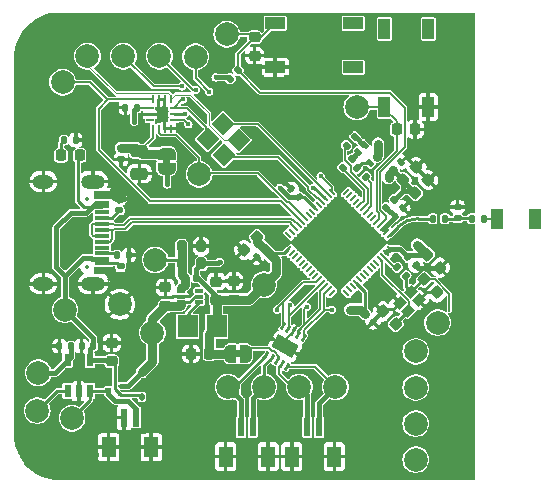
<source format=gtl>
%TF.GenerationSoftware,KiCad,Pcbnew,8.0.5*%
%TF.CreationDate,2024-11-10T02:34:49-05:00*%
%TF.ProjectId,swarm-pcb,73776172-6d2d-4706-9362-2e6b69636164,rev?*%
%TF.SameCoordinates,Original*%
%TF.FileFunction,Copper,L1,Top*%
%TF.FilePolarity,Positive*%
%FSLAX46Y46*%
G04 Gerber Fmt 4.6, Leading zero omitted, Abs format (unit mm)*
G04 Created by KiCad (PCBNEW 8.0.5) date 2024-11-10 02:34:49*
%MOMM*%
%LPD*%
G01*
G04 APERTURE LIST*
G04 Aperture macros list*
%AMRoundRect*
0 Rectangle with rounded corners*
0 $1 Rounding radius*
0 $2 $3 $4 $5 $6 $7 $8 $9 X,Y pos of 4 corners*
0 Add a 4 corners polygon primitive as box body*
4,1,4,$2,$3,$4,$5,$6,$7,$8,$9,$2,$3,0*
0 Add four circle primitives for the rounded corners*
1,1,$1+$1,$2,$3*
1,1,$1+$1,$4,$5*
1,1,$1+$1,$6,$7*
1,1,$1+$1,$8,$9*
0 Add four rect primitives between the rounded corners*
20,1,$1+$1,$2,$3,$4,$5,0*
20,1,$1+$1,$4,$5,$6,$7,0*
20,1,$1+$1,$6,$7,$8,$9,0*
20,1,$1+$1,$8,$9,$2,$3,0*%
%AMRotRect*
0 Rectangle, with rotation*
0 The origin of the aperture is its center*
0 $1 length*
0 $2 width*
0 $3 Rotation angle, in degrees counterclockwise*
0 Add horizontal line*
21,1,$1,$2,0,0,$3*%
%AMFreePoly0*
4,1,19,0.500000,-0.750000,0.000000,-0.750000,0.000000,-0.744911,-0.071157,-0.744911,-0.207708,-0.704816,-0.327430,-0.627875,-0.420627,-0.520320,-0.479746,-0.390866,-0.500000,-0.250000,-0.500000,0.250000,-0.479746,0.390866,-0.420627,0.520320,-0.327430,0.627875,-0.207708,0.704816,-0.071157,0.744911,0.000000,0.744911,0.000000,0.750000,0.500000,0.750000,0.500000,-0.750000,0.500000,-0.750000,
$1*%
%AMFreePoly1*
4,1,19,0.000000,0.744911,0.071157,0.744911,0.207708,0.704816,0.327430,0.627875,0.420627,0.520320,0.479746,0.390866,0.500000,0.250000,0.500000,-0.250000,0.479746,-0.390866,0.420627,-0.520320,0.327430,-0.627875,0.207708,-0.704816,0.071157,-0.744911,0.000000,-0.744911,0.000000,-0.750000,-0.500000,-0.750000,-0.500000,0.750000,0.000000,0.750000,0.000000,0.744911,0.000000,0.744911,
$1*%
G04 Aperture macros list end*
%TA.AperFunction,EtchedComponent*%
%ADD10C,0.000000*%
%TD*%
%TA.AperFunction,SMDPad,CuDef*%
%ADD11R,0.489002X0.434011*%
%TD*%
%TA.AperFunction,SMDPad,CuDef*%
%ADD12R,0.489002X0.294006*%
%TD*%
%TA.AperFunction,SMDPad,CuDef*%
%ADD13RoundRect,0.135000X0.135000X0.185000X-0.135000X0.185000X-0.135000X-0.185000X0.135000X-0.185000X0*%
%TD*%
%TA.AperFunction,SMDPad,CuDef*%
%ADD14R,1.200000X1.800000*%
%TD*%
%TA.AperFunction,SMDPad,CuDef*%
%ADD15R,0.600000X1.550013*%
%TD*%
%TA.AperFunction,SMDPad,CuDef*%
%ADD16RoundRect,0.200000X-0.335876X-0.053033X-0.053033X-0.335876X0.335876X0.053033X0.053033X0.335876X0*%
%TD*%
%TA.AperFunction,SMDPad,CuDef*%
%ADD17RoundRect,0.200000X0.335876X0.053033X0.053033X0.335876X-0.335876X-0.053033X-0.053033X-0.335876X0*%
%TD*%
%TA.AperFunction,SMDPad,CuDef*%
%ADD18RotRect,1.400000X1.400000X315.000000*%
%TD*%
%TA.AperFunction,SMDPad,CuDef*%
%ADD19RoundRect,0.225000X0.250000X-0.225000X0.250000X0.225000X-0.250000X0.225000X-0.250000X-0.225000X0*%
%TD*%
%TA.AperFunction,SMDPad,CuDef*%
%ADD20RoundRect,0.200000X0.200000X0.275000X-0.200000X0.275000X-0.200000X-0.275000X0.200000X-0.275000X0*%
%TD*%
%TA.AperFunction,SMDPad,CuDef*%
%ADD21RoundRect,0.147500X0.172500X-0.147500X0.172500X0.147500X-0.172500X0.147500X-0.172500X-0.147500X0*%
%TD*%
%TA.AperFunction,SMDPad,CuDef*%
%ADD22RoundRect,0.225000X-0.250000X0.225000X-0.250000X-0.225000X0.250000X-0.225000X0.250000X0.225000X0*%
%TD*%
%TA.AperFunction,SMDPad,CuDef*%
%ADD23RoundRect,0.218750X-0.218750X-0.256250X0.218750X-0.256250X0.218750X0.256250X-0.218750X0.256250X0*%
%TD*%
%TA.AperFunction,ComponentPad*%
%ADD24C,2.000000*%
%TD*%
%TA.AperFunction,SMDPad,CuDef*%
%ADD25RoundRect,0.135000X-0.035355X0.226274X-0.226274X0.035355X0.035355X-0.226274X0.226274X-0.035355X0*%
%TD*%
%TA.AperFunction,SMDPad,CuDef*%
%ADD26R,0.600000X1.100000*%
%TD*%
%TA.AperFunction,SMDPad,CuDef*%
%ADD27RoundRect,0.140000X-0.170000X0.140000X-0.170000X-0.140000X0.170000X-0.140000X0.170000X0.140000X0*%
%TD*%
%TA.AperFunction,SMDPad,CuDef*%
%ADD28RoundRect,0.140000X0.219203X0.021213X0.021213X0.219203X-0.219203X-0.021213X-0.021213X-0.219203X0*%
%TD*%
%TA.AperFunction,SMDPad,CuDef*%
%ADD29RoundRect,0.147500X0.017678X-0.226274X0.226274X-0.017678X-0.017678X0.226274X-0.226274X0.017678X0*%
%TD*%
%TA.AperFunction,SMDPad,CuDef*%
%ADD30RoundRect,0.225000X-0.225000X-0.250000X0.225000X-0.250000X0.225000X0.250000X-0.225000X0.250000X0*%
%TD*%
%TA.AperFunction,SMDPad,CuDef*%
%ADD31RoundRect,0.147500X0.147500X0.172500X-0.147500X0.172500X-0.147500X-0.172500X0.147500X-0.172500X0*%
%TD*%
%TA.AperFunction,SMDPad,CuDef*%
%ADD32RotRect,0.250013X0.650013X150.000000*%
%TD*%
%TA.AperFunction,SMDPad,CuDef*%
%ADD33RotRect,2.000000X1.200000X150.000000*%
%TD*%
%TA.AperFunction,SMDPad,CuDef*%
%ADD34R,1.000000X1.700000*%
%TD*%
%TA.AperFunction,SMDPad,CuDef*%
%ADD35R,1.000000X1.750013*%
%TD*%
%TA.AperFunction,SMDPad,CuDef*%
%ADD36RoundRect,0.225000X0.017678X-0.335876X0.335876X-0.017678X-0.017678X0.335876X-0.335876X0.017678X0*%
%TD*%
%TA.AperFunction,SMDPad,CuDef*%
%ADD37RoundRect,0.225000X-0.335876X-0.017678X-0.017678X-0.335876X0.335876X0.017678X0.017678X0.335876X0*%
%TD*%
%TA.AperFunction,SMDPad,CuDef*%
%ADD38RoundRect,0.135000X0.185000X-0.135000X0.185000X0.135000X-0.185000X0.135000X-0.185000X-0.135000X0*%
%TD*%
%TA.AperFunction,SMDPad,CuDef*%
%ADD39R,1.700000X1.000000*%
%TD*%
%TA.AperFunction,SMDPad,CuDef*%
%ADD40RoundRect,0.050000X0.212132X0.282843X-0.282843X-0.212132X-0.212132X-0.282843X0.282843X0.212132X0*%
%TD*%
%TA.AperFunction,SMDPad,CuDef*%
%ADD41RoundRect,0.050000X-0.212132X0.282843X-0.282843X0.212132X0.212132X-0.282843X0.282843X-0.212132X0*%
%TD*%
%TA.AperFunction,HeatsinkPad*%
%ADD42RotRect,4.000000X4.000000X225.000000*%
%TD*%
%TA.AperFunction,SMDPad,CuDef*%
%ADD43RoundRect,0.225000X0.225000X0.250000X-0.225000X0.250000X-0.225000X-0.250000X0.225000X-0.250000X0*%
%TD*%
%TA.AperFunction,SMDPad,CuDef*%
%ADD44RotRect,0.400000X0.600000X225.000000*%
%TD*%
%TA.AperFunction,SMDPad,CuDef*%
%ADD45FreePoly0,270.000000*%
%TD*%
%TA.AperFunction,SMDPad,CuDef*%
%ADD46FreePoly1,270.000000*%
%TD*%
%TA.AperFunction,SMDPad,CuDef*%
%ADD47RoundRect,0.085000X-0.265000X-0.085000X0.265000X-0.085000X0.265000X0.085000X-0.265000X0.085000X0*%
%TD*%
%TA.AperFunction,SMDPad,CuDef*%
%ADD48R,1.724003X1.870003*%
%TD*%
%TA.AperFunction,SMDPad,CuDef*%
%ADD49R,0.250013X0.650013*%
%TD*%
%TA.AperFunction,SMDPad,CuDef*%
%ADD50R,0.650013X0.250013*%
%TD*%
%TA.AperFunction,SMDPad,CuDef*%
%ADD51RoundRect,0.135000X-0.226274X-0.035355X-0.035355X-0.226274X0.226274X0.035355X0.035355X0.226274X0*%
%TD*%
%TA.AperFunction,SMDPad,CuDef*%
%ADD52RoundRect,0.140000X0.021213X-0.219203X0.219203X-0.021213X-0.021213X0.219203X-0.219203X0.021213X0*%
%TD*%
%TA.AperFunction,SMDPad,CuDef*%
%ADD53RoundRect,0.140000X-0.219203X-0.021213X-0.021213X-0.219203X0.219203X0.021213X0.021213X0.219203X0*%
%TD*%
%TA.AperFunction,SMDPad,CuDef*%
%ADD54RoundRect,0.135000X-0.135000X-0.185000X0.135000X-0.185000X0.135000X0.185000X-0.135000X0.185000X0*%
%TD*%
%TA.AperFunction,SMDPad,CuDef*%
%ADD55RotRect,0.875006X0.775006X225.000000*%
%TD*%
%TA.AperFunction,SMDPad,CuDef*%
%ADD56RoundRect,0.250000X-0.475000X0.250000X-0.475000X-0.250000X0.475000X-0.250000X0.475000X0.250000X0*%
%TD*%
%TA.AperFunction,ComponentPad*%
%ADD57O,2.000000X1.200000*%
%TD*%
%TA.AperFunction,ComponentPad*%
%ADD58O,1.800000X1.200000*%
%TD*%
%TA.AperFunction,SMDPad,CuDef*%
%ADD59R,1.300000X0.300000*%
%TD*%
%TA.AperFunction,SMDPad,CuDef*%
%ADD60RoundRect,0.135000X0.226274X0.035355X0.035355X0.226274X-0.226274X-0.035355X-0.035355X-0.226274X0*%
%TD*%
%TA.AperFunction,SMDPad,CuDef*%
%ADD61FreePoly0,180.000000*%
%TD*%
%TA.AperFunction,SMDPad,CuDef*%
%ADD62FreePoly1,180.000000*%
%TD*%
%TA.AperFunction,SMDPad,CuDef*%
%ADD63RoundRect,0.140000X-0.140000X-0.170000X0.140000X-0.170000X0.140000X0.170000X-0.140000X0.170000X0*%
%TD*%
%TA.AperFunction,SMDPad,CuDef*%
%ADD64RoundRect,0.140000X0.140000X0.170000X-0.140000X0.170000X-0.140000X-0.170000X0.140000X-0.170000X0*%
%TD*%
%TA.AperFunction,SMDPad,CuDef*%
%ADD65RoundRect,0.225000X-0.017678X0.335876X-0.335876X0.017678X0.017678X-0.335876X0.335876X-0.017678X0*%
%TD*%
%TA.AperFunction,SMDPad,CuDef*%
%ADD66RoundRect,0.140000X-0.021213X0.219203X-0.219203X0.021213X0.021213X-0.219203X0.219203X-0.021213X0*%
%TD*%
%TA.AperFunction,SMDPad,CuDef*%
%ADD67RoundRect,0.112500X-0.112500X0.187500X-0.112500X-0.187500X0.112500X-0.187500X0.112500X0.187500X0*%
%TD*%
%TA.AperFunction,SMDPad,CuDef*%
%ADD68RoundRect,0.200000X-0.200000X-0.275000X0.200000X-0.275000X0.200000X0.275000X-0.200000X0.275000X0*%
%TD*%
%TA.AperFunction,ViaPad*%
%ADD69C,0.450000*%
%TD*%
%TA.AperFunction,Conductor*%
%ADD70C,0.200000*%
%TD*%
%TA.AperFunction,Conductor*%
%ADD71C,0.800000*%
%TD*%
%TA.AperFunction,Conductor*%
%ADD72C,0.238000*%
%TD*%
%TA.AperFunction,Conductor*%
%ADD73C,0.400000*%
%TD*%
%TA.AperFunction,Conductor*%
%ADD74C,0.127000*%
%TD*%
%TA.AperFunction,Conductor*%
%ADD75C,0.174800*%
%TD*%
%TA.AperFunction,Conductor*%
%ADD76C,0.160000*%
%TD*%
%TA.AperFunction,Conductor*%
%ADD77C,0.110000*%
%TD*%
%ADD78C,0.300000*%
%ADD79C,0.350000*%
%ADD80O,1.600025X0.800000*%
%ADD81O,1.599975X0.800000*%
%ADD82O,1.400000X0.800000*%
G04 APERTURE END LIST*
D10*
%TA.AperFunction,EtchedComponent*%
%TO.C,JP202*%
G36*
X79400064Y-120399935D02*
G01*
X78800064Y-120399935D01*
X78800064Y-119899935D01*
X79400064Y-119899935D01*
X79400064Y-120399935D01*
G37*
%TD.AperFunction*%
%TA.AperFunction,EtchedComponent*%
%TO.C,JP201*%
G36*
X85400001Y-136750000D02*
G01*
X84900001Y-136750000D01*
X84900001Y-136150000D01*
X85400001Y-136150000D01*
X85400001Y-136750000D01*
G37*
%TD.AperFunction*%
%TD*%
D11*
%TO.P,Q301,3,D*%
%TO.N,+BATT*%
X74162954Y-139550000D03*
D12*
%TO.P,Q301,2,S*%
%TO.N,VBUS*%
X75222136Y-139149949D03*
%TO.P,Q301,1,G*%
%TO.N,+5V*%
X75222136Y-139950051D03*
%TD*%
D13*
%TO.P,R106,2*%
%TO.N,/LNA_IN*%
X101640001Y-125000000D03*
%TO.P,R106,1*%
%TO.N,Net-(L103-Pad1)*%
X102659999Y-125000000D03*
%TD*%
%TO.P,R105,2*%
%TO.N,Net-(L103-Pad1)*%
X104940001Y-125000000D03*
%TO.P,R105,1*%
%TO.N,Net-(U102-ANT)*%
X105959999Y-125000000D03*
%TD*%
D14*
%TO.P,U205,4,4*%
%TO.N,GND*%
X89700025Y-145150064D03*
%TO.P,U205,3,3*%
X93299975Y-145150064D03*
D15*
%TO.P,U205,2,2*%
%TO.N,Net-(U201-OUT2)*%
X91002032Y-142649936D03*
%TO.P,U205,1,1*%
%TO.N,Net-(U201-OUT1)*%
X92002032Y-142649936D03*
%TD*%
D14*
%TO.P,U206,4,4*%
%TO.N,GND*%
X84100025Y-145150064D03*
%TO.P,U206,3,3*%
X87699975Y-145150064D03*
D15*
%TO.P,U206,2,2*%
%TO.N,Net-(U201-OUT4)*%
X85402032Y-142649936D03*
%TO.P,U206,1,1*%
%TO.N,Net-(U201-OUT3)*%
X86402032Y-142649936D03*
%TD*%
D14*
%TO.P,U303,4,4*%
%TO.N,GND*%
X74200000Y-144350000D03*
%TO.P,U303,3,3*%
X77799950Y-144350000D03*
D15*
%TO.P,U303,2,2*%
X75502007Y-141849872D03*
%TO.P,U303,1,1*%
%TO.N,+BATT*%
X76502007Y-141849872D03*
%TD*%
D16*
%TO.P,R204,1*%
%TO.N,/peripherals/SDI_IMU*%
X82666637Y-118366637D03*
%TO.P,R204,2*%
%TO.N,SDO_ESP*%
X83833363Y-119533363D03*
%TD*%
D17*
%TO.P,R205,1*%
%TO.N,/peripherals/SDO_IMU*%
X85133363Y-118233363D03*
%TO.P,R205,2*%
%TO.N,SDI_ESP*%
X83966637Y-117066637D03*
%TD*%
D18*
%TO.P,U204,4,Rx_Out*%
%TO.N,/peripherals/SDO_IMU*%
X85197038Y-118347039D03*
%TO.P,U204,3,Tx_Out*%
%TO.N,SDO_ESP*%
X83939802Y-119604275D03*
%TO.P,U204,2,Tx_In*%
%TO.N,/peripherals/SDI_IMU*%
X82592764Y-118257236D03*
%TO.P,U204,1,Rx_In*%
%TO.N,SDI_ESP*%
X83850000Y-117000000D03*
%TD*%
D19*
%TO.P,C307,1*%
%TO.N,+3V3*%
X83300000Y-131875000D03*
%TO.P,C307,2*%
%TO.N,GND*%
X83300000Y-130325000D03*
%TD*%
D20*
%TO.P,R306,1*%
%TO.N,GND*%
X82025000Y-127325000D03*
%TO.P,R306,2*%
%TO.N,/power/FB_3V3*%
X80375000Y-127325000D03*
%TD*%
D21*
%TO.P,L103,1,1*%
%TO.N,Net-(L103-Pad1)*%
X103750000Y-124985000D03*
%TO.P,L103,2,2*%
%TO.N,GND*%
X103750000Y-124015000D03*
%TD*%
D22*
%TO.P,C112,1*%
%TO.N,/RESET*%
X86550191Y-109650025D03*
%TO.P,C112,2*%
%TO.N,GND*%
X86550191Y-111200025D03*
%TD*%
D23*
%TO.P,D201,1,K*%
%TO.N,Net-(D201-K)*%
X70162500Y-119650000D03*
%TO.P,D201,2,A*%
%TO.N,+5V*%
X71737500Y-119650000D03*
%TD*%
D24*
%TO.P,TP307,1,1*%
%TO.N,GND*%
X75150000Y-132250000D03*
%TD*%
D25*
%TO.P,R202,2*%
%TO.N,GREEN*%
X94036822Y-120682944D03*
%TO.P,R202,1*%
%TO.N,Net-(R202-Pad1)*%
X94758070Y-119961696D03*
%TD*%
D26*
%TO.P,U302,5,PROG*%
%TO.N,Net-(U302-PROG)*%
X70714058Y-136999898D03*
%TO.P,U302,4,VCC*%
%TO.N,+5V*%
X72613982Y-136999898D03*
%TO.P,U302,3,BAT*%
%TO.N,+BATT*%
X72613982Y-139600102D03*
%TO.P,U302,2,GND*%
%TO.N,GND*%
X71664020Y-139600102D03*
%TO.P,U302,1,CHRG*%
%TO.N,/power/batt_stat*%
X70714058Y-139600102D03*
%TD*%
D27*
%TO.P,C201,1*%
%TO.N,Net-(JP202-A)*%
X75250000Y-119020000D03*
%TO.P,C201,2*%
%TO.N,GND*%
X75250000Y-119980000D03*
%TD*%
D28*
%TO.P,C109,1*%
%TO.N,+3V3*%
X90339411Y-123189411D03*
%TO.P,C109,2*%
%TO.N,GND*%
X89660589Y-122510589D03*
%TD*%
D29*
%TO.P,R103,1*%
%TO.N,+3V3*%
X84457053Y-113142947D03*
%TO.P,R103,2*%
%TO.N,/RESET*%
X85142947Y-112457053D03*
%TD*%
D30*
%TO.P,C113,1*%
%TO.N,/BOOT*%
X98575000Y-117450000D03*
%TO.P,C113,2*%
%TO.N,GND*%
X100125000Y-117450000D03*
%TD*%
D31*
%TO.P,R302,1*%
%TO.N,+5V*%
X72885000Y-135800000D03*
%TO.P,R302,2*%
%TO.N,GND*%
X71915000Y-135800000D03*
%TD*%
D24*
%TO.P,TP209,1,1*%
%TO.N,/peripherals/SDI_IMU*%
X75450000Y-111250000D03*
%TD*%
D32*
%TO.P,U201,1,IN1*%
%TO.N,MOTOR_CTRL_1*%
X90700000Y-135100001D03*
%TO.P,U201,2,IN2*%
%TO.N,MOTOR_CTRL_2*%
X90266877Y-134849937D03*
%TO.P,U201,3,GND*%
%TO.N,GND*%
X89833974Y-134600001D03*
%TO.P,U201,4,IN3*%
%TO.N,MOTOR_CTRL_3*%
X89400852Y-134349937D03*
%TO.P,U201,5,IN4*%
%TO.N,MOTOR_CTRL_4*%
X88967949Y-134100001D03*
%TO.P,U201,6,OUT4*%
%TO.N,Net-(U201-OUT4)*%
X87556468Y-136544757D03*
%TO.P,U201,7,OUT3*%
%TO.N,Net-(U201-OUT3)*%
X87989371Y-136794694D03*
%TO.P,U201,8,VBB*%
%TO.N,Net-(JP201-A)*%
X88422494Y-137044757D03*
%TO.P,U201,9,OUT2*%
%TO.N,Net-(U201-OUT2)*%
X88855396Y-137294694D03*
%TO.P,U201,10,OUT1*%
%TO.N,Net-(U201-OUT1)*%
X89288519Y-137544757D03*
D33*
%TO.P,U201,11,PAD*%
%TO.N,GND*%
X89128234Y-135822379D03*
%TD*%
D24*
%TO.P,TP210,1,1*%
%TO.N,/peripherals/SDO_IMU*%
X72399999Y-111250000D03*
%TD*%
D34*
%TO.P,U105,1,A*%
%TO.N,unconnected-(U105-A-Pad1)*%
X101250382Y-108950050D03*
%TO.P,U105,2,B*%
%TO.N,GND*%
X101250407Y-115550000D03*
%TO.P,U105,3,C*%
%TO.N,unconnected-(U105-C-Pad3)*%
X97549975Y-108950050D03*
%TO.P,U105,4,D*%
%TO.N,/BOOT*%
X97550000Y-115550000D03*
%TD*%
D35*
%TO.P,U102,1,ANT*%
%TO.N,Net-(U102-ANT)*%
X107100000Y-125000000D03*
%TO.P,U102,2,2*%
%TO.N,unconnected-(U102-Pad2)*%
X110256210Y-125000000D03*
%TD*%
D36*
%TO.P,C102,1*%
%TO.N,+3V3*%
X100158614Y-122820423D03*
%TO.P,C102,2*%
%TO.N,GND*%
X101254630Y-121724407D03*
%TD*%
D37*
%TO.P,C110,1*%
%TO.N,+3V3*%
X101151992Y-128051992D03*
%TO.P,C110,2*%
%TO.N,GND*%
X102248008Y-129148008D03*
%TD*%
D38*
%TO.P,R102,1*%
%TO.N,Net-(U101-CC1)*%
X75100000Y-124310000D03*
%TO.P,R102,2*%
%TO.N,GND*%
X75100000Y-123290000D03*
%TD*%
D24*
%TO.P,TP202,1,1*%
%TO.N,MOTOR_CTRL_1*%
X100200000Y-136250000D03*
%TD*%
D13*
%TO.P,R101,1*%
%TO.N,GND*%
X75910000Y-128100000D03*
%TO.P,R101,2*%
%TO.N,Net-(U101-CC2)*%
X74890000Y-128100000D03*
%TD*%
D19*
%TO.P,C306,1*%
%TO.N,+3V3*%
X84800000Y-131850000D03*
%TO.P,C306,2*%
%TO.N,GND*%
X84800000Y-130300000D03*
%TD*%
D39*
%TO.P,U104,1,A*%
%TO.N,unconnected-(U104-A-Pad1)*%
X94900166Y-112175216D03*
%TO.P,U104,2,B*%
%TO.N,GND*%
X88300216Y-112175241D03*
%TO.P,U104,3,C*%
%TO.N,unconnected-(U104-C-Pad3)*%
X94900166Y-108474809D03*
%TO.P,U104,4,D*%
%TO.N,/RESET*%
X88300216Y-108474834D03*
%TD*%
D37*
%TO.P,C115,1*%
%TO.N,Net-(C115-Pad1)*%
X100901992Y-130151992D03*
%TO.P,C115,2*%
%TO.N,GND*%
X101998008Y-131248008D03*
%TD*%
%TO.P,C118,1*%
%TO.N,GND*%
X97401992Y-132851992D03*
%TO.P,C118,2*%
%TO.N,/XTAL_N*%
X98498008Y-133948008D03*
%TD*%
D40*
%TO.P,U103,1,LNA_IN*%
%TO.N,/LNA_IN*%
X97977996Y-126398959D03*
%TO.P,U103,2,VDD3P3*%
%TO.N,/VDD3P3*%
X97695153Y-126116117D03*
%TO.P,U103,3,VDD3P3*%
X97412311Y-125833274D03*
%TO.P,U103,4,CHIP_PU*%
%TO.N,/RESET*%
X97129468Y-125550431D03*
%TO.P,U103,5,GPIO0*%
%TO.N,/BOOT*%
X96846625Y-125267588D03*
%TO.P,U103,6,GPIO1*%
%TO.N,unconnected-(U103-GPIO1-Pad6)*%
X96563782Y-124984746D03*
%TO.P,U103,7,GPIO2*%
%TO.N,unconnected-(U103-GPIO2-Pad7)*%
X96280940Y-124701903D03*
%TO.P,U103,8,GPIO3*%
%TO.N,BLUE*%
X95998097Y-124419060D03*
%TO.P,U103,9,GPIO4*%
%TO.N,RED*%
X95715254Y-124136218D03*
%TO.P,U103,10,GPIO5*%
%TO.N,GREEN*%
X95432412Y-123853375D03*
%TO.P,U103,11,GPIO6*%
%TO.N,unconnected-(U103-GPIO6-Pad11)*%
X95149569Y-123570532D03*
%TO.P,U103,12,GPIO7*%
%TO.N,unconnected-(U103-GPIO7-Pad12)*%
X94866726Y-123287689D03*
%TO.P,U103,13,GPIO8*%
%TO.N,unconnected-(U103-GPIO8-Pad13)*%
X94583883Y-123004847D03*
%TO.P,U103,14,GPIO9*%
%TO.N,unconnected-(U103-GPIO9-Pad14)*%
X94301041Y-122722004D03*
D41*
%TO.P,U103,15,GPIO10*%
%TO.N,CS*%
X93098959Y-122722004D03*
%TO.P,U103,16,GPIO11*%
%TO.N,SDI_ESP*%
X92816117Y-123004847D03*
%TO.P,U103,17,GPIO12*%
%TO.N,SCLK*%
X92533274Y-123287689D03*
%TO.P,U103,18,GPIO13*%
%TO.N,SDO_ESP*%
X92250431Y-123570532D03*
%TO.P,U103,19,GPIO14*%
%TO.N,unconnected-(U103-GPIO14-Pad19)*%
X91967588Y-123853375D03*
%TO.P,U103,20,VDD3P3_RTC*%
%TO.N,+3V3*%
X91684746Y-124136218D03*
%TO.P,U103,21,XTAL_32K_P*%
%TO.N,unconnected-(U103-XTAL_32K_P-Pad21)*%
X91401903Y-124419060D03*
%TO.P,U103,22,XTAL_32K_N*%
%TO.N,unconnected-(U103-XTAL_32K_N-Pad22)*%
X91119060Y-124701903D03*
%TO.P,U103,23,GPIO17*%
%TO.N,INT2*%
X90836218Y-124984746D03*
%TO.P,U103,24,GPIO18*%
%TO.N,INT1*%
X90553375Y-125267588D03*
%TO.P,U103,25,GPIO19/USB_D-*%
%TO.N,/USB_N*%
X90270532Y-125550431D03*
%TO.P,U103,26,GPIO20/USB_D+*%
%TO.N,/USB_P*%
X89987689Y-125833274D03*
%TO.P,U103,27,GPIO21*%
%TO.N,unconnected-(U103-GPIO21-Pad27)*%
X89704847Y-126116117D03*
%TO.P,U103,28,SPICS1*%
%TO.N,unconnected-(U103-SPICS1-Pad28)*%
X89422004Y-126398959D03*
D40*
%TO.P,U103,29,VDD_SPI*%
%TO.N,+3V3*%
X89422004Y-127601041D03*
%TO.P,U103,30,SPIHD*%
%TO.N,unconnected-(U103-SPIHD-Pad30)*%
X89704847Y-127883883D03*
%TO.P,U103,31,SPIWP*%
%TO.N,unconnected-(U103-SPIWP-Pad31)*%
X89987689Y-128166726D03*
%TO.P,U103,32,SPICS0*%
%TO.N,unconnected-(U103-SPICS0-Pad32)*%
X90270532Y-128449569D03*
%TO.P,U103,33,SPICLK*%
%TO.N,unconnected-(U103-SPICLK-Pad33)*%
X90553375Y-128732412D03*
%TO.P,U103,34,SPIQ*%
%TO.N,unconnected-(U103-SPIQ-Pad34)*%
X90836218Y-129015254D03*
%TO.P,U103,35,SPID*%
%TO.N,unconnected-(U103-SPID-Pad35)*%
X91119060Y-129298097D03*
%TO.P,U103,36,SPICLK_N*%
%TO.N,unconnected-(U103-SPICLK_N-Pad36)*%
X91401903Y-129580940D03*
%TO.P,U103,37,SPICLK_P*%
%TO.N,unconnected-(U103-SPICLK_P-Pad37)*%
X91684746Y-129863782D03*
%TO.P,U103,38,GPIO33*%
%TO.N,MOTOR_CTRL_4*%
X91967588Y-130146625D03*
%TO.P,U103,39,GPIO34*%
%TO.N,MOTOR_CTRL_3*%
X92250431Y-130429468D03*
%TO.P,U103,40,GPIO35*%
%TO.N,MOTOR_CTRL_2*%
X92533274Y-130712311D03*
%TO.P,U103,41,GPIO36*%
%TO.N,MOTOR_CTRL_1*%
X92816117Y-130995153D03*
%TO.P,U103,42,GPIO37*%
%TO.N,unconnected-(U103-GPIO37-Pad42)*%
X93098959Y-131277996D03*
D41*
%TO.P,U103,43,GPIO38*%
%TO.N,unconnected-(U103-GPIO38-Pad43)*%
X94301041Y-131277996D03*
%TO.P,U103,44,MTCK*%
%TO.N,unconnected-(U103-MTCK-Pad44)*%
X94583883Y-130995153D03*
%TO.P,U103,45,MTDO*%
%TO.N,unconnected-(U103-MTDO-Pad45)*%
X94866726Y-130712311D03*
%TO.P,U103,46,VDD3P3_CPU*%
%TO.N,+3V3*%
X95149569Y-130429468D03*
%TO.P,U103,47,MTDI*%
%TO.N,unconnected-(U103-MTDI-Pad47)*%
X95432412Y-130146625D03*
%TO.P,U103,48,MTMS*%
%TO.N,unconnected-(U103-MTMS-Pad48)*%
X95715254Y-129863782D03*
%TO.P,U103,49,U0TXD*%
%TO.N,unconnected-(U103-U0TXD-Pad49)*%
X95998097Y-129580940D03*
%TO.P,U103,50,U0RXD*%
%TO.N,unconnected-(U103-U0RXD-Pad50)*%
X96280940Y-129298097D03*
%TO.P,U103,51,GPIO45*%
%TO.N,unconnected-(U103-GPIO45-Pad51)*%
X96563782Y-129015254D03*
%TO.P,U103,52,GPIO46*%
%TO.N,unconnected-(U103-GPIO46-Pad52)*%
X96846625Y-128732412D03*
%TO.P,U103,53,XTAL_N*%
%TO.N,/XTAL_N*%
X97129468Y-128449569D03*
%TO.P,U103,54,XTAL_P*%
%TO.N,/XTAL_P*%
X97412311Y-128166726D03*
%TO.P,U103,55,VDDA*%
%TO.N,+3V3*%
X97695153Y-127883883D03*
%TO.P,U103,56,VDDA*%
X97977996Y-127601041D03*
D42*
%TO.P,U103,57,GND*%
%TO.N,GND*%
X93700000Y-127000000D03*
%TD*%
D24*
%TO.P,TP214,1,1*%
%TO.N,INT2*%
X81850000Y-121250000D03*
%TD*%
D43*
%TO.P,C204,1*%
%TO.N,+3V3*%
X82725000Y-136450000D03*
%TO.P,C204,2*%
%TO.N,GND*%
X81175000Y-136450000D03*
%TD*%
D44*
%TO.P,U203,4,-*%
%TO.N,Net-(R202-Pad1)*%
X95322129Y-119337886D03*
%TO.P,U203,3,-*%
%TO.N,Net-(R201-Pad2)*%
X96312114Y-120327871D03*
%TO.P,U203,2,+*%
%TO.N,+3V3*%
X96877871Y-119762114D03*
%TO.P,U203,1,-*%
%TO.N,Net-(R203-Pad1)*%
X95887886Y-118772129D03*
%TD*%
D24*
%TO.P,TP102,1,1*%
%TO.N,Net-(C115-Pad1)*%
X102050000Y-133800000D03*
%TD*%
D45*
%TO.P,JP202,1,A*%
%TO.N,Net-(JP202-A)*%
X79100064Y-119499935D03*
D46*
%TO.P,JP202,2,B*%
%TO.N,+3V3*%
X79100064Y-120799935D03*
%TD*%
D19*
%TO.P,C303,1*%
%TO.N,+5V*%
X74450000Y-137075000D03*
%TO.P,C303,2*%
%TO.N,GND*%
X74450000Y-135525000D03*
%TD*%
D47*
%TO.P,U301,1,FB*%
%TO.N,/power/FB_3V3*%
X80350000Y-131100000D03*
%TO.P,U301,2,GND*%
%TO.N,GND*%
X80350000Y-131600000D03*
%TO.P,U301,3,VIN*%
%TO.N,VBUS*%
X80350000Y-132100000D03*
%TO.P,U301,4,SW*%
%TO.N,Net-(U301-SW)*%
X81850000Y-132100000D03*
%TO.P,U301,5,EN*%
%TO.N,VBUS*%
X81850000Y-131600000D03*
%TO.P,U301,6,NC*%
%TO.N,unconnected-(U301-NC-Pad6)*%
X81850000Y-131100000D03*
%TD*%
D48*
%TO.P,L301,1*%
%TO.N,Net-(U301-SW)*%
X80871908Y-134125000D03*
%TO.P,L301,2*%
%TO.N,+3V3*%
X83328092Y-134125000D03*
%TD*%
D24*
%TO.P,TP201,1,1*%
%TO.N,MOTOR_CTRL_2*%
X100200000Y-139300000D03*
%TD*%
%TO.P,TP212,1,1*%
%TO.N,SCLK*%
X78500000Y-111250000D03*
%TD*%
%TO.P,TP304,1,1*%
%TO.N,/power/batt_stat*%
X68150000Y-141250000D03*
%TD*%
%TO.P,TP301,1,1*%
%TO.N,+3V3*%
X87350000Y-130600000D03*
%TD*%
D29*
%TO.P,L101,1,1*%
%TO.N,/VDD3P3*%
X97706622Y-124072415D03*
%TO.P,L101,2,2*%
%TO.N,+3V3*%
X98392516Y-123386521D03*
%TD*%
D49*
%TO.P,U202,1,AP_SDO/AP_AD0*%
%TO.N,/peripherals/SDO_IMU*%
X79450128Y-114899872D03*
%TO.P,U202,2,RESV*%
%TO.N,GND*%
X78950000Y-114899872D03*
%TO.P,U202,3,RESV*%
X78450128Y-114899872D03*
%TO.P,U202,4,INT1/INT*%
%TO.N,INT1*%
X77950000Y-114899872D03*
D50*
%TO.P,U202,5,VDDIO*%
%TO.N,+3V3*%
X77700064Y-115649936D03*
%TO.P,U202,6,GND*%
%TO.N,GND*%
X77700064Y-116149809D03*
%TO.P,U202,7,FSYNC*%
%TO.N,unconnected-(U202-FSYNC-Pad7)*%
X77700064Y-116649936D03*
D49*
%TO.P,U202,8,VDD*%
%TO.N,Net-(JP202-A)*%
X77950000Y-117400000D03*
%TO.P,U202,9,INT2*%
%TO.N,INT2*%
X78450128Y-117400000D03*
%TO.P,U202,10,RESV*%
%TO.N,GND*%
X78950000Y-117400000D03*
%TO.P,U202,11,RESV*%
X79450128Y-117400000D03*
D50*
%TO.P,U202,12,AP_CS*%
%TO.N,CS*%
X79700064Y-116649936D03*
%TO.P,U202,13,AP_SCL/AP_SCLK*%
%TO.N,SCLK*%
X79700064Y-116149809D03*
%TO.P,U202,14,AP_SDA/AP_SDIO/AP_SDI*%
%TO.N,/peripherals/SDI_IMU*%
X79700064Y-115649936D03*
%TD*%
D24*
%TO.P,TP305,1,1*%
%TO.N,Net-(U302-PROG)*%
X68250000Y-138050000D03*
%TD*%
D51*
%TO.P,R104,1*%
%TO.N,/XTAL_P*%
X98628752Y-129128752D03*
%TO.P,R104,2*%
%TO.N,Net-(C115-Pad1)*%
X99350000Y-129850000D03*
%TD*%
D52*
%TO.P,C106,1*%
%TO.N,/VDD3P3*%
X98417265Y-124775986D03*
%TO.P,C106,2*%
%TO.N,GND*%
X99096087Y-124097164D03*
%TD*%
D53*
%TO.P,C108,1*%
%TO.N,+3V3*%
X99510589Y-128260589D03*
%TO.P,C108,2*%
%TO.N,GND*%
X100189411Y-128939411D03*
%TD*%
D24*
%TO.P,TP213,1,1*%
%TO.N,INT1*%
X70300000Y-113450000D03*
%TD*%
D52*
%TO.P,C104,1*%
%TO.N,+3V3*%
X98310158Y-120868879D03*
%TO.P,C104,2*%
%TO.N,GND*%
X98988980Y-120190057D03*
%TD*%
D54*
%TO.P,R206,1*%
%TO.N,Net-(D201-K)*%
X70390000Y-118350000D03*
%TO.P,R206,2*%
%TO.N,GND*%
X71410000Y-118350000D03*
%TD*%
D55*
%TO.P,X101,2,GND*%
%TO.N,GND*%
X98853809Y-132106147D03*
%TO.P,X101,3,3*%
%TO.N,/XTAL_N*%
X99543853Y-132796191D03*
%TO.P,X101,4,GND*%
%TO.N,GND*%
X100446191Y-131893853D03*
%TO.P,X101,1,1*%
%TO.N,Net-(C115-Pad1)*%
X99756147Y-131203809D03*
%TD*%
D25*
%TO.P,R203,2*%
%TO.N,RED*%
X94339376Y-118810624D03*
%TO.P,R203,1*%
%TO.N,Net-(R203-Pad1)*%
X95060624Y-118089376D03*
%TD*%
D56*
%TO.P,C202,1*%
%TO.N,Net-(JP202-A)*%
X76800000Y-119300000D03*
%TO.P,C202,2*%
%TO.N,GND*%
X76800000Y-121200000D03*
%TD*%
D57*
%TO.P,U101,0,SH*%
%TO.N,GND*%
X72854248Y-121874879D03*
%TO.P,U101,1,SH*%
X72854248Y-130525121D03*
D58*
%TO.P,U101,2,SH*%
X68674416Y-130525121D03*
%TO.P,U101,3,SH*%
X68674416Y-121874879D03*
D59*
%TO.P,U101,A1,GND*%
X73622600Y-122849987D03*
%TO.P,U101,A4,VBUS*%
%TO.N,+5V*%
X73622600Y-123650089D03*
%TO.P,U101,A5,CC1*%
%TO.N,Net-(U101-CC1)*%
X73622600Y-124950064D03*
%TO.P,U101,A6,DP1*%
%TO.N,/USB_P*%
X73622600Y-125950064D03*
%TO.P,U101,A7,DN1*%
%TO.N,/USB_N*%
X73622600Y-126449936D03*
%TO.P,U101,A8,SBU1*%
%TO.N,unconnected-(U101-SBU1-PadA8)*%
X73622600Y-127449682D03*
%TO.P,U101,A9,VBUS*%
%TO.N,+5V*%
X73622600Y-128750165D03*
%TO.P,U101,A12,GND*%
%TO.N,GND*%
X73622600Y-129550013D03*
%TO.P,U101,B1,GND*%
X73622600Y-129250038D03*
%TO.P,U101,B4,VBUS*%
%TO.N,+5V*%
X73622600Y-128449936D03*
%TO.P,U101,B5,CC2*%
%TO.N,Net-(U101-CC2)*%
X73622600Y-127950064D03*
%TO.P,U101,B6,DP2*%
%TO.N,/USB_P*%
X73622600Y-126950064D03*
%TO.P,U101,B7,DN2*%
%TO.N,/USB_N*%
X73622600Y-125449936D03*
%TO.P,U101,B8,SBU2*%
%TO.N,unconnected-(U101-SBU2-PadB8)*%
X73622600Y-124449936D03*
%TO.P,U101,B9,VBUS*%
%TO.N,+5V*%
X73622600Y-123950064D03*
%TO.P,U101,B12,GND*%
%TO.N,GND*%
X73622600Y-123149962D03*
%TD*%
D31*
%TO.P,R304,1*%
%TO.N,Net-(U302-PROG)*%
X70985000Y-135800000D03*
%TO.P,R304,2*%
%TO.N,GND*%
X70015000Y-135800000D03*
%TD*%
D53*
%TO.P,C103,1*%
%TO.N,+3V3*%
X95910589Y-133060589D03*
%TO.P,C103,2*%
%TO.N,GND*%
X96589411Y-133739411D03*
%TD*%
D24*
%TO.P,TP206,1,1*%
%TO.N,Net-(U201-OUT2)*%
X90350000Y-139250000D03*
%TD*%
%TO.P,TP211,1,1*%
%TO.N,CS*%
X81550000Y-111300000D03*
%TD*%
D19*
%TO.P,C304,1*%
%TO.N,VBUS*%
X79000000Y-132375000D03*
%TO.P,C304,2*%
%TO.N,GND*%
X79000000Y-130825000D03*
%TD*%
D60*
%TO.P,R201,2*%
%TO.N,Net-(R201-Pad2)*%
X95239376Y-120739376D03*
%TO.P,R201,1*%
%TO.N,BLUE*%
X95960624Y-121460624D03*
%TD*%
D61*
%TO.P,JP201,1,A*%
%TO.N,Net-(JP201-A)*%
X85800001Y-136450000D03*
D62*
%TO.P,JP201,2,B*%
%TO.N,+3V3*%
X84500001Y-136450000D03*
%TD*%
D24*
%TO.P,TP208,1,1*%
%TO.N,Net-(U201-OUT4)*%
X84300000Y-139250000D03*
%TD*%
%TO.P,TP303,1,1*%
%TO.N,+BATT*%
X71100000Y-141900000D03*
%TD*%
D63*
%TO.P,C305,1*%
%TO.N,/power/FB_3V3*%
X80620000Y-130025000D03*
%TO.P,C305,2*%
%TO.N,+3V3*%
X81580000Y-130025000D03*
%TD*%
D24*
%TO.P,TP203,1,1*%
%TO.N,MOTOR_CTRL_4*%
X100200000Y-145400000D03*
%TD*%
%TO.P,TP207,1,1*%
%TO.N,Net-(U201-OUT3)*%
X87350000Y-139250000D03*
%TD*%
D64*
%TO.P,C203,1*%
%TO.N,+3V3*%
X76580000Y-115600000D03*
%TO.P,C203,2*%
%TO.N,GND*%
X75620000Y-115600000D03*
%TD*%
D36*
%TO.P,C101,1*%
%TO.N,+3V3*%
X99158614Y-121720423D03*
%TO.P,C101,2*%
%TO.N,GND*%
X100254630Y-120624407D03*
%TD*%
D24*
%TO.P,TP205,1,1*%
%TO.N,Net-(U201-OUT1)*%
X93400000Y-139250000D03*
%TD*%
D65*
%TO.P,C105,1*%
%TO.N,+3V3*%
X86748008Y-126551992D03*
%TO.P,C105,2*%
%TO.N,GND*%
X85651992Y-127648008D03*
%TD*%
D24*
%TO.P,TP302,1,1*%
%TO.N,VBUS*%
X77900000Y-134650000D03*
%TD*%
D27*
%TO.P,C114,1*%
%TO.N,+5V*%
X75200000Y-129020000D03*
%TO.P,C114,2*%
%TO.N,GND*%
X75200000Y-129980000D03*
%TD*%
D24*
%TO.P,TP306,1,1*%
%TO.N,/power/FB_3V3*%
X78150000Y-128500000D03*
%TD*%
D66*
%TO.P,C107,1*%
%TO.N,+3V3*%
X87402081Y-127594974D03*
%TO.P,C107,2*%
%TO.N,GND*%
X86723259Y-128273796D03*
%TD*%
D24*
%TO.P,TP204,1,1*%
%TO.N,MOTOR_CTRL_3*%
X100200000Y-142350001D03*
%TD*%
D67*
%TO.P,D301,1,K*%
%TO.N,VBUS*%
X77000000Y-138000000D03*
%TO.P,D301,2,A*%
%TO.N,+5V*%
X77000000Y-140100000D03*
%TD*%
D68*
%TO.P,R305,1*%
%TO.N,/power/FB_3V3*%
X80375000Y-128800001D03*
%TO.P,R305,2*%
%TO.N,+3V3*%
X82025000Y-128800001D03*
%TD*%
D24*
%TO.P,TP103,1,1*%
%TO.N,/BOOT*%
X95200000Y-115550000D03*
%TD*%
%TO.P,TP101,1,1*%
%TO.N,+5V*%
X70500000Y-132700000D03*
%TD*%
%TO.P,TP104,1,1*%
%TO.N,/RESET*%
X84200000Y-109400000D03*
%TD*%
D69*
%TO.N,GND*%
X103206151Y-145046001D03*
X103206151Y-143046001D03*
X103206151Y-141046001D03*
X103206151Y-139046001D03*
X103206151Y-137046001D03*
X103206151Y-135046001D03*
X103206151Y-127046001D03*
X103206151Y-123046001D03*
X103206151Y-121046001D03*
X103206151Y-119046001D03*
X103206151Y-117046001D03*
X103206151Y-115046001D03*
X103206151Y-113046001D03*
X103206151Y-111046001D03*
X103206151Y-109046001D03*
X101206151Y-141046001D03*
X101206151Y-135046001D03*
X101206151Y-123046001D03*
X101206151Y-119046001D03*
X101206151Y-117046001D03*
X101206151Y-113046001D03*
X101206151Y-111046001D03*
X99206151Y-113046001D03*
X99206151Y-111046001D03*
X99206151Y-109046001D03*
X97206151Y-145046001D03*
X97206151Y-143046001D03*
X97206151Y-141046001D03*
X97206151Y-117046001D03*
X97206151Y-113046001D03*
X97206151Y-111046001D03*
X95206151Y-145046001D03*
X95206151Y-143046001D03*
X95206151Y-141046001D03*
X95206151Y-139046001D03*
X95206151Y-117046001D03*
X95206151Y-113046001D03*
X95206151Y-111046001D03*
X93206151Y-143046001D03*
X93206151Y-141046001D03*
X93206151Y-137046001D03*
X93206151Y-121046001D03*
X93206151Y-119046001D03*
X93206151Y-117046001D03*
X93206151Y-115046001D03*
X93206151Y-113046001D03*
X93206151Y-111046001D03*
X93206151Y-109046001D03*
X91206151Y-145046001D03*
X91206151Y-119046001D03*
X91206151Y-117046001D03*
X91206151Y-115046001D03*
X91206151Y-113046001D03*
X91206151Y-111046001D03*
X91206151Y-109046001D03*
X89206151Y-143046001D03*
X89206151Y-141046001D03*
X89206151Y-117046001D03*
X89206151Y-115046001D03*
X89206151Y-113046001D03*
X89206151Y-111046001D03*
X87206151Y-143046001D03*
X87206151Y-141046001D03*
X87206151Y-135046001D03*
X87206151Y-133046001D03*
X87206151Y-129046001D03*
X87206151Y-115046001D03*
X87206151Y-113046001D03*
X85206151Y-145046001D03*
X85206151Y-135046001D03*
X85206151Y-133046001D03*
X85206151Y-129046001D03*
X85206151Y-123046001D03*
X83206151Y-143046001D03*
X83206151Y-141046001D03*
X83206151Y-123046001D03*
X83206151Y-111046001D03*
X81206151Y-145046001D03*
X81206151Y-143046001D03*
X81206151Y-141046001D03*
X81206151Y-139046001D03*
X81206151Y-127046001D03*
X81206151Y-123046001D03*
X81206151Y-109046001D03*
X79206151Y-145046001D03*
X79206151Y-143046001D03*
X79206151Y-141046001D03*
X79206151Y-139046001D03*
X79206151Y-137046001D03*
X79206151Y-127046001D03*
X79206151Y-109046001D03*
X77206151Y-143046001D03*
X77206151Y-141046001D03*
X77206151Y-139046001D03*
X77206151Y-131046001D03*
X77206151Y-109046001D03*
X75206151Y-145046001D03*
X75206151Y-143046001D03*
X75206151Y-113046001D03*
X75206151Y-109046001D03*
X73206151Y-145046001D03*
X73206151Y-143046001D03*
X73206151Y-141046001D03*
X73206151Y-133046001D03*
X73206151Y-109046001D03*
X71206151Y-145046001D03*
X71206151Y-135046001D03*
X71206151Y-131046001D03*
X71206151Y-127046001D03*
X71206151Y-117046001D03*
X71206151Y-115046001D03*
X71206151Y-109046001D03*
X69206151Y-145046001D03*
X69206151Y-143046001D03*
X69206151Y-135046001D03*
X69206151Y-125046001D03*
X69206151Y-123046001D03*
X69206151Y-119046001D03*
X69206151Y-117046001D03*
X69206151Y-115046001D03*
X69206151Y-111046001D03*
X69206151Y-109046001D03*
X67206151Y-145046001D03*
X67206151Y-143046001D03*
X67206151Y-135046001D03*
X67206151Y-133046001D03*
X67206151Y-131046001D03*
X67206151Y-129046001D03*
X67206151Y-127046001D03*
X67206151Y-125046001D03*
X67206151Y-123046001D03*
X67206151Y-121046001D03*
X67206151Y-119046001D03*
X67206151Y-117046001D03*
X67206151Y-115046001D03*
X67206151Y-113046001D03*
X67206151Y-111046001D03*
X92650000Y-128200000D03*
X94900000Y-128150000D03*
X94850000Y-125850000D03*
X92650000Y-125850000D03*
X93700000Y-125850000D03*
X93700000Y-128200000D03*
X94900000Y-127000000D03*
X92650000Y-127000000D03*
X93700000Y-127000000D03*
X93700000Y-129400000D03*
X93700000Y-124700000D03*
X91600000Y-127000000D03*
X96000000Y-127000000D03*
X81850000Y-116000000D03*
X87450000Y-119300000D03*
X86700000Y-118950000D03*
X97650000Y-122600000D03*
X90750000Y-136700000D03*
X88750000Y-121450000D03*
X72250000Y-126950000D03*
X72050000Y-126300000D03*
X72050000Y-125450000D03*
X75400000Y-126650000D03*
X85700000Y-125900000D03*
X87900000Y-125850000D03*
X85000000Y-126300000D03*
X81650000Y-126150000D03*
X80350000Y-126200000D03*
X78900000Y-126200000D03*
X77550000Y-126250000D03*
X76450000Y-126400000D03*
X88200000Y-124200000D03*
X86900000Y-124200000D03*
X84550000Y-124050000D03*
X83450000Y-124050000D03*
X82150000Y-124000000D03*
X79850000Y-124150000D03*
X78800000Y-124100000D03*
X77700000Y-124100000D03*
X76550000Y-124000000D03*
X75250000Y-116650000D03*
X77050000Y-118000000D03*
X75400000Y-117600000D03*
X78050000Y-122100000D03*
X85250000Y-121900000D03*
X85100000Y-120500000D03*
X101421358Y-126867267D03*
X101800000Y-127300000D03*
X102200000Y-127700000D03*
X102650000Y-128050000D03*
X103100000Y-128450000D03*
X103550000Y-128850000D03*
X103450000Y-129400000D03*
X103050000Y-129850000D03*
X103500000Y-131700000D03*
X103500000Y-131100000D03*
X103100000Y-130650000D03*
X102650000Y-130250000D03*
X102500000Y-132150000D03*
X101400000Y-132250000D03*
X100850000Y-132700000D03*
X100400000Y-133050000D03*
X100150000Y-133550000D03*
X99566469Y-133824556D03*
X99800000Y-134350000D03*
X99250000Y-134600000D03*
X98800000Y-135000000D03*
X98400000Y-135450000D03*
X97950000Y-134900000D03*
X97400000Y-134800000D03*
X97200000Y-134250000D03*
X97450000Y-131250000D03*
X96806588Y-131143412D03*
X96900000Y-129900000D03*
X96500000Y-130350000D03*
X96229797Y-130843600D03*
X96400000Y-131550000D03*
X96600000Y-132200000D03*
X97006588Y-131793412D03*
X97850000Y-131650000D03*
X98100000Y-131100000D03*
X97600000Y-130600000D03*
X97050000Y-130600000D03*
X98050000Y-129650000D03*
X98800000Y-130500000D03*
X98400000Y-130100000D03*
%TO.N,+3V3*%
X83250000Y-113050000D03*
X97000000Y-118650000D03*
X97900000Y-121550000D03*
X100300000Y-127200000D03*
X94650000Y-132700000D03*
X88700000Y-122400000D03*
X76350000Y-116800000D03*
X79150000Y-122100000D03*
X83600000Y-128650000D03*
%TO.N,SCLK*%
X81550000Y-114100000D03*
%TO.N,CS*%
X82700000Y-114250000D03*
%TO.N,/peripherals/SDI_IMU*%
X80450000Y-114907000D03*
X80400000Y-113800000D03*
%TO.N,CS*%
X92150000Y-121400000D03*
X80950000Y-117000000D03*
%TO.N,SCLK*%
X80650000Y-116150000D03*
X91522587Y-122377413D03*
%TO.N,GND*%
X90200000Y-133450000D03*
%TO.N,MOTOR_CTRL_4*%
X88450000Y-132700000D03*
%TO.N,MOTOR_CTRL_3*%
X89550000Y-132350000D03*
%TO.N,MOTOR_CTRL_2*%
X90950000Y-132450000D03*
%TO.N,MOTOR_CTRL_1*%
X93100000Y-132700000D03*
%TO.N,GND*%
X90900000Y-130950000D03*
X91600000Y-131850000D03*
%TD*%
D70*
%TO.N,GND*%
X89833974Y-134600001D02*
X89128234Y-135305741D01*
X89128234Y-135305741D02*
X89128234Y-135822379D01*
D71*
%TO.N,+3V3*%
X97900000Y-121550000D02*
X97900000Y-121279037D01*
X97900000Y-121279037D02*
X98310158Y-120868879D01*
D70*
%TO.N,GND*%
X89833974Y-134600001D02*
X89833974Y-134349990D01*
X89833974Y-134349990D02*
X90200000Y-133983964D01*
X90200000Y-133983964D02*
X90200000Y-133450000D01*
D72*
%TO.N,+3V3*%
X89422004Y-127601041D02*
X89073045Y-127950000D01*
X87757107Y-127950000D02*
X87402081Y-127594974D01*
X89073045Y-127950000D02*
X87757107Y-127950000D01*
D71*
X87350000Y-130600000D02*
X88350000Y-129600000D01*
X88350000Y-129600000D02*
X88350000Y-128542893D01*
X88350000Y-128542893D02*
X87402081Y-127594974D01*
D73*
X98392516Y-123386521D02*
X99158614Y-122620423D01*
X99158614Y-122620423D02*
X99158614Y-121720423D01*
X98392516Y-123386521D02*
X99129037Y-122650000D01*
X99129037Y-122650000D02*
X99988191Y-122650000D01*
X99988191Y-122650000D02*
X100158614Y-122820423D01*
D70*
%TO.N,INT1*%
X77950000Y-114899872D02*
X74050000Y-114899872D01*
X74050000Y-114899872D02*
X72600128Y-113450000D01*
X72600128Y-113450000D02*
X70300000Y-113450000D01*
X77950000Y-114899872D02*
X74150000Y-114899872D01*
X73350000Y-119156506D02*
X73350000Y-115699872D01*
X73350000Y-115699872D02*
X74150000Y-114899872D01*
X88785787Y-123500000D02*
X90553375Y-125267588D01*
X73350000Y-119156506D02*
X77693494Y-123500000D01*
X77693494Y-123500000D02*
X88785787Y-123500000D01*
%TO.N,GND*%
X75620000Y-115600000D02*
X75620000Y-116280000D01*
X75620000Y-116280000D02*
X75250000Y-116650000D01*
X89660589Y-122360589D02*
X88750000Y-121450000D01*
X89660589Y-122510589D02*
X89660589Y-122360589D01*
D74*
%TO.N,SDO_ESP*%
X92250431Y-123570532D02*
X91953452Y-123273553D01*
X91953452Y-123273553D02*
X91831121Y-123273553D01*
X91831121Y-123273553D02*
X91107087Y-122549519D01*
X91107087Y-122357087D02*
X88554634Y-119804634D01*
X91107087Y-122549519D02*
X91107087Y-122357087D01*
X88554634Y-119804634D02*
X84120864Y-119804634D01*
X84120864Y-119804634D02*
X83838021Y-119521791D01*
%TO.N,Net-(U102-ANT)*%
X105959999Y-125000000D02*
X107100000Y-125000000D01*
%TO.N,GREEN*%
X94036822Y-120682944D02*
X94036822Y-120786822D01*
X95800000Y-123485787D02*
X95432412Y-123853375D01*
X94036822Y-120786822D02*
X95800000Y-122550000D01*
X95800000Y-122550000D02*
X95800000Y-123485787D01*
%TO.N,RED*%
X94390376Y-118844467D02*
X94199457Y-119035386D01*
X94199457Y-119035386D02*
X94199457Y-120054329D01*
X94199457Y-120054329D02*
X94684956Y-120539828D01*
X94684956Y-120539828D02*
X94684956Y-121034956D01*
X94684956Y-121034956D02*
X96150000Y-122500000D01*
X96150000Y-122500000D02*
X96150000Y-123701472D01*
X96150000Y-123701472D02*
X95715254Y-124136218D01*
%TO.N,BLUE*%
X95960624Y-121460624D02*
X96450000Y-121950000D01*
X96450000Y-121950000D02*
X96450000Y-123967157D01*
X96450000Y-123967157D02*
X95998097Y-124419060D01*
D73*
%TO.N,+5V*%
X73622600Y-123650089D02*
X73122600Y-123650089D01*
X73122600Y-123650089D02*
X72272689Y-124500000D01*
X71000000Y-124500000D02*
X69750000Y-125750000D01*
X69750000Y-125750000D02*
X69750000Y-129108020D01*
X72272689Y-124500000D02*
X71000000Y-124500000D01*
X69750000Y-129108020D02*
X70500000Y-129858020D01*
D71*
%TO.N,+3V3*%
X100300000Y-127200000D02*
X101151992Y-128051992D01*
D72*
%TO.N,/LNA_IN*%
X100366168Y-125000000D02*
G75*
G03*
X98677486Y-125699490I32J-2388200D01*
G01*
D73*
%TO.N,+BATT*%
X76502007Y-141849872D02*
X76502007Y-141120866D01*
X76502007Y-141120866D02*
X75805195Y-140424054D01*
X75805195Y-140424054D02*
X74723952Y-140424054D01*
X74723952Y-140424054D02*
X74162954Y-139863056D01*
X74162954Y-139863056D02*
X74162954Y-139550000D01*
D74*
%TO.N,/RESET*%
X85142947Y-112457053D02*
X87008894Y-114323000D01*
X87008894Y-114323000D02*
X98023000Y-114323000D01*
X98023000Y-114323000D02*
X99300000Y-115600000D01*
X99300000Y-115600000D02*
X99300000Y-118909210D01*
X99300000Y-118909210D02*
X97139458Y-121069752D01*
X97139458Y-121069752D02*
X97139458Y-124243471D01*
X97139458Y-124243471D02*
X97650000Y-124754013D01*
X97650000Y-124754013D02*
X97650000Y-125029899D01*
X97650000Y-125029899D02*
X97129468Y-125550431D01*
%TO.N,/BOOT*%
X96846625Y-125267588D02*
X97088104Y-125026109D01*
X96885458Y-124348681D02*
X96885458Y-120964542D01*
X98575000Y-119275000D02*
X98575000Y-117450000D01*
X97088104Y-125026109D02*
X97088104Y-124551327D01*
X96885458Y-120964542D02*
X98575000Y-119275000D01*
X97088104Y-124551327D02*
X96885458Y-124348681D01*
D72*
%TO.N,Net-(R201-Pad2)*%
X95239376Y-120739376D02*
X95650881Y-120327871D01*
X95650881Y-120327871D02*
X96312114Y-120327871D01*
%TO.N,/LNA_IN*%
X98677475Y-125699479D02*
X97977996Y-126398959D01*
X100366168Y-125000000D02*
X101640001Y-125000000D01*
%TO.N,Net-(L103-Pad1)*%
X103750000Y-124985000D02*
X104925001Y-124985000D01*
X104925001Y-124985000D02*
X104940001Y-125000000D01*
X102659999Y-125000000D02*
X103735000Y-125000000D01*
X103735000Y-125000000D02*
X103750000Y-124985000D01*
D75*
%TO.N,/USB_N*%
X90270532Y-125550431D02*
X89916459Y-125196358D01*
X89916459Y-125196358D02*
X89847021Y-125196358D01*
X76038394Y-124998200D02*
X75487494Y-125549100D01*
X89847021Y-125196358D02*
X89648863Y-124998200D01*
X89648863Y-124998200D02*
X76038394Y-124998200D01*
X74597601Y-125449936D02*
X73622600Y-125449936D01*
X75487494Y-125549100D02*
X74696765Y-125549100D01*
X74696765Y-125549100D02*
X74597601Y-125449936D01*
%TO.N,/USB_P*%
X89987689Y-125833274D02*
X89633616Y-125479201D01*
X89633616Y-125479201D02*
X89633616Y-125409763D01*
X89633616Y-125409763D02*
X89523853Y-125300000D01*
X89523853Y-125300000D02*
X76163406Y-125300000D01*
X76163406Y-125300000D02*
X75612506Y-125850900D01*
X74597601Y-125950064D02*
X73622600Y-125950064D01*
X75612506Y-125850900D02*
X74696765Y-125850900D01*
X74696765Y-125850900D02*
X74597601Y-125950064D01*
D74*
%TO.N,INT2*%
X81850000Y-121250000D02*
X81950000Y-121150000D01*
X81950000Y-121150000D02*
X86850000Y-121150000D01*
X89286932Y-123590036D02*
X89490036Y-123590036D01*
X89490036Y-123590036D02*
X90836218Y-124936218D01*
X86850000Y-121150000D02*
X88309500Y-122609500D01*
X88309500Y-122609500D02*
X88309500Y-122612604D01*
X88309500Y-122612604D02*
X89286932Y-123590036D01*
X90836218Y-124936218D02*
X90836218Y-124984746D01*
D73*
%TO.N,+3V3*%
X88700000Y-122400000D02*
X88700000Y-122450854D01*
X88700000Y-122450854D02*
X89448682Y-123199536D01*
X90329286Y-123199536D02*
X90339411Y-123189411D01*
X89448682Y-123199536D02*
X90329286Y-123199536D01*
D70*
%TO.N,/BOOT*%
X97550000Y-115550000D02*
X97550000Y-115700000D01*
X97550000Y-115700000D02*
X98575000Y-116725000D01*
X98575000Y-116725000D02*
X98575000Y-117450000D01*
X95200000Y-115550000D02*
X97550000Y-115550000D01*
%TO.N,/RESET*%
X85142947Y-112457053D02*
X85142947Y-111057269D01*
X85142947Y-111057269D02*
X86550191Y-109650025D01*
X86550191Y-109650025D02*
X87125025Y-109650025D01*
X87125025Y-109650025D02*
X88300216Y-108474834D01*
X84200000Y-109400000D02*
X86300166Y-109400000D01*
X86300166Y-109400000D02*
X86550191Y-109650025D01*
D73*
%TO.N,+3V3*%
X83250000Y-113050000D02*
X84364106Y-113050000D01*
X84364106Y-113050000D02*
X84457053Y-113142947D01*
D76*
%TO.N,/VDD3P3*%
X97412311Y-125833274D02*
X97412311Y-125833275D01*
X97412311Y-125833275D02*
X97695153Y-126116117D01*
D73*
%TO.N,Net-(R202-Pad1)*%
X95322129Y-119337886D02*
X95322129Y-119397637D01*
X95322129Y-119397637D02*
X94758070Y-119961696D01*
%TO.N,Net-(R203-Pad1)*%
X95887886Y-118772129D02*
X95760534Y-118772129D01*
X95760534Y-118772129D02*
X95111624Y-118123219D01*
D71*
%TO.N,+3V3*%
X97000000Y-118650000D02*
X97000000Y-119639985D01*
X97000000Y-119639985D02*
X96877871Y-119762114D01*
X94650000Y-132700000D02*
X95550000Y-132700000D01*
X95550000Y-132700000D02*
X95910589Y-133060589D01*
D73*
X76350000Y-116800000D02*
X76350000Y-115830000D01*
X76350000Y-115830000D02*
X76580000Y-115600000D01*
X82025000Y-128800001D02*
X83449999Y-128800001D01*
X83449999Y-128800001D02*
X83600000Y-128650000D01*
X79150000Y-122100000D02*
X79150000Y-120849871D01*
X79150000Y-120849871D02*
X79100064Y-120799935D01*
X81580000Y-130025000D02*
X81580000Y-129245001D01*
X81580000Y-129245001D02*
X82025000Y-128800001D01*
X81580000Y-130025000D02*
X81738120Y-130025000D01*
X81738120Y-130025000D02*
X83300000Y-131586880D01*
X83300000Y-131586880D02*
X83300000Y-131875000D01*
%TO.N,Net-(U201-OUT1)*%
X92002032Y-142649936D02*
X92002032Y-140647968D01*
X92002032Y-140647968D02*
X93400000Y-139250000D01*
%TO.N,Net-(U201-OUT2)*%
X91002032Y-142649936D02*
X91002032Y-139902032D01*
X91002032Y-139902032D02*
X90350000Y-139250000D01*
%TO.N,Net-(U201-OUT3)*%
X86402032Y-142649936D02*
X86402032Y-140197968D01*
X86402032Y-140197968D02*
X87350000Y-139250000D01*
%TO.N,Net-(U201-OUT4)*%
X85402032Y-142649936D02*
X85402032Y-140352032D01*
X85402032Y-140352032D02*
X84300000Y-139250000D01*
D70*
%TO.N,Net-(U201-OUT1)*%
X89288519Y-137544757D02*
X91694757Y-137544757D01*
X91694757Y-137544757D02*
X93400000Y-139250000D01*
%TO.N,Net-(U201-OUT2)*%
X88855396Y-137294694D02*
X88617475Y-137532615D01*
X88617475Y-137532615D02*
X88617475Y-138117475D01*
X88617475Y-138117475D02*
X89750000Y-139250000D01*
X89750000Y-139250000D02*
X90350000Y-139250000D01*
%TO.N,CS*%
X81550000Y-113100000D02*
X81550000Y-111300000D01*
X82700000Y-114250000D02*
X81550000Y-113100000D01*
%TO.N,SCLK*%
X81350000Y-114100000D02*
X81550000Y-114100000D01*
X78500000Y-111250000D02*
X81350000Y-114100000D01*
%TO.N,/peripherals/SDI_IMU*%
X75450000Y-111250000D02*
X78000000Y-113800000D01*
X78000000Y-113800000D02*
X80400000Y-113800000D01*
X80450000Y-114907000D02*
X80443000Y-114907000D01*
X80443000Y-114907000D02*
X79700064Y-115649936D01*
D77*
%TO.N,/peripherals/SDO_IMU*%
X85197038Y-118347039D02*
X83949703Y-118347039D01*
X83949703Y-118347039D02*
X82678051Y-117075387D01*
X82678051Y-117075387D02*
X82678051Y-116078051D01*
X82678051Y-116078051D02*
X81100000Y-114500000D01*
X81100000Y-114500000D02*
X79850000Y-114500000D01*
X79850000Y-114500000D02*
X79450128Y-114899872D01*
X79450128Y-114899872D02*
X79450128Y-114585988D01*
X79257006Y-114392866D02*
X74835497Y-114392866D01*
X79450128Y-114585988D02*
X79257006Y-114392866D01*
X72399999Y-111957368D02*
X72399999Y-111250000D01*
X74835497Y-114392866D02*
X72399999Y-111957368D01*
D70*
%TO.N,+3V3*%
X77700064Y-115649936D02*
X76629936Y-115649936D01*
X76629936Y-115649936D02*
X76580000Y-115600000D01*
%TO.N,Net-(JP202-A)*%
X77950000Y-117400000D02*
X77950000Y-118150000D01*
X77950000Y-118150000D02*
X76800000Y-119300000D01*
D71*
X75250000Y-119020000D02*
X76520000Y-119020000D01*
X76520000Y-119020000D02*
X76800000Y-119300000D01*
X79100064Y-119499935D02*
X76999935Y-119499935D01*
X76999935Y-119499935D02*
X76800000Y-119300000D01*
D74*
%TO.N,INT2*%
X81850000Y-121250000D02*
X81850000Y-119835787D01*
X81850000Y-119835787D02*
X79929719Y-117915506D01*
X79929719Y-117915506D02*
X78634494Y-117915506D01*
X78634494Y-117915506D02*
X78450128Y-117731140D01*
X78450128Y-117731140D02*
X78450128Y-117400000D01*
%TO.N,CS*%
X80599936Y-116649936D02*
X80950000Y-117000000D01*
X92150000Y-121400000D02*
X93098959Y-122348959D01*
X79700064Y-116649936D02*
X80599936Y-116649936D01*
X93098959Y-122348959D02*
X93098959Y-122722004D01*
%TO.N,SDI_ESP*%
X92816117Y-123004847D02*
X86811270Y-117000000D01*
X86811270Y-117000000D02*
X83850000Y-117000000D01*
D72*
%TO.N,+BATT*%
X71100000Y-141900000D02*
X72613982Y-140386018D01*
X72613982Y-140386018D02*
X72613982Y-139600102D01*
X72613982Y-139600102D02*
X74112852Y-139600102D01*
X74112852Y-139600102D02*
X74162954Y-139550000D01*
%TO.N,/power/batt_stat*%
X68150000Y-141250000D02*
X69799898Y-139600102D01*
X69799898Y-139600102D02*
X70714058Y-139600102D01*
D74*
%TO.N,/peripherals/SDI_IMU*%
X79700064Y-115649936D02*
X80816031Y-115649936D01*
X80816031Y-115649936D02*
X82428263Y-117262168D01*
X82428263Y-117861496D02*
X82323490Y-117959284D01*
X82428263Y-117262168D02*
X82428263Y-117861496D01*
D72*
%TO.N,SCLK*%
X80650000Y-116150000D02*
X80142394Y-116150000D01*
X80142203Y-116149809D02*
X79700064Y-116149809D01*
X80142394Y-116150000D02*
X80142203Y-116149809D01*
X92533274Y-123287689D02*
X91622998Y-122377413D01*
X91622998Y-122377413D02*
X91522587Y-122377413D01*
%TO.N,+5V*%
X75222136Y-139950051D02*
X76850051Y-139950051D01*
X76850051Y-139950051D02*
X77000000Y-140100000D01*
X75222136Y-139950051D02*
X74731635Y-139459550D01*
X74731635Y-139459550D02*
X74731635Y-137356635D01*
X74731635Y-137356635D02*
X74450000Y-137075000D01*
D73*
%TO.N,Net-(U302-PROG)*%
X70985000Y-135800000D02*
X70985000Y-136728955D01*
X70985000Y-136728955D02*
X70714057Y-136999898D01*
X68250000Y-138050000D02*
X69663955Y-138050000D01*
X69663955Y-138050000D02*
X70714057Y-136999898D01*
%TO.N,+5V*%
X72885000Y-135800000D02*
X72885000Y-135085000D01*
X72885000Y-135085000D02*
X70500000Y-132700000D01*
X72613983Y-136999898D02*
X72613983Y-136071017D01*
X72613983Y-136071017D02*
X72885000Y-135800000D01*
X72613983Y-136999898D02*
X74374898Y-136999898D01*
X74374898Y-136999898D02*
X74450000Y-137075000D01*
%TO.N,VBUS*%
X75222136Y-139149949D02*
X75850051Y-139149949D01*
X75850051Y-139149949D02*
X77000000Y-138000000D01*
D71*
X77900000Y-134650000D02*
X77900000Y-137100000D01*
X77900000Y-137100000D02*
X77000000Y-138000000D01*
D76*
%TO.N,MOTOR_CTRL_2*%
X90950000Y-132450000D02*
X90750000Y-132650000D01*
X90311736Y-134482384D02*
X90311736Y-134805077D01*
X90750000Y-132650000D02*
X90750000Y-134044120D01*
X90750000Y-134044120D02*
X90311736Y-134482384D01*
X90311736Y-134805077D02*
X90266876Y-134849937D01*
X90266876Y-134849937D02*
X90266876Y-134527244D01*
X92115489Y-132678631D02*
X92115489Y-131130096D01*
X90266876Y-134527244D02*
X92115489Y-132678631D01*
X92115489Y-131130096D02*
X92533274Y-130712311D01*
D71*
%TO.N,+3V3*%
X86748008Y-126551992D02*
X86748008Y-126940901D01*
X86748008Y-126940901D02*
X87402081Y-127594974D01*
X84800000Y-131850000D02*
X86100000Y-131850000D01*
X86100000Y-131850000D02*
X87350000Y-130600000D01*
D74*
%TO.N,Net-(C115-Pad1)*%
X101851992Y-130151992D02*
X100901992Y-130151992D01*
X103050000Y-132800000D02*
X103050000Y-131350000D01*
X103050000Y-131350000D02*
X101851992Y-130151992D01*
%TO.N,/XTAL_N*%
X97129468Y-128449569D02*
X97370947Y-128691048D01*
X99627676Y-132712368D02*
X99543853Y-132796191D01*
X97370947Y-128691048D02*
X97370947Y-129735155D01*
X97370947Y-129735155D02*
X99627676Y-131991884D01*
X99627676Y-131991884D02*
X99627676Y-132712368D01*
D73*
%TO.N,GND*%
X100189411Y-128939411D02*
X100398008Y-129148008D01*
X100398008Y-129148008D02*
X102248008Y-129148008D01*
%TO.N,+3V3*%
X97977996Y-127601041D02*
X97714246Y-127864791D01*
X97714246Y-127864791D02*
X97714245Y-127864791D01*
X99510589Y-128260589D02*
X99719186Y-128051992D01*
X99719186Y-128051992D02*
X101151992Y-128051992D01*
X97977996Y-127601041D02*
X98851041Y-127601041D01*
X98851041Y-127601041D02*
X99510589Y-128260589D01*
%TO.N,/VDD3P3*%
X98417265Y-124775986D02*
X98417265Y-124866504D01*
X98417265Y-124866504D02*
X97431403Y-125852366D01*
X97706622Y-124072415D02*
X97713694Y-124072415D01*
X97713694Y-124072415D02*
X98417265Y-124775986D01*
%TO.N,+3V3*%
X99158614Y-121720423D02*
X99158614Y-121820423D01*
X99158614Y-121820423D02*
X100158614Y-122820423D01*
X98310158Y-120868879D02*
X98310158Y-120871967D01*
X98310158Y-120871967D02*
X99158614Y-121720423D01*
D72*
X90339411Y-123189411D02*
X90737939Y-123189411D01*
X90737939Y-123189411D02*
X91684746Y-124136218D01*
%TO.N,/power/FB_3V3*%
X78150000Y-128500000D02*
X80074999Y-128500000D01*
X80074999Y-128500000D02*
X80375000Y-128800001D01*
%TO.N,Net-(U301-SW)*%
X81850000Y-132100000D02*
X80871908Y-133078092D01*
X80871908Y-133078092D02*
X80871908Y-134125000D01*
%TO.N,VBUS*%
X80350000Y-132100000D02*
X81029542Y-132100000D01*
X81029542Y-132100000D02*
X81529542Y-131600000D01*
X81529542Y-131600000D02*
X81850000Y-131600000D01*
D71*
X79000000Y-132375000D02*
X80272000Y-132375000D01*
X80272000Y-132375000D02*
X80350000Y-132297000D01*
X77900000Y-134650000D02*
X77900000Y-133475000D01*
X77900000Y-133475000D02*
X79000000Y-132375000D01*
%TO.N,/power/FB_3V3*%
X80620000Y-130025000D02*
X80620000Y-130633000D01*
X80620000Y-130633000D02*
X80350000Y-130903000D01*
X80375000Y-128800001D02*
X80375000Y-129780000D01*
X80375000Y-129780000D02*
X80620000Y-130025000D01*
X80375000Y-127325000D02*
X80375000Y-128800001D01*
%TO.N,+3V3*%
X84800000Y-131850000D02*
X83325000Y-131850000D01*
X83325000Y-131850000D02*
X83300000Y-131875000D01*
X83328092Y-134125000D02*
X83328092Y-131903092D01*
X83328092Y-131903092D02*
X83300000Y-131875000D01*
X84500002Y-136450000D02*
X82725000Y-136450000D01*
X82725000Y-136450000D02*
X82725000Y-134728092D01*
X82725000Y-134728092D02*
X83328092Y-134125000D01*
D76*
%TO.N,Net-(JP201-A)*%
X88422493Y-137044758D02*
X88660414Y-136806837D01*
X88660414Y-136806837D02*
X88660414Y-136683272D01*
X88660414Y-136683272D02*
X88220870Y-136243728D01*
X88220870Y-136243728D02*
X88043728Y-136243728D01*
X88043728Y-136243728D02*
X87793792Y-135993792D01*
X87793792Y-135993792D02*
X86256208Y-135993792D01*
X86256208Y-135993792D02*
X85800000Y-136450000D01*
%TO.N,MOTOR_CTRL_4*%
X88450000Y-132600000D02*
X88450000Y-132700000D01*
X88967950Y-132082050D02*
X88450000Y-132600000D01*
%TO.N,MOTOR_CTRL_3*%
X89445711Y-132454289D02*
X89550000Y-132350000D01*
X89445711Y-133234188D02*
X89445711Y-132454289D01*
%TO.N,MOTOR_CTRL_1*%
X92500000Y-132700000D02*
X93100000Y-132700000D01*
X92402489Y-132797511D02*
X92500000Y-132700000D01*
%TO.N,MOTOR_CTRL_4*%
X88967950Y-134100000D02*
X88967950Y-132082050D01*
X90645396Y-130404604D02*
X91709609Y-130404604D01*
X88967950Y-132082050D02*
X90645396Y-130404604D01*
X91709609Y-130404604D02*
X91967588Y-130146625D01*
D71*
%TO.N,Net-(U201-OUT3)*%
X86850000Y-139750000D02*
X87350000Y-139250000D01*
%TO.N,Net-(U201-OUT4)*%
X84849999Y-139799999D02*
X84300000Y-139250000D01*
D72*
%TO.N,Net-(U201-OUT3)*%
X87350000Y-139250000D02*
X87350000Y-137434065D01*
X87350000Y-137434065D02*
X87989371Y-136794694D01*
%TO.N,Net-(U201-OUT4)*%
X87556468Y-136544758D02*
X84851226Y-139250000D01*
X84851226Y-139250000D02*
X84300000Y-139250000D01*
D73*
%TO.N,+5V*%
X70500000Y-132700000D02*
X70500000Y-129858020D01*
X72033103Y-128324917D02*
X72675139Y-128324917D01*
X70500000Y-129858020D02*
X72033103Y-128324917D01*
X72675139Y-128324917D02*
X72800158Y-128449936D01*
X72800158Y-128449936D02*
X73622600Y-128449936D01*
D76*
%TO.N,MOTOR_CTRL_1*%
X90700000Y-135100000D02*
X90744637Y-135055363D01*
X92402489Y-132797511D02*
X92402489Y-131408781D01*
X90744637Y-135055363D02*
X90744637Y-134455363D01*
X90744637Y-134455363D02*
X92402489Y-132797511D01*
X92402489Y-131408781D02*
X92816117Y-130995153D01*
%TO.N,MOTOR_CTRL_3*%
X89400852Y-134349937D02*
X89445711Y-134305078D01*
X89445711Y-134305078D02*
X89445711Y-133234188D01*
X89445711Y-133234188D02*
X92250431Y-130429468D01*
D72*
%TO.N,Net-(D201-K)*%
X70162500Y-119650000D02*
X70162500Y-118577500D01*
X70162500Y-118577500D02*
X70390000Y-118350000D01*
%TO.N,+5V*%
X71737500Y-119650000D02*
X71608248Y-119779252D01*
X71608248Y-119779252D02*
X71608248Y-123535677D01*
X71608248Y-123535677D02*
X72122571Y-124050000D01*
X72122571Y-124050000D02*
X73522664Y-124050000D01*
X73522664Y-124050000D02*
X73622600Y-123950064D01*
X73622600Y-128750165D02*
X74930165Y-128750165D01*
X74930165Y-128750165D02*
X75200000Y-129020000D01*
%TO.N,Net-(U101-CC2)*%
X74890001Y-128100000D02*
X74740065Y-127950064D01*
X74740065Y-127950064D02*
X73622600Y-127950064D01*
%TO.N,Net-(U101-CC1)*%
X73622600Y-124950064D02*
X74459935Y-124950064D01*
X74459935Y-124950064D02*
X75100000Y-124309999D01*
D75*
%TO.N,/USB_P*%
X73622600Y-125950064D02*
X74351528Y-125950064D01*
X74351528Y-125950064D02*
X74487000Y-126085536D01*
X74487000Y-126763000D02*
X74299936Y-126950064D01*
X74299936Y-126950064D02*
X73622600Y-126950064D01*
X74487000Y-126085536D02*
X74487000Y-126763000D01*
%TO.N,/USB_N*%
X73622600Y-125449936D02*
X72797800Y-125449936D01*
X72797800Y-125449936D02*
X72758200Y-125489536D01*
X72758200Y-126314464D02*
X72893672Y-126449936D01*
X72758200Y-125489536D02*
X72758200Y-126314464D01*
X72893672Y-126449936D02*
X73622600Y-126449936D01*
D72*
%TO.N,+3V3*%
X95910589Y-133060589D02*
X95910589Y-131190488D01*
X95910589Y-131190488D02*
X95149569Y-130429468D01*
%TO.N,GND*%
X98853809Y-132106147D02*
X98309956Y-132650000D01*
X98309956Y-132650000D02*
X97603984Y-132650000D01*
X97603984Y-132650000D02*
X97401992Y-132851992D01*
%TO.N,/XTAL_N*%
X98498008Y-133948008D02*
X98498008Y-133842036D01*
X98498008Y-133842036D02*
X99543853Y-132796191D01*
%TO.N,GND*%
X100446191Y-131893853D02*
X101092036Y-131248008D01*
X101092036Y-131248008D02*
X101998008Y-131248008D01*
%TO.N,Net-(C115-Pad1)*%
X100901992Y-130151992D02*
X100807964Y-130151992D01*
X100807964Y-130151992D02*
X99756147Y-131203809D01*
X99350000Y-129850000D02*
X99350000Y-130797662D01*
X99350000Y-130797662D02*
X99756147Y-131203809D01*
D75*
%TO.N,/XTAL_P*%
X97412311Y-128166726D02*
X98374337Y-129128752D01*
X98374337Y-129128752D02*
X98628752Y-129128752D01*
%TD*%
%TA.AperFunction,Conductor*%
%TO.N,GND*%
G36*
X90534488Y-132527247D02*
G01*
X90552794Y-132571441D01*
X90548037Y-132595358D01*
X90542500Y-132608725D01*
X90542500Y-133932281D01*
X90524194Y-133976475D01*
X90367704Y-134132964D01*
X90323510Y-134151270D01*
X90292260Y-134142897D01*
X90254733Y-134121231D01*
X89910979Y-134716634D01*
X89873028Y-134745754D01*
X89825602Y-134739511D01*
X89717339Y-134677006D01*
X89688219Y-134639055D01*
X89694462Y-134591629D01*
X90038218Y-133996225D01*
X89999444Y-133973839D01*
X89999415Y-133973824D01*
X89976253Y-133963809D01*
X89976247Y-133963807D01*
X89864743Y-133951740D01*
X89864737Y-133951740D01*
X89756403Y-133980769D01*
X89756395Y-133980772D01*
X89752600Y-133983548D01*
X89706121Y-133994856D01*
X89665259Y-133969985D01*
X89653211Y-133933096D01*
X89653211Y-133346025D01*
X89671516Y-133301832D01*
X90446101Y-132527246D01*
X90490294Y-132508941D01*
X90534488Y-132527247D01*
G37*
%TD.AperFunction*%
%TA.AperFunction,Conductor*%
G36*
X91889683Y-131172053D02*
G01*
X91907989Y-131216247D01*
X91907989Y-132566793D01*
X91889683Y-132610987D01*
X91064194Y-133436476D01*
X91020000Y-133454782D01*
X90975806Y-133436476D01*
X90957500Y-133392282D01*
X90957500Y-132859085D01*
X90975806Y-132814891D01*
X91010220Y-132797355D01*
X91060286Y-132789426D01*
X91159777Y-132738733D01*
X91238733Y-132659777D01*
X91289426Y-132560286D01*
X91289427Y-132560282D01*
X91306894Y-132450003D01*
X91306894Y-132449996D01*
X91289427Y-132339717D01*
X91289425Y-132339712D01*
X91238733Y-132240223D01*
X91159776Y-132161266D01*
X91060287Y-132110574D01*
X91060283Y-132110573D01*
X91010931Y-132102756D01*
X90970145Y-132077762D01*
X90958979Y-132031248D01*
X90976513Y-131996834D01*
X91801295Y-131172053D01*
X91845489Y-131153747D01*
X91889683Y-131172053D01*
G37*
%TD.AperFunction*%
%TA.AperFunction,Conductor*%
G36*
X91667650Y-130630410D02*
G01*
X91685956Y-130674604D01*
X91667650Y-130718798D01*
X90011343Y-132375104D01*
X89967149Y-132393410D01*
X89922955Y-132375104D01*
X89905419Y-132340689D01*
X89889426Y-132239714D01*
X89838733Y-132140223D01*
X89759777Y-132061267D01*
X89759776Y-132061266D01*
X89660287Y-132010574D01*
X89660282Y-132010572D01*
X89550003Y-131993106D01*
X89550001Y-131993106D01*
X89550000Y-131993106D01*
X89502755Y-132000589D01*
X89456241Y-131989421D01*
X89431247Y-131948635D01*
X89442415Y-131902121D01*
X89448778Y-131894670D01*
X90713039Y-130630410D01*
X90757233Y-130612104D01*
X91623456Y-130612104D01*
X91667650Y-130630410D01*
G37*
%TD.AperFunction*%
%TA.AperFunction,Conductor*%
G36*
X73850009Y-129700013D02*
G01*
X73535100Y-129700013D01*
X73535069Y-129700000D01*
X73850000Y-129700000D01*
X73850009Y-129700013D01*
G37*
%TD.AperFunction*%
%TA.AperFunction,Conductor*%
G36*
X74744194Y-129014971D02*
G01*
X74762500Y-129059165D01*
X74762500Y-129186348D01*
X74778019Y-129264371D01*
X74778021Y-129264375D01*
X74779461Y-129266530D01*
X74835682Y-129350671D01*
X74840563Y-129357975D01*
X74837817Y-129359809D01*
X74851685Y-129393287D01*
X74834580Y-129434580D01*
X74500038Y-129100038D01*
X74572599Y-129100038D01*
X74572599Y-129059165D01*
X74590905Y-129014971D01*
X74635099Y-128996665D01*
X74700000Y-128996665D01*
X74744194Y-129014971D01*
G37*
%TD.AperFunction*%
%TA.AperFunction,Conductor*%
G36*
X72826794Y-124497438D02*
G01*
X72845100Y-124541632D01*
X72845100Y-124612494D01*
X72851729Y-124645820D01*
X72852498Y-124649684D01*
X72862917Y-124665278D01*
X72872248Y-124712194D01*
X72862917Y-124734722D01*
X72852498Y-124750315D01*
X72845100Y-124787506D01*
X72845100Y-125112621D01*
X72853699Y-125155849D01*
X72852003Y-125156186D01*
X72852003Y-125196454D01*
X72818178Y-125230279D01*
X72794261Y-125235036D01*
X72755051Y-125235036D01*
X72676072Y-125267750D01*
X72676067Y-125267754D01*
X72576018Y-125367803D01*
X72576014Y-125367808D01*
X72543300Y-125446787D01*
X72543300Y-126357212D01*
X72576014Y-126436191D01*
X72576016Y-126436194D01*
X72576017Y-126436195D01*
X72771940Y-126632119D01*
X72794031Y-126641269D01*
X72824740Y-126653989D01*
X72826533Y-126654732D01*
X72860357Y-126688558D01*
X72860356Y-126736393D01*
X72854583Y-126747194D01*
X72852499Y-126750312D01*
X72852498Y-126750315D01*
X72845100Y-126787506D01*
X72845100Y-127112621D01*
X72852498Y-127149812D01*
X72852498Y-127149813D01*
X72862746Y-127165150D01*
X72872078Y-127212067D01*
X72862746Y-127234596D01*
X72852498Y-127249932D01*
X72852498Y-127249933D01*
X72845100Y-127287124D01*
X72845100Y-127612239D01*
X72852498Y-127649430D01*
X72852499Y-127649434D01*
X72863001Y-127665151D01*
X72872333Y-127712067D01*
X72863001Y-127734595D01*
X72852499Y-127750311D01*
X72852498Y-127750315D01*
X72845100Y-127787506D01*
X72845100Y-127949953D01*
X72826794Y-127994147D01*
X72782600Y-128012453D01*
X72766424Y-128010323D01*
X72718262Y-127997418D01*
X72718255Y-127997417D01*
X72076219Y-127997417D01*
X71989987Y-127997417D01*
X71989981Y-127997417D01*
X71906695Y-128019735D01*
X71906693Y-128019735D01*
X71854198Y-128050043D01*
X71832013Y-128062852D01*
X71832012Y-128062853D01*
X71832008Y-128062856D01*
X70544194Y-129350671D01*
X70500000Y-129368977D01*
X70455806Y-129350671D01*
X70095806Y-128990671D01*
X70077500Y-128946477D01*
X70077500Y-125911543D01*
X70095806Y-125867349D01*
X71117349Y-124845806D01*
X71161543Y-124827500D01*
X72315805Y-124827500D01*
X72315810Y-124827499D01*
X72340554Y-124820868D01*
X72399099Y-124805181D01*
X72473779Y-124762065D01*
X72738406Y-124497438D01*
X72782600Y-124479132D01*
X72826794Y-124497438D01*
G37*
%TD.AperFunction*%
%TA.AperFunction,Conductor*%
G36*
X79056700Y-114793172D02*
G01*
X79075006Y-114837366D01*
X79075006Y-115524878D01*
X79119799Y-115524878D01*
X79144882Y-115521968D01*
X79159810Y-115515377D01*
X79207633Y-115514271D01*
X79242231Y-115547304D01*
X79247557Y-115572551D01*
X79247557Y-115787500D01*
X79254955Y-115824691D01*
X79254955Y-115824692D01*
X79281988Y-115865149D01*
X79291320Y-115912065D01*
X79281988Y-115934595D01*
X79254955Y-115975052D01*
X79254955Y-115975053D01*
X79247557Y-116012244D01*
X79247557Y-116287373D01*
X79254955Y-116324564D01*
X79254955Y-116324565D01*
X79282073Y-116365149D01*
X79291405Y-116412065D01*
X79282073Y-116434595D01*
X79254955Y-116475179D01*
X79254955Y-116475180D01*
X79247557Y-116512371D01*
X79247557Y-116727320D01*
X79229251Y-116771514D01*
X79185057Y-116789820D01*
X79159813Y-116784495D01*
X79144882Y-116777902D01*
X79144879Y-116777901D01*
X79119808Y-116774993D01*
X79075006Y-116774993D01*
X79075006Y-117274994D01*
X79875134Y-117274994D01*
X79875134Y-117030200D01*
X79872224Y-117005115D01*
X79865633Y-116990187D01*
X79864529Y-116942365D01*
X79897564Y-116907768D01*
X79922808Y-116902443D01*
X80037628Y-116902443D01*
X80037629Y-116902443D01*
X80074819Y-116895045D01*
X80116993Y-116866865D01*
X80116995Y-116866861D01*
X80121343Y-116862514D01*
X80122822Y-116863992D01*
X80155533Y-116842137D01*
X80167725Y-116840936D01*
X80494933Y-116840936D01*
X80539127Y-116859242D01*
X80582452Y-116902567D01*
X80600758Y-116946761D01*
X80599989Y-116956537D01*
X80593106Y-117000001D01*
X80593106Y-117000003D01*
X80610572Y-117110282D01*
X80610574Y-117110287D01*
X80661027Y-117209306D01*
X80661267Y-117209777D01*
X80740223Y-117288733D01*
X80839714Y-117339426D01*
X80839717Y-117339427D01*
X80949997Y-117356894D01*
X80950000Y-117356894D01*
X80950003Y-117356894D01*
X81060282Y-117339427D01*
X81060283Y-117339426D01*
X81060286Y-117339426D01*
X81159777Y-117288733D01*
X81238733Y-117209777D01*
X81289426Y-117110286D01*
X81289427Y-117110282D01*
X81306894Y-117000003D01*
X81306894Y-116999996D01*
X81289427Y-116889717D01*
X81289425Y-116889712D01*
X81238733Y-116790223D01*
X81159776Y-116711266D01*
X81060287Y-116660574D01*
X81060282Y-116660572D01*
X80950003Y-116643106D01*
X80950001Y-116643106D01*
X80950000Y-116643106D01*
X80942338Y-116644319D01*
X80906537Y-116649989D01*
X80860023Y-116638821D01*
X80852567Y-116632452D01*
X80787497Y-116567382D01*
X80769191Y-116523188D01*
X80787497Y-116478994D01*
X80803313Y-116467502D01*
X80859777Y-116438733D01*
X80938733Y-116359777D01*
X80989426Y-116260286D01*
X80993049Y-116237409D01*
X81018041Y-116196624D01*
X81064554Y-116185456D01*
X81098973Y-116202993D01*
X82218957Y-117322977D01*
X82237263Y-117367171D01*
X82237263Y-117416588D01*
X82218957Y-117460782D01*
X81503779Y-118175959D01*
X81482712Y-118207487D01*
X81482711Y-118207489D01*
X81472817Y-118257235D01*
X81472817Y-118257236D01*
X81482711Y-118306982D01*
X81482712Y-118306984D01*
X81503779Y-118338512D01*
X82511488Y-119346221D01*
X82543016Y-119367288D01*
X82592764Y-119377183D01*
X82642512Y-119367288D01*
X82674040Y-119346221D01*
X83638222Y-118382038D01*
X83682415Y-118363733D01*
X83726609Y-118382039D01*
X83814999Y-118470429D01*
X83833305Y-118514623D01*
X83814999Y-118558817D01*
X82850817Y-119522998D01*
X82829750Y-119554526D01*
X82829749Y-119554528D01*
X82819855Y-119604274D01*
X82819855Y-119604275D01*
X82829749Y-119654021D01*
X82829750Y-119654023D01*
X82850817Y-119685551D01*
X83858526Y-120693260D01*
X83890054Y-120714327D01*
X83939802Y-120724222D01*
X83989550Y-120714327D01*
X84021078Y-120693260D01*
X84700398Y-120013940D01*
X84744592Y-119995634D01*
X88449631Y-119995634D01*
X88493825Y-120013940D01*
X90897781Y-122417896D01*
X90916087Y-122462090D01*
X90916087Y-122511527D01*
X90916087Y-122587511D01*
X90925227Y-122609577D01*
X90945164Y-122657710D01*
X90945166Y-122657713D01*
X91637015Y-123349562D01*
X91655321Y-123393756D01*
X91637015Y-123437950D01*
X91546872Y-123528093D01*
X91540456Y-123537696D01*
X91500681Y-123564271D01*
X91453765Y-123554937D01*
X91444296Y-123547165D01*
X91186274Y-123289143D01*
X90877570Y-122980438D01*
X90877566Y-122980435D01*
X90813508Y-122953902D01*
X90786972Y-122942911D01*
X90786971Y-122942911D01*
X90737517Y-122942911D01*
X90693323Y-122924605D01*
X90531146Y-122762428D01*
X90531144Y-122762426D01*
X90464998Y-122718228D01*
X90464997Y-122718227D01*
X90354587Y-122696266D01*
X90355231Y-122693028D01*
X90321753Y-122679161D01*
X90303447Y-122634967D01*
X90304914Y-122625257D01*
X90304296Y-122625164D01*
X90324762Y-122489376D01*
X90324762Y-122489375D01*
X90304993Y-122358218D01*
X90304993Y-122358215D01*
X90247445Y-122238717D01*
X90247444Y-122238716D01*
X90228397Y-122215727D01*
X89955462Y-121942793D01*
X89955454Y-121942785D01*
X89932464Y-121923735D01*
X89812958Y-121866183D01*
X89681802Y-121846416D01*
X89550644Y-121866184D01*
X89550641Y-121866184D01*
X89431143Y-121923732D01*
X89431142Y-121923733D01*
X89408153Y-121942780D01*
X89356533Y-121994401D01*
X89828527Y-122466395D01*
X89846833Y-122510589D01*
X89828527Y-122554783D01*
X89704783Y-122678527D01*
X89660589Y-122696833D01*
X89616395Y-122678527D01*
X89144401Y-122206533D01*
X89107611Y-122243324D01*
X89063417Y-122261630D01*
X89019222Y-122243325D01*
X89007728Y-122227503D01*
X88988734Y-122190224D01*
X88909776Y-122111266D01*
X88810287Y-122060574D01*
X88810282Y-122060572D01*
X88700003Y-122043106D01*
X88699997Y-122043106D01*
X88589717Y-122060572D01*
X88589712Y-122060574D01*
X88490223Y-122111266D01*
X88411267Y-122190222D01*
X88365622Y-122279806D01*
X88329247Y-122310872D01*
X88281559Y-122307119D01*
X88265740Y-122295625D01*
X86958194Y-120988079D01*
X86958193Y-120988078D01*
X86955781Y-120987079D01*
X86937629Y-120979560D01*
X86887992Y-120959000D01*
X86887991Y-120959000D01*
X82986650Y-120959000D01*
X82942456Y-120940694D01*
X82926537Y-120913606D01*
X82905866Y-120840955D01*
X82812726Y-120653905D01*
X82812723Y-120653901D01*
X82812722Y-120653899D01*
X82686810Y-120487163D01*
X82686805Y-120487158D01*
X82686802Y-120487154D01*
X82573148Y-120383545D01*
X82532385Y-120346384D01*
X82532382Y-120346382D01*
X82532381Y-120346381D01*
X82354723Y-120236380D01*
X82354721Y-120236379D01*
X82176756Y-120167435D01*
X82159877Y-120160896D01*
X82159876Y-120160895D01*
X82159874Y-120160895D01*
X82092014Y-120148209D01*
X82051937Y-120122093D01*
X82041000Y-120086773D01*
X82041000Y-119797797D01*
X82041000Y-119797795D01*
X82011922Y-119727594D01*
X81958193Y-119673865D01*
X81958192Y-119673864D01*
X81954630Y-119670302D01*
X81954623Y-119670296D01*
X80037913Y-117753585D01*
X80037912Y-117753584D01*
X79967711Y-117724506D01*
X79967710Y-117724506D01*
X79937635Y-117724506D01*
X79893441Y-117706200D01*
X79875135Y-117662006D01*
X79875135Y-117525006D01*
X78887494Y-117525006D01*
X78843300Y-117506700D01*
X78824994Y-117462506D01*
X78824994Y-116774993D01*
X78824993Y-116774992D01*
X78780201Y-116774993D01*
X78755116Y-116777903D01*
X78652513Y-116823207D01*
X78573205Y-116902514D01*
X78569796Y-116910237D01*
X78535200Y-116943272D01*
X78512621Y-116947493D01*
X78312563Y-116947493D01*
X78293968Y-116951192D01*
X78275372Y-116954891D01*
X78275371Y-116954891D01*
X78234787Y-116982009D01*
X78187870Y-116991341D01*
X78165342Y-116982009D01*
X78130657Y-116958834D01*
X78104080Y-116919061D01*
X78113412Y-116872145D01*
X78113695Y-116871800D01*
X78118913Y-116863992D01*
X78145173Y-116824691D01*
X78152571Y-116787501D01*
X78152571Y-116587187D01*
X78170877Y-116542993D01*
X78189831Y-116530010D01*
X78197550Y-116526602D01*
X78276856Y-116447295D01*
X78322161Y-116344688D01*
X78322162Y-116344688D01*
X78325070Y-116319618D01*
X78325071Y-116319616D01*
X78325071Y-116274815D01*
X77075058Y-116274815D01*
X77075058Y-116319608D01*
X77077967Y-116344692D01*
X77123271Y-116447295D01*
X77202577Y-116526602D01*
X77210297Y-116530010D01*
X77243335Y-116564604D01*
X77247557Y-116587187D01*
X77247557Y-116787501D01*
X77248192Y-116790694D01*
X77254955Y-116824691D01*
X77254955Y-116824692D01*
X77283134Y-116866865D01*
X77311314Y-116885693D01*
X77325309Y-116895045D01*
X77362499Y-116902443D01*
X77362500Y-116902443D01*
X77670015Y-116902443D01*
X77714209Y-116920749D01*
X77732515Y-116964943D01*
X77721982Y-116999666D01*
X77704891Y-117025243D01*
X77704891Y-117025244D01*
X77704891Y-117025245D01*
X77697493Y-117062435D01*
X77697493Y-117737565D01*
X77700680Y-117753583D01*
X77704891Y-117774754D01*
X77704891Y-117774756D01*
X77711966Y-117785343D01*
X77722500Y-117820067D01*
X77722500Y-118029878D01*
X77704194Y-118074072D01*
X77124072Y-118654194D01*
X77079878Y-118672500D01*
X76944386Y-118672500D01*
X76900192Y-118654194D01*
X76843897Y-118597899D01*
X76843893Y-118597895D01*
X76825698Y-118587390D01*
X76779740Y-118560856D01*
X76779737Y-118560855D01*
X76723609Y-118528448D01*
X76723607Y-118528447D01*
X76623987Y-118501755D01*
X76617079Y-118499904D01*
X76589451Y-118492500D01*
X76589447Y-118492500D01*
X75180553Y-118492500D01*
X75180552Y-118492500D01*
X75180546Y-118492501D01*
X75046396Y-118528446D01*
X75046393Y-118528447D01*
X74926105Y-118597896D01*
X74926101Y-118597899D01*
X74827899Y-118696101D01*
X74827896Y-118696105D01*
X74758447Y-118816393D01*
X74758446Y-118816396D01*
X74722501Y-118950546D01*
X74722500Y-118950554D01*
X74722500Y-119089445D01*
X74722501Y-119089453D01*
X74758446Y-119223603D01*
X74758447Y-119223606D01*
X74776965Y-119255679D01*
X74818324Y-119327316D01*
X74827896Y-119343894D01*
X74827899Y-119343898D01*
X74854393Y-119370392D01*
X74872699Y-119414586D01*
X74854393Y-119458780D01*
X74847313Y-119464873D01*
X74765359Y-119525358D01*
X74686595Y-119632077D01*
X74642787Y-119757275D01*
X74642786Y-119757277D01*
X74640000Y-119787000D01*
X74640000Y-119830000D01*
X75859999Y-119830000D01*
X75859999Y-119786991D01*
X75857213Y-119757275D01*
X75812902Y-119630642D01*
X75815584Y-119582882D01*
X75851253Y-119551007D01*
X75871895Y-119547500D01*
X75887863Y-119547500D01*
X75932057Y-119565806D01*
X75949710Y-119600989D01*
X75958191Y-119659204D01*
X76013524Y-119772390D01*
X76102610Y-119861476D01*
X76215796Y-119916809D01*
X76289173Y-119927500D01*
X76668752Y-119927499D01*
X76699998Y-119935871D01*
X76717778Y-119946136D01*
X76796327Y-119991487D01*
X76863408Y-120009461D01*
X76880124Y-120013940D01*
X76930483Y-120027434D01*
X76930486Y-120027434D01*
X76930488Y-120027435D01*
X76930489Y-120027435D01*
X77069382Y-120027435D01*
X78177144Y-120027435D01*
X78221338Y-120045741D01*
X78223979Y-120049406D01*
X78224398Y-120049044D01*
X78229537Y-120054975D01*
X78229538Y-120054977D01*
X78278274Y-120111222D01*
X78293380Y-120156609D01*
X78271968Y-120199384D01*
X78238597Y-120228299D01*
X78238596Y-120228301D01*
X78217564Y-120299932D01*
X78217564Y-120871825D01*
X78222931Y-120909155D01*
X78246105Y-120988077D01*
X78262075Y-121042467D01*
X78263438Y-121047107D01*
X78263438Y-121047108D01*
X78279102Y-121081410D01*
X78279104Y-121081413D01*
X78340444Y-121176861D01*
X78356837Y-121202368D01*
X78381535Y-121230870D01*
X78490196Y-121325024D01*
X78501740Y-121332443D01*
X78521914Y-121345409D01*
X78521929Y-121345417D01*
X78552342Y-121359306D01*
X78652706Y-121405141D01*
X78688892Y-121415766D01*
X78768895Y-121427268D01*
X78810034Y-121451677D01*
X78822500Y-121489132D01*
X78822500Y-121951302D01*
X78815689Y-121979674D01*
X78810574Y-121989712D01*
X78810572Y-121989718D01*
X78793106Y-122099996D01*
X78793106Y-122100003D01*
X78810572Y-122210282D01*
X78810574Y-122210287D01*
X78861266Y-122309776D01*
X78940223Y-122388733D01*
X79033386Y-122436202D01*
X79039714Y-122439426D01*
X79039717Y-122439427D01*
X79149997Y-122456894D01*
X79150000Y-122456894D01*
X79150003Y-122456894D01*
X79260282Y-122439427D01*
X79260283Y-122439426D01*
X79260286Y-122439426D01*
X79359777Y-122388733D01*
X79438733Y-122309777D01*
X79489426Y-122210286D01*
X79489530Y-122209630D01*
X79506894Y-122100003D01*
X79506894Y-122099996D01*
X79489427Y-121989718D01*
X79489425Y-121989712D01*
X79484311Y-121979674D01*
X79477500Y-121951302D01*
X79477500Y-121472458D01*
X79495806Y-121428264D01*
X79522389Y-121412491D01*
X79547422Y-121405141D01*
X79678207Y-121345413D01*
X79709932Y-121325024D01*
X79818593Y-121230870D01*
X79843291Y-121202368D01*
X79921023Y-121081414D01*
X79936690Y-121047108D01*
X79977197Y-120909153D01*
X79982564Y-120871824D01*
X79982564Y-120299935D01*
X79970590Y-120244893D01*
X79921852Y-120188645D01*
X79906747Y-120143260D01*
X79928157Y-120100487D01*
X79961530Y-120071570D01*
X79961530Y-120071569D01*
X79961531Y-120071569D01*
X79961531Y-120071568D01*
X79974489Y-120027435D01*
X79982564Y-119999935D01*
X79982564Y-119428046D01*
X79977197Y-119390717D01*
X79936690Y-119252762D01*
X79923883Y-119224718D01*
X79921025Y-119218459D01*
X79921023Y-119218456D01*
X79843293Y-119097505D01*
X79843285Y-119097495D01*
X79832204Y-119084707D01*
X79818593Y-119069000D01*
X79709932Y-118974846D01*
X79702392Y-118970000D01*
X79678213Y-118954460D01*
X79678198Y-118954452D01*
X79591776Y-118914985D01*
X79547422Y-118894729D01*
X79535360Y-118891187D01*
X79511238Y-118884104D01*
X79368923Y-118863642D01*
X79368921Y-118863642D01*
X79331208Y-118863642D01*
X79331206Y-118863642D01*
X79309250Y-118866799D01*
X79300355Y-118867435D01*
X78899773Y-118867435D01*
X78890878Y-118866799D01*
X78868922Y-118863642D01*
X78868920Y-118863642D01*
X78831207Y-118863642D01*
X78831205Y-118863642D01*
X78688889Y-118884104D01*
X78652706Y-118894729D01*
X78521927Y-118954453D01*
X78521921Y-118954457D01*
X78509384Y-118962513D01*
X78475596Y-118972435D01*
X77696291Y-118972435D01*
X77652097Y-118954129D01*
X77640141Y-118937384D01*
X77608585Y-118872834D01*
X77605622Y-118825091D01*
X77620539Y-118801193D01*
X78142866Y-118278868D01*
X78169226Y-118215228D01*
X78177500Y-118195253D01*
X78177500Y-117896641D01*
X78195806Y-117852447D01*
X78240000Y-117834141D01*
X78269539Y-117843103D01*
X78269685Y-117842753D01*
X78273247Y-117844228D01*
X78274727Y-117844677D01*
X78275373Y-117845109D01*
X78280008Y-117846031D01*
X78312009Y-117863136D01*
X78526301Y-118077428D01*
X78596502Y-118106506D01*
X78672486Y-118106506D01*
X79824716Y-118106506D01*
X79868910Y-118124812D01*
X81640694Y-119896595D01*
X81659000Y-119940789D01*
X81659000Y-120086773D01*
X81640694Y-120130967D01*
X81607986Y-120148209D01*
X81540125Y-120160895D01*
X81345278Y-120236379D01*
X81167614Y-120346384D01*
X81013196Y-120487156D01*
X81013189Y-120487163D01*
X80887277Y-120653899D01*
X80887274Y-120653905D01*
X80794134Y-120840954D01*
X80736950Y-121041931D01*
X80736948Y-121041942D01*
X80717670Y-121249995D01*
X80717670Y-121250004D01*
X80736948Y-121458057D01*
X80736950Y-121458068D01*
X80780116Y-121609777D01*
X80794134Y-121659045D01*
X80887274Y-121846095D01*
X80887275Y-121846096D01*
X80887277Y-121846100D01*
X81013189Y-122012836D01*
X81013194Y-122012841D01*
X81013198Y-122012846D01*
X81091526Y-122084251D01*
X81167614Y-122153615D01*
X81167615Y-122153616D01*
X81167619Y-122153619D01*
X81345277Y-122263620D01*
X81540123Y-122339104D01*
X81745522Y-122377500D01*
X81745525Y-122377500D01*
X81954475Y-122377500D01*
X81954478Y-122377500D01*
X82159877Y-122339104D01*
X82354723Y-122263620D01*
X82532381Y-122153619D01*
X82686802Y-122012846D01*
X82688341Y-122010809D01*
X82792532Y-121872836D01*
X82812726Y-121846095D01*
X82905866Y-121659045D01*
X82963050Y-121458065D01*
X82963287Y-121455513D01*
X82968641Y-121397733D01*
X82990946Y-121355417D01*
X83030874Y-121341000D01*
X86744997Y-121341000D01*
X86789191Y-121359306D01*
X88136975Y-122707090D01*
X88144750Y-122716564D01*
X88147580Y-122720800D01*
X88592587Y-123165806D01*
X88610893Y-123210000D01*
X88592587Y-123254194D01*
X88548393Y-123272500D01*
X77813615Y-123272500D01*
X77769421Y-123254194D01*
X76621921Y-122106694D01*
X76603615Y-122062500D01*
X76621921Y-122018306D01*
X76638604Y-122011395D01*
X76650000Y-122000000D01*
X76950000Y-122000000D01*
X77318053Y-122000000D01*
X77318070Y-121999998D01*
X77406446Y-121989385D01*
X77547087Y-121933924D01*
X77547096Y-121933919D01*
X77667564Y-121842564D01*
X77758919Y-121722096D01*
X77758924Y-121722087D01*
X77814385Y-121581446D01*
X77824998Y-121493070D01*
X77825000Y-121493053D01*
X77825000Y-121350000D01*
X76950000Y-121350000D01*
X76950000Y-122000000D01*
X76650000Y-122000000D01*
X76650000Y-121050000D01*
X76950000Y-121050000D01*
X77825000Y-121050000D01*
X77825000Y-120906946D01*
X77824998Y-120906929D01*
X77814385Y-120818553D01*
X77758924Y-120677912D01*
X77758919Y-120677903D01*
X77667564Y-120557435D01*
X77547096Y-120466080D01*
X77547087Y-120466075D01*
X77406446Y-120410614D01*
X77318070Y-120400001D01*
X77318053Y-120400000D01*
X76950000Y-120400000D01*
X76950000Y-121050000D01*
X76650000Y-121050000D01*
X76650000Y-120400000D01*
X76281947Y-120400000D01*
X76281929Y-120400001D01*
X76193553Y-120410614D01*
X76052912Y-120466075D01*
X76052903Y-120466080D01*
X75932435Y-120557435D01*
X75841080Y-120677903D01*
X75841075Y-120677912D01*
X75785614Y-120818553D01*
X75775001Y-120906929D01*
X75775000Y-120906946D01*
X75775000Y-121108885D01*
X75756694Y-121153079D01*
X75712500Y-121171385D01*
X75668306Y-121153079D01*
X75118306Y-120603079D01*
X75100461Y-120559999D01*
X75400000Y-120559999D01*
X75473008Y-120559999D01*
X75502724Y-120557213D01*
X75627921Y-120513404D01*
X75734640Y-120434640D01*
X75813404Y-120327922D01*
X75857212Y-120202724D01*
X75857213Y-120202722D01*
X75860000Y-120172999D01*
X75860000Y-120130000D01*
X75400000Y-120130000D01*
X75400000Y-120559999D01*
X75100461Y-120559999D01*
X75100000Y-120558885D01*
X75100000Y-120130000D01*
X74671115Y-120130000D01*
X74626921Y-120111694D01*
X73595806Y-119080579D01*
X73577500Y-119036385D01*
X73577500Y-115823008D01*
X75040001Y-115823008D01*
X75042787Y-115852724D01*
X75042786Y-115852724D01*
X75086595Y-115977921D01*
X75165359Y-116084640D01*
X75272077Y-116163404D01*
X75397275Y-116207212D01*
X75397277Y-116207213D01*
X75426999Y-116209999D01*
X75470000Y-116209998D01*
X75470000Y-115750000D01*
X75040001Y-115750000D01*
X75040001Y-115823008D01*
X73577500Y-115823008D01*
X73577500Y-115819993D01*
X73595806Y-115775799D01*
X74225928Y-115145678D01*
X74270122Y-115127372D01*
X75032925Y-115127372D01*
X75077119Y-115145678D01*
X75095425Y-115189872D01*
X75088181Y-115219078D01*
X75086596Y-115222075D01*
X75042787Y-115347275D01*
X75042786Y-115347277D01*
X75040000Y-115377000D01*
X75040000Y-115450000D01*
X75707500Y-115450000D01*
X75751694Y-115468306D01*
X75770000Y-115512500D01*
X75770000Y-116209999D01*
X75813008Y-116209999D01*
X75842722Y-116207213D01*
X75939357Y-116173399D01*
X75987118Y-116176081D01*
X76018993Y-116211749D01*
X76022500Y-116232392D01*
X76022500Y-116651302D01*
X76015689Y-116679674D01*
X76010574Y-116689712D01*
X76010572Y-116689718D01*
X75993106Y-116799996D01*
X75993106Y-116800003D01*
X76010572Y-116910282D01*
X76010574Y-116910287D01*
X76061266Y-117009776D01*
X76061267Y-117009777D01*
X76140223Y-117088733D01*
X76239714Y-117139426D01*
X76239717Y-117139427D01*
X76349997Y-117156894D01*
X76350000Y-117156894D01*
X76350003Y-117156894D01*
X76460282Y-117139427D01*
X76460283Y-117139426D01*
X76460286Y-117139426D01*
X76559777Y-117088733D01*
X76638733Y-117009777D01*
X76689426Y-116910286D01*
X76689434Y-116910237D01*
X76706894Y-116800003D01*
X76706894Y-116799996D01*
X76689427Y-116689718D01*
X76689425Y-116689712D01*
X76684311Y-116679674D01*
X76677500Y-116651302D01*
X76677500Y-116100000D01*
X76695806Y-116055806D01*
X76740000Y-116037500D01*
X76746348Y-116037500D01*
X76824373Y-116021980D01*
X76912857Y-115962857D01*
X76951373Y-115905212D01*
X76991147Y-115878637D01*
X77003340Y-115877436D01*
X77017274Y-115877436D01*
X77061468Y-115895742D01*
X77079774Y-115939936D01*
X77078396Y-115950245D01*
X77078508Y-115950258D01*
X77075057Y-115979999D01*
X77075057Y-116024803D01*
X78325070Y-116024803D01*
X78325070Y-115980009D01*
X78322160Y-115954925D01*
X78276856Y-115852322D01*
X78197550Y-115773016D01*
X78189823Y-115769604D01*
X78156791Y-115735005D01*
X78152571Y-115712430D01*
X78152571Y-115572551D01*
X78170877Y-115528357D01*
X78215071Y-115510051D01*
X78240318Y-115515377D01*
X78255245Y-115521968D01*
X78280328Y-115524878D01*
X78575134Y-115524878D01*
X78619927Y-115524878D01*
X78645010Y-115521968D01*
X78645014Y-115521967D01*
X78674818Y-115508807D01*
X78722640Y-115507701D01*
X78725310Y-115508807D01*
X78755117Y-115521968D01*
X78780200Y-115524878D01*
X78824994Y-115524877D01*
X78824994Y-115024878D01*
X78575134Y-115024878D01*
X78575134Y-115524878D01*
X78280328Y-115524878D01*
X78325122Y-115524877D01*
X78325122Y-114837366D01*
X78343428Y-114793172D01*
X78387622Y-114774866D01*
X79012506Y-114774866D01*
X79056700Y-114793172D01*
G37*
%TD.AperFunction*%
%TA.AperFunction,Conductor*%
G36*
X74530000Y-123440000D02*
G01*
X74499500Y-123440000D01*
X74455306Y-123421694D01*
X74437000Y-123377500D01*
X74437000Y-123375615D01*
X74530000Y-123440000D01*
G37*
%TD.AperFunction*%
%TA.AperFunction,Conductor*%
G36*
X86750461Y-117209306D02*
G01*
X91469594Y-121928439D01*
X91487900Y-121972633D01*
X91469594Y-122016827D01*
X91435178Y-122034363D01*
X91412303Y-122037986D01*
X91412299Y-122037987D01*
X91312812Y-122088678D01*
X91254996Y-122146494D01*
X91210801Y-122164799D01*
X91166608Y-122146493D01*
X88662828Y-119642713D01*
X88662827Y-119642712D01*
X88592626Y-119613634D01*
X88592625Y-119613634D01*
X85112903Y-119613634D01*
X85068709Y-119595328D01*
X85051604Y-119563326D01*
X85049854Y-119554528D01*
X85049854Y-119554527D01*
X85041790Y-119542459D01*
X85028215Y-119522142D01*
X85018882Y-119475226D01*
X85045457Y-119435452D01*
X85092373Y-119426119D01*
X85114905Y-119435452D01*
X85136411Y-119449822D01*
X85147290Y-119457091D01*
X85197038Y-119466986D01*
X85246786Y-119457091D01*
X85278314Y-119436024D01*
X86286023Y-118428315D01*
X86307090Y-118396787D01*
X86316985Y-118347039D01*
X86307090Y-118297291D01*
X86286023Y-118265763D01*
X85317954Y-117297694D01*
X85299648Y-117253500D01*
X85317954Y-117209306D01*
X85362148Y-117191000D01*
X86706267Y-117191000D01*
X86750461Y-117209306D01*
G37*
%TD.AperFunction*%
%TA.AperFunction,Conductor*%
G36*
X81042712Y-114700806D02*
G01*
X82477245Y-116135339D01*
X82495551Y-116179533D01*
X82495551Y-116908453D01*
X82477245Y-116952647D01*
X82433051Y-116970953D01*
X82388857Y-116952647D01*
X80924225Y-115488015D01*
X80924224Y-115488014D01*
X80854023Y-115458936D01*
X80854022Y-115458936D01*
X80363684Y-115458936D01*
X80319490Y-115440630D01*
X80301184Y-115396436D01*
X80319490Y-115352242D01*
X80354931Y-115316801D01*
X80391085Y-115280646D01*
X80435278Y-115262341D01*
X80445056Y-115263110D01*
X80450000Y-115263894D01*
X80450003Y-115263894D01*
X80560282Y-115246427D01*
X80560283Y-115246426D01*
X80560286Y-115246426D01*
X80659777Y-115195733D01*
X80738733Y-115116777D01*
X80789426Y-115017286D01*
X80799466Y-114953899D01*
X80806894Y-114907003D01*
X80806894Y-114906996D01*
X80789427Y-114796717D01*
X80789425Y-114796712D01*
X80777534Y-114773374D01*
X80773781Y-114725686D01*
X80804848Y-114689312D01*
X80833222Y-114682500D01*
X80998518Y-114682500D01*
X81042712Y-114700806D01*
G37*
%TD.AperFunction*%
%TA.AperFunction,Conductor*%
G36*
X101752813Y-130361298D02*
G01*
X101771119Y-130405492D01*
X101752813Y-130449686D01*
X101740635Y-130459169D01*
X101740340Y-130459344D01*
X101673514Y-130511841D01*
X101261841Y-130923514D01*
X101209346Y-130990338D01*
X101151847Y-131122712D01*
X101132197Y-131265686D01*
X101150102Y-131395961D01*
X101137984Y-131442236D01*
X101096694Y-131466389D01*
X101050419Y-131454271D01*
X101043990Y-131448665D01*
X100662004Y-131066681D01*
X100642212Y-131051002D01*
X100642209Y-131051000D01*
X100537628Y-131010485D01*
X100448962Y-131010485D01*
X100404768Y-130992179D01*
X100386462Y-130947985D01*
X100404768Y-130903791D01*
X100480672Y-130827887D01*
X100559055Y-130749503D01*
X100603248Y-130731198D01*
X100647441Y-130749503D01*
X100658714Y-130760776D01*
X100658717Y-130760778D01*
X100658724Y-130760784D01*
X100714218Y-130802166D01*
X100714220Y-130802167D01*
X100714223Y-130802169D01*
X100825493Y-130840368D01*
X100825495Y-130840368D01*
X100943135Y-130840368D01*
X100943136Y-130840368D01*
X101054405Y-130802169D01*
X101109915Y-130760778D01*
X101509393Y-130361297D01*
X101553587Y-130342992D01*
X101708619Y-130342992D01*
X101752813Y-130361298D01*
G37*
%TD.AperFunction*%
%TA.AperFunction,Conductor*%
G36*
X102276078Y-130846193D02*
G01*
X102399822Y-130969937D01*
X102418128Y-131014131D01*
X102399822Y-131058325D01*
X102042201Y-131415945D01*
X101998007Y-131434251D01*
X101953813Y-131415945D01*
X101830069Y-131292201D01*
X101811763Y-131248007D01*
X101830069Y-131203813D01*
X102187690Y-130846193D01*
X102231884Y-130827887D01*
X102276078Y-130846193D01*
G37*
%TD.AperFunction*%
%TA.AperFunction,Conductor*%
G36*
X98455904Y-121767145D02*
G01*
X98483768Y-121800978D01*
X98508437Y-121872837D01*
X98549819Y-121928335D01*
X98549824Y-121928341D01*
X98549828Y-121928346D01*
X98758889Y-122137406D01*
X98812808Y-122191324D01*
X98831114Y-122235518D01*
X98831114Y-122458879D01*
X98812808Y-122503073D01*
X98449493Y-122866387D01*
X98405299Y-122884693D01*
X98393107Y-122883492D01*
X98374841Y-122879859D01*
X98374837Y-122879859D01*
X98267539Y-122901201D01*
X98267535Y-122901203D01*
X98199538Y-122946637D01*
X97952632Y-123193543D01*
X97907198Y-123261540D01*
X97907196Y-123261544D01*
X97885854Y-123368842D01*
X97885854Y-123368843D01*
X97907196Y-123476141D01*
X97907197Y-123476143D01*
X97952632Y-123544143D01*
X97954580Y-123546516D01*
X97968467Y-123592291D01*
X97945919Y-123634479D01*
X97900144Y-123648366D01*
X97866617Y-123634479D01*
X97864244Y-123632531D01*
X97796244Y-123587096D01*
X97796242Y-123587095D01*
X97688945Y-123565753D01*
X97688943Y-123565753D01*
X97581645Y-123587095D01*
X97581641Y-123587097D01*
X97513644Y-123632531D01*
X97513642Y-123632533D01*
X97437152Y-123709024D01*
X97392958Y-123727330D01*
X97348764Y-123709024D01*
X97330458Y-123664830D01*
X97330458Y-121851777D01*
X97348764Y-121807583D01*
X97392958Y-121789277D01*
X97437152Y-121807583D01*
X97447081Y-121820522D01*
X97472934Y-121865300D01*
X97477896Y-121873895D01*
X97576101Y-121972100D01*
X97576105Y-121972103D01*
X97576107Y-121972105D01*
X97690218Y-122037987D01*
X97696393Y-122041552D01*
X97696396Y-122041553D01*
X97711571Y-122045619D01*
X97830553Y-122077500D01*
X97830554Y-122077500D01*
X97969446Y-122077500D01*
X97969447Y-122077500D01*
X98103607Y-122041552D01*
X98223893Y-121972105D01*
X98322105Y-121873893D01*
X98370528Y-121790020D01*
X98408478Y-121760902D01*
X98455904Y-121767145D01*
G37*
%TD.AperFunction*%
%TA.AperFunction,Conductor*%
G36*
X105181694Y-107568806D02*
G01*
X105200000Y-107613000D01*
X105200000Y-124496064D01*
X105181694Y-124540258D01*
X105137500Y-124558564D01*
X105125308Y-124557363D01*
X105100860Y-124552500D01*
X105100857Y-124552500D01*
X104779145Y-124552500D01*
X104702578Y-124567729D01*
X104702576Y-124567730D01*
X104615748Y-124625747D01*
X104571300Y-124692270D01*
X104560695Y-124708142D01*
X104558970Y-124710723D01*
X104519196Y-124737299D01*
X104507003Y-124738500D01*
X104220498Y-124738500D01*
X104176304Y-124720194D01*
X104168532Y-124710724D01*
X104127745Y-124649684D01*
X104123970Y-124644035D01*
X104114638Y-124597120D01*
X104138823Y-124559024D01*
X104242506Y-124482502D01*
X104322610Y-124373966D01*
X104322610Y-124373965D01*
X104367164Y-124246637D01*
X104367165Y-124246632D01*
X104370000Y-124216400D01*
X104370000Y-124165000D01*
X103130000Y-124165000D01*
X103130000Y-124216400D01*
X103132834Y-124246632D01*
X103132835Y-124246637D01*
X103177389Y-124373965D01*
X103177389Y-124373966D01*
X103257495Y-124482504D01*
X103361176Y-124559025D01*
X103385864Y-124599997D01*
X103376029Y-124644035D01*
X103328668Y-124714916D01*
X103321446Y-124725724D01*
X103281672Y-124752299D01*
X103269479Y-124753500D01*
X103100981Y-124753500D01*
X103056787Y-124735194D01*
X103043238Y-124714916D01*
X103042269Y-124712577D01*
X102984251Y-124625747D01*
X102897423Y-124567730D01*
X102897421Y-124567729D01*
X102820855Y-124552500D01*
X102499143Y-124552500D01*
X102422576Y-124567729D01*
X102422574Y-124567730D01*
X102335746Y-124625747D01*
X102277729Y-124712575D01*
X102277728Y-124712577D01*
X102262499Y-124789143D01*
X102262499Y-125210856D01*
X102277728Y-125287422D01*
X102277729Y-125287424D01*
X102335746Y-125374252D01*
X102422574Y-125432269D01*
X102422576Y-125432270D01*
X102499143Y-125447500D01*
X102820855Y-125447500D01*
X102897422Y-125432270D01*
X102984251Y-125374252D01*
X103042269Y-125287423D01*
X103042269Y-125287421D01*
X103043238Y-125285084D01*
X103045028Y-125283293D01*
X103045689Y-125282305D01*
X103045885Y-125282436D01*
X103077061Y-125251258D01*
X103100981Y-125246500D01*
X103289525Y-125246500D01*
X103333719Y-125264806D01*
X103341492Y-125274277D01*
X103379235Y-125330764D01*
X103470198Y-125391544D01*
X103470200Y-125391545D01*
X103550412Y-125407500D01*
X103949588Y-125407500D01*
X104029800Y-125391545D01*
X104120764Y-125330764D01*
X104140545Y-125301160D01*
X104168531Y-125259277D01*
X104208305Y-125232701D01*
X104220498Y-125231500D01*
X104495315Y-125231500D01*
X104539509Y-125249806D01*
X104556614Y-125281807D01*
X104557730Y-125287422D01*
X104557731Y-125287424D01*
X104615748Y-125374252D01*
X104702576Y-125432269D01*
X104702578Y-125432270D01*
X104779145Y-125447500D01*
X105100855Y-125447500D01*
X105100857Y-125447500D01*
X105125307Y-125442636D01*
X105172222Y-125451967D01*
X105198799Y-125491740D01*
X105200000Y-125503935D01*
X105200000Y-147087000D01*
X105181694Y-147131194D01*
X105137500Y-147149500D01*
X70001540Y-147149500D01*
X69998473Y-147149425D01*
X69630652Y-147131354D01*
X69624548Y-147130753D01*
X69261785Y-147076943D01*
X69255770Y-147075746D01*
X68900038Y-146986640D01*
X68894168Y-146984859D01*
X68548884Y-146861314D01*
X68543218Y-146858967D01*
X68211704Y-146702173D01*
X68206295Y-146699282D01*
X67891742Y-146510746D01*
X67886642Y-146507338D01*
X67862056Y-146489104D01*
X67670658Y-146347153D01*
X67592088Y-146288881D01*
X67587354Y-146284997D01*
X67377566Y-146094856D01*
X83200026Y-146094856D01*
X83202935Y-146119940D01*
X83248239Y-146222543D01*
X83327545Y-146301849D01*
X83430152Y-146347154D01*
X83430152Y-146347155D01*
X83455223Y-146350063D01*
X83950025Y-146350063D01*
X84250025Y-146350063D01*
X84744817Y-146350063D01*
X84769901Y-146347153D01*
X84872504Y-146301849D01*
X84951810Y-146222543D01*
X84997115Y-146119936D01*
X84997116Y-146119936D01*
X85000024Y-146094866D01*
X85000025Y-146094864D01*
X85000025Y-146094856D01*
X86799976Y-146094856D01*
X86802885Y-146119940D01*
X86848189Y-146222543D01*
X86927495Y-146301849D01*
X87030102Y-146347154D01*
X87030102Y-146347155D01*
X87055173Y-146350063D01*
X87549975Y-146350063D01*
X87849975Y-146350063D01*
X88344767Y-146350063D01*
X88369851Y-146347153D01*
X88472454Y-146301849D01*
X88551760Y-146222543D01*
X88597065Y-146119936D01*
X88597066Y-146119936D01*
X88599974Y-146094866D01*
X88599975Y-146094864D01*
X88599975Y-146094856D01*
X88800026Y-146094856D01*
X88802935Y-146119940D01*
X88848239Y-146222543D01*
X88927545Y-146301849D01*
X89030152Y-146347154D01*
X89030152Y-146347155D01*
X89055223Y-146350063D01*
X89550025Y-146350063D01*
X89850025Y-146350063D01*
X90344817Y-146350063D01*
X90369901Y-146347153D01*
X90472504Y-146301849D01*
X90551810Y-146222543D01*
X90597115Y-146119936D01*
X90597116Y-146119936D01*
X90600024Y-146094866D01*
X90600025Y-146094864D01*
X90600025Y-146094856D01*
X92399976Y-146094856D01*
X92402885Y-146119940D01*
X92448189Y-146222543D01*
X92527495Y-146301849D01*
X92630102Y-146347154D01*
X92630102Y-146347155D01*
X92655173Y-146350063D01*
X93149975Y-146350063D01*
X93449975Y-146350063D01*
X93944767Y-146350063D01*
X93969851Y-146347153D01*
X94072454Y-146301849D01*
X94151760Y-146222543D01*
X94197065Y-146119936D01*
X94197066Y-146119936D01*
X94199974Y-146094866D01*
X94199975Y-146094864D01*
X94199975Y-145399995D01*
X99067670Y-145399995D01*
X99067670Y-145400004D01*
X99086948Y-145608057D01*
X99086950Y-145608068D01*
X99130934Y-145762653D01*
X99144134Y-145809045D01*
X99237274Y-145996095D01*
X99237275Y-145996096D01*
X99237277Y-145996100D01*
X99363189Y-146162836D01*
X99363194Y-146162841D01*
X99363198Y-146162846D01*
X99428683Y-146222543D01*
X99517614Y-146303615D01*
X99517615Y-146303616D01*
X99517619Y-146303619D01*
X99695277Y-146413620D01*
X99890123Y-146489104D01*
X100095522Y-146527500D01*
X100095525Y-146527500D01*
X100304475Y-146527500D01*
X100304478Y-146527500D01*
X100509877Y-146489104D01*
X100704723Y-146413620D01*
X100882381Y-146303619D01*
X101036802Y-146162846D01*
X101088140Y-146094864D01*
X101120751Y-146051678D01*
X101162726Y-145996095D01*
X101255866Y-145809045D01*
X101313050Y-145608065D01*
X101318700Y-145547090D01*
X101332330Y-145400004D01*
X101332330Y-145399995D01*
X101313051Y-145191942D01*
X101313049Y-145191931D01*
X101272234Y-145048483D01*
X101255866Y-144990955D01*
X101162726Y-144803905D01*
X101162723Y-144803901D01*
X101162722Y-144803899D01*
X101036810Y-144637163D01*
X101036805Y-144637158D01*
X101036802Y-144637154D01*
X100939927Y-144548841D01*
X100882385Y-144496384D01*
X100882382Y-144496382D01*
X100882381Y-144496381D01*
X100704723Y-144386380D01*
X100704721Y-144386379D01*
X100648089Y-144364440D01*
X100509877Y-144310896D01*
X100509874Y-144310895D01*
X100509873Y-144310895D01*
X100304482Y-144272500D01*
X100304478Y-144272500D01*
X100095522Y-144272500D01*
X100095517Y-144272500D01*
X99890126Y-144310895D01*
X99695278Y-144386379D01*
X99517614Y-144496384D01*
X99363196Y-144637156D01*
X99363189Y-144637163D01*
X99237277Y-144803899D01*
X99237274Y-144803905D01*
X99144134Y-144990954D01*
X99086950Y-145191931D01*
X99086948Y-145191942D01*
X99067670Y-145399995D01*
X94199975Y-145399995D01*
X94199975Y-145300064D01*
X93449975Y-145300064D01*
X93449975Y-146350063D01*
X93149975Y-146350063D01*
X93149975Y-145300064D01*
X92399976Y-145300064D01*
X92399976Y-146094856D01*
X90600025Y-146094856D01*
X90600025Y-145300064D01*
X89850025Y-145300064D01*
X89850025Y-146350063D01*
X89550025Y-146350063D01*
X89550025Y-145300064D01*
X88800026Y-145300064D01*
X88800026Y-146094856D01*
X88599975Y-146094856D01*
X88599975Y-145300064D01*
X87849975Y-145300064D01*
X87849975Y-146350063D01*
X87549975Y-146350063D01*
X87549975Y-145300064D01*
X86799976Y-145300064D01*
X86799976Y-146094856D01*
X85000025Y-146094856D01*
X85000025Y-145300064D01*
X84250025Y-145300064D01*
X84250025Y-146350063D01*
X83950025Y-146350063D01*
X83950025Y-145300064D01*
X83200026Y-145300064D01*
X83200026Y-146094856D01*
X67377566Y-146094856D01*
X67315622Y-146038713D01*
X67311286Y-146034377D01*
X67276588Y-145996094D01*
X67065000Y-145762643D01*
X67061118Y-145757911D01*
X67037741Y-145726391D01*
X66842657Y-145463351D01*
X66839253Y-145458257D01*
X66741276Y-145294792D01*
X73300001Y-145294792D01*
X73302910Y-145319876D01*
X73348214Y-145422479D01*
X73427520Y-145501785D01*
X73530127Y-145547090D01*
X73530127Y-145547091D01*
X73555198Y-145549999D01*
X74050000Y-145549999D01*
X74350000Y-145549999D01*
X74844792Y-145549999D01*
X74869876Y-145547089D01*
X74972479Y-145501785D01*
X75051785Y-145422479D01*
X75097090Y-145319872D01*
X75097091Y-145319872D01*
X75099999Y-145294802D01*
X75100000Y-145294800D01*
X75100000Y-145294792D01*
X76899951Y-145294792D01*
X76902860Y-145319876D01*
X76948164Y-145422479D01*
X77027470Y-145501785D01*
X77130077Y-145547090D01*
X77130077Y-145547091D01*
X77155148Y-145549999D01*
X77649950Y-145549999D01*
X77949950Y-145549999D01*
X78444742Y-145549999D01*
X78469826Y-145547089D01*
X78572429Y-145501785D01*
X78651735Y-145422479D01*
X78697040Y-145319872D01*
X78697041Y-145319872D01*
X78699949Y-145294802D01*
X78699950Y-145294800D01*
X78699950Y-144500000D01*
X77949950Y-144500000D01*
X77949950Y-145549999D01*
X77649950Y-145549999D01*
X77649950Y-144500000D01*
X76899951Y-144500000D01*
X76899951Y-145294792D01*
X75100000Y-145294792D01*
X75100000Y-144500000D01*
X74350000Y-144500000D01*
X74350000Y-145549999D01*
X74050000Y-145549999D01*
X74050000Y-144500000D01*
X73300001Y-144500000D01*
X73300001Y-145294792D01*
X66741276Y-145294792D01*
X66650712Y-145143695D01*
X66647831Y-145138304D01*
X66491028Y-144806772D01*
X66488689Y-144801125D01*
X66365137Y-144455821D01*
X66363362Y-144449971D01*
X66302065Y-144205261D01*
X83200025Y-144205261D01*
X83200025Y-145000064D01*
X83950025Y-145000064D01*
X84250025Y-145000064D01*
X85000024Y-145000064D01*
X85000024Y-144205271D01*
X85000023Y-144205261D01*
X86799975Y-144205261D01*
X86799975Y-145000064D01*
X87549975Y-145000064D01*
X87849975Y-145000064D01*
X88599974Y-145000064D01*
X88599974Y-144205271D01*
X88599973Y-144205261D01*
X88800025Y-144205261D01*
X88800025Y-145000064D01*
X89550025Y-145000064D01*
X89850025Y-145000064D01*
X90600024Y-145000064D01*
X90600024Y-144205271D01*
X90600023Y-144205261D01*
X92399975Y-144205261D01*
X92399975Y-145000064D01*
X93149975Y-145000064D01*
X93449975Y-145000064D01*
X94199974Y-145000064D01*
X94199974Y-144205271D01*
X94197064Y-144180187D01*
X94151760Y-144077584D01*
X94072454Y-143998278D01*
X93969847Y-143952973D01*
X93969847Y-143952972D01*
X93944776Y-143950064D01*
X93449975Y-143950064D01*
X93449975Y-145000064D01*
X93149975Y-145000064D01*
X93149975Y-143950064D01*
X92655182Y-143950064D01*
X92630098Y-143952974D01*
X92527495Y-143998278D01*
X92448189Y-144077584D01*
X92402884Y-144180191D01*
X92402883Y-144180191D01*
X92399975Y-144205261D01*
X90600023Y-144205261D01*
X90597114Y-144180187D01*
X90551810Y-144077584D01*
X90472504Y-143998278D01*
X90369897Y-143952973D01*
X90369897Y-143952972D01*
X90344826Y-143950064D01*
X89850025Y-143950064D01*
X89850025Y-145000064D01*
X89550025Y-145000064D01*
X89550025Y-143950064D01*
X89055232Y-143950064D01*
X89030148Y-143952974D01*
X88927545Y-143998278D01*
X88848239Y-144077584D01*
X88802934Y-144180191D01*
X88802933Y-144180191D01*
X88800025Y-144205261D01*
X88599973Y-144205261D01*
X88597064Y-144180187D01*
X88551760Y-144077584D01*
X88472454Y-143998278D01*
X88369847Y-143952973D01*
X88369847Y-143952972D01*
X88344776Y-143950064D01*
X87849975Y-143950064D01*
X87849975Y-145000064D01*
X87549975Y-145000064D01*
X87549975Y-143950064D01*
X87055182Y-143950064D01*
X87030098Y-143952974D01*
X86927495Y-143998278D01*
X86848189Y-144077584D01*
X86802884Y-144180191D01*
X86802883Y-144180191D01*
X86799975Y-144205261D01*
X85000023Y-144205261D01*
X84997114Y-144180187D01*
X84951810Y-144077584D01*
X84872504Y-143998278D01*
X84769897Y-143952973D01*
X84769897Y-143952972D01*
X84744826Y-143950064D01*
X84250025Y-143950064D01*
X84250025Y-145000064D01*
X83950025Y-145000064D01*
X83950025Y-143950064D01*
X83455232Y-143950064D01*
X83430148Y-143952974D01*
X83327545Y-143998278D01*
X83248239Y-144077584D01*
X83202934Y-144180191D01*
X83202933Y-144180191D01*
X83200025Y-144205261D01*
X66302065Y-144205261D01*
X66274252Y-144094225D01*
X66273056Y-144088214D01*
X66259715Y-143998278D01*
X66219245Y-143725447D01*
X66218645Y-143719347D01*
X66210445Y-143552443D01*
X66203212Y-143405197D01*
X73300000Y-143405197D01*
X73300000Y-144200000D01*
X74050000Y-144200000D01*
X74350000Y-144200000D01*
X75099999Y-144200000D01*
X75099999Y-143405207D01*
X75099998Y-143405197D01*
X76899950Y-143405197D01*
X76899950Y-144200000D01*
X77649950Y-144200000D01*
X77949950Y-144200000D01*
X78699949Y-144200000D01*
X78699949Y-143405207D01*
X78697039Y-143380123D01*
X78651735Y-143277520D01*
X78572429Y-143198214D01*
X78469822Y-143152909D01*
X78469822Y-143152908D01*
X78444751Y-143150000D01*
X77949950Y-143150000D01*
X77949950Y-144200000D01*
X77649950Y-144200000D01*
X77649950Y-143150000D01*
X77155157Y-143150000D01*
X77130073Y-143152910D01*
X77027470Y-143198214D01*
X76948164Y-143277520D01*
X76902859Y-143380127D01*
X76902858Y-143380127D01*
X76899950Y-143405197D01*
X75099998Y-143405197D01*
X75097089Y-143380123D01*
X75051785Y-143277520D01*
X74972479Y-143198214D01*
X74869872Y-143152909D01*
X74869872Y-143152908D01*
X74844801Y-143150000D01*
X74350000Y-143150000D01*
X74350000Y-144200000D01*
X74050000Y-144200000D01*
X74050000Y-143150000D01*
X73555207Y-143150000D01*
X73530123Y-143152910D01*
X73427520Y-143198214D01*
X73348214Y-143277520D01*
X73302909Y-143380127D01*
X73302908Y-143380127D01*
X73300000Y-143405197D01*
X66203212Y-143405197D01*
X66200575Y-143351526D01*
X66200500Y-143348459D01*
X66200500Y-141249995D01*
X67017670Y-141249995D01*
X67017670Y-141250004D01*
X67036948Y-141458057D01*
X67036950Y-141458068D01*
X67073679Y-141587155D01*
X67094134Y-141659045D01*
X67187274Y-141846095D01*
X67187275Y-141846096D01*
X67187277Y-141846100D01*
X67313189Y-142012836D01*
X67313194Y-142012841D01*
X67313198Y-142012846D01*
X67417640Y-142108057D01*
X67467614Y-142153615D01*
X67467615Y-142153616D01*
X67467619Y-142153619D01*
X67645277Y-142263620D01*
X67840123Y-142339104D01*
X68045522Y-142377500D01*
X68045525Y-142377500D01*
X68254475Y-142377500D01*
X68254478Y-142377500D01*
X68459877Y-142339104D01*
X68654723Y-142263620D01*
X68832381Y-142153619D01*
X68986802Y-142012846D01*
X68996600Y-141999872D01*
X69112722Y-141846100D01*
X69112721Y-141846100D01*
X69112726Y-141846095D01*
X69205866Y-141659045D01*
X69263050Y-141458065D01*
X69263051Y-141458057D01*
X69282330Y-141250004D01*
X69282330Y-141249995D01*
X69263051Y-141041942D01*
X69263049Y-141041931D01*
X69236142Y-140947364D01*
X69205866Y-140840955D01*
X69126776Y-140682123D01*
X69123465Y-140634403D01*
X69138529Y-140610073D01*
X69883696Y-139864908D01*
X69927890Y-139846602D01*
X70224058Y-139846602D01*
X70268252Y-139864908D01*
X70286558Y-139909102D01*
X70286558Y-140162659D01*
X70293956Y-140199850D01*
X70293956Y-140199851D01*
X70322135Y-140242024D01*
X70347618Y-140259051D01*
X70364310Y-140270204D01*
X70401500Y-140277602D01*
X70401501Y-140277602D01*
X71026613Y-140277602D01*
X71026616Y-140277602D01*
X71037929Y-140275351D01*
X71084844Y-140284682D01*
X71107297Y-140311404D01*
X71112229Y-140322574D01*
X71112233Y-140322580D01*
X71191540Y-140401887D01*
X71294147Y-140447192D01*
X71294147Y-140447193D01*
X71319218Y-140450101D01*
X71514019Y-140450101D01*
X71514020Y-140450100D01*
X71514020Y-138750102D01*
X71319227Y-138750102D01*
X71294143Y-138753012D01*
X71191540Y-138798316D01*
X71112233Y-138877624D01*
X71112232Y-138877625D01*
X71107297Y-138888801D01*
X71072699Y-138921834D01*
X71037933Y-138924853D01*
X71033810Y-138924033D01*
X71026616Y-138922602D01*
X70401500Y-138922602D01*
X70382905Y-138926301D01*
X70364309Y-138930000D01*
X70364308Y-138930000D01*
X70322135Y-138958179D01*
X70293956Y-139000352D01*
X70293956Y-139000353D01*
X70286558Y-139037544D01*
X70286558Y-139291102D01*
X70268252Y-139335296D01*
X70224058Y-139353602D01*
X69750866Y-139353602D01*
X69705566Y-139372366D01*
X69660267Y-139391129D01*
X69660265Y-139391130D01*
X68788725Y-140262670D01*
X68744531Y-140280976D01*
X68711629Y-140271615D01*
X68698717Y-140263620D01*
X68654723Y-140236380D01*
X68654721Y-140236379D01*
X68560431Y-140199851D01*
X68459877Y-140160896D01*
X68459874Y-140160895D01*
X68459873Y-140160895D01*
X68254482Y-140122500D01*
X68254478Y-140122500D01*
X68045522Y-140122500D01*
X68045517Y-140122500D01*
X67840126Y-140160895D01*
X67840123Y-140160895D01*
X67840123Y-140160896D01*
X67835570Y-140162660D01*
X67645278Y-140236379D01*
X67467614Y-140346384D01*
X67313196Y-140487156D01*
X67313189Y-140487163D01*
X67187277Y-140653899D01*
X67187274Y-140653905D01*
X67094134Y-140840954D01*
X67036950Y-141041931D01*
X67036948Y-141041942D01*
X67017670Y-141249995D01*
X66200500Y-141249995D01*
X66200500Y-138049995D01*
X67117670Y-138049995D01*
X67117670Y-138050004D01*
X67136948Y-138258057D01*
X67136950Y-138258068D01*
X67183849Y-138422896D01*
X67194134Y-138459045D01*
X67287274Y-138646095D01*
X67287275Y-138646096D01*
X67287277Y-138646100D01*
X67413189Y-138812836D01*
X67413194Y-138812841D01*
X67413198Y-138812846D01*
X67496517Y-138888801D01*
X67567614Y-138953615D01*
X67567615Y-138953616D01*
X67567619Y-138953619D01*
X67745277Y-139063620D01*
X67940123Y-139139104D01*
X68145522Y-139177500D01*
X68145525Y-139177500D01*
X68354475Y-139177500D01*
X68354478Y-139177500D01*
X68559877Y-139139104D01*
X68754723Y-139063620D01*
X68932381Y-138953619D01*
X69086802Y-138812846D01*
X69093177Y-138804405D01*
X69212722Y-138646100D01*
X69212721Y-138646100D01*
X69212726Y-138646095D01*
X69305866Y-138459045D01*
X69316151Y-138422895D01*
X69345852Y-138385399D01*
X69376265Y-138377500D01*
X69707071Y-138377500D01*
X69707076Y-138377499D01*
X69731820Y-138370868D01*
X69790365Y-138355181D01*
X69865045Y-138312065D01*
X70481406Y-137695704D01*
X70525600Y-137677398D01*
X71026615Y-137677398D01*
X71026616Y-137677398D01*
X71063806Y-137670000D01*
X71105980Y-137641820D01*
X71134160Y-137599646D01*
X71141558Y-137562456D01*
X71141558Y-137061440D01*
X71159864Y-137017246D01*
X71199610Y-136977500D01*
X71247065Y-136930045D01*
X71290181Y-136855365D01*
X71312500Y-136772071D01*
X71312500Y-136685839D01*
X71312500Y-136299528D01*
X71330806Y-136255334D01*
X71375000Y-136237028D01*
X71419194Y-136255334D01*
X71425287Y-136262414D01*
X71447495Y-136292504D01*
X71556034Y-136372610D01*
X71683362Y-136417164D01*
X71683367Y-136417165D01*
X71713600Y-136420000D01*
X71765000Y-136420000D01*
X71765000Y-135180000D01*
X71713600Y-135180000D01*
X71683367Y-135182834D01*
X71683362Y-135182835D01*
X71556034Y-135227389D01*
X71556033Y-135227389D01*
X71447494Y-135307495D01*
X71384185Y-135393275D01*
X71343212Y-135417963D01*
X71299175Y-135408128D01*
X71239801Y-135368455D01*
X71239799Y-135368454D01*
X71159588Y-135352500D01*
X70810412Y-135352500D01*
X70730200Y-135368454D01*
X70730198Y-135368455D01*
X70644035Y-135426029D01*
X70597119Y-135435361D01*
X70559025Y-135411176D01*
X70482504Y-135307495D01*
X70373965Y-135227389D01*
X70246637Y-135182835D01*
X70246632Y-135182834D01*
X70216400Y-135180000D01*
X70165000Y-135180000D01*
X70165000Y-136420000D01*
X70216398Y-136420000D01*
X70218221Y-136419829D01*
X70263932Y-136433928D01*
X70286285Y-136476219D01*
X70286558Y-136482056D01*
X70286558Y-136938354D01*
X70268252Y-136982548D01*
X69546606Y-137704194D01*
X69502412Y-137722500D01*
X69376265Y-137722500D01*
X69332071Y-137704194D01*
X69316151Y-137677104D01*
X69314130Y-137670000D01*
X69305866Y-137640955D01*
X69212726Y-137453905D01*
X69212723Y-137453901D01*
X69212722Y-137453899D01*
X69086810Y-137287163D01*
X69086805Y-137287158D01*
X69086802Y-137287154D01*
X68957690Y-137169453D01*
X68932385Y-137146384D01*
X68932382Y-137146382D01*
X68932381Y-137146381D01*
X68754723Y-137036380D01*
X68754721Y-137036379D01*
X68652029Y-136996596D01*
X68559877Y-136960896D01*
X68559874Y-136960895D01*
X68559873Y-136960895D01*
X68354482Y-136922500D01*
X68354478Y-136922500D01*
X68145522Y-136922500D01*
X68145517Y-136922500D01*
X67940126Y-136960895D01*
X67940123Y-136960895D01*
X67940123Y-136960896D01*
X67899333Y-136976698D01*
X67745278Y-137036379D01*
X67567614Y-137146384D01*
X67413196Y-137287156D01*
X67413189Y-137287163D01*
X67287277Y-137453899D01*
X67287274Y-137453905D01*
X67194134Y-137640954D01*
X67136950Y-137841931D01*
X67136948Y-137841942D01*
X67117670Y-138049995D01*
X66200500Y-138049995D01*
X66200500Y-136026400D01*
X69420000Y-136026400D01*
X69422834Y-136056632D01*
X69422835Y-136056637D01*
X69467389Y-136183965D01*
X69467389Y-136183966D01*
X69547495Y-136292504D01*
X69656034Y-136372610D01*
X69783362Y-136417164D01*
X69783367Y-136417165D01*
X69813600Y-136420000D01*
X69865000Y-136420000D01*
X69865000Y-135950000D01*
X69420000Y-135950000D01*
X69420000Y-136026400D01*
X66200500Y-136026400D01*
X66200500Y-135573599D01*
X69420000Y-135573599D01*
X69420000Y-135650000D01*
X69865000Y-135650000D01*
X69865000Y-135180000D01*
X69813600Y-135180000D01*
X69783367Y-135182834D01*
X69783362Y-135182835D01*
X69656034Y-135227389D01*
X69656033Y-135227389D01*
X69547495Y-135307495D01*
X69467389Y-135416033D01*
X69467389Y-135416034D01*
X69422835Y-135543362D01*
X69422834Y-135543367D01*
X69420000Y-135573599D01*
X66200500Y-135573599D01*
X66200500Y-130375120D01*
X67486620Y-130375120D01*
X67486621Y-130375121D01*
X68000498Y-130375121D01*
X67974416Y-130472460D01*
X67974416Y-130577782D01*
X68000498Y-130675121D01*
X67486621Y-130675121D01*
X67509002Y-130787641D01*
X67509004Y-130787648D01*
X67576846Y-130951431D01*
X67576847Y-130951433D01*
X67675339Y-131098837D01*
X67800699Y-131224197D01*
X67948103Y-131322689D01*
X67948105Y-131322690D01*
X68111894Y-131390534D01*
X68111897Y-131390535D01*
X68285773Y-131425120D01*
X68285774Y-131425121D01*
X68524416Y-131425121D01*
X68524416Y-130925121D01*
X68824416Y-130925121D01*
X68824416Y-131425121D01*
X69063058Y-131425121D01*
X69063058Y-131425120D01*
X69236934Y-131390535D01*
X69236937Y-131390534D01*
X69400726Y-131322690D01*
X69400728Y-131322689D01*
X69548132Y-131224197D01*
X69673492Y-131098837D01*
X69771984Y-130951433D01*
X69771985Y-130951431D01*
X69839827Y-130787648D01*
X69839829Y-130787641D01*
X69862211Y-130675121D01*
X69348334Y-130675121D01*
X69374416Y-130577782D01*
X69374416Y-130472460D01*
X69348334Y-130375121D01*
X69862211Y-130375121D01*
X69862211Y-130375120D01*
X69839829Y-130262600D01*
X69839827Y-130262593D01*
X69771985Y-130098810D01*
X69771984Y-130098808D01*
X69673492Y-129951404D01*
X69548132Y-129826044D01*
X69400728Y-129727552D01*
X69400726Y-129727551D01*
X69236937Y-129659707D01*
X69236934Y-129659706D01*
X69063058Y-129625121D01*
X68824416Y-129625121D01*
X68824416Y-130125121D01*
X68524416Y-130125121D01*
X68524416Y-129625121D01*
X68285774Y-129625121D01*
X68111897Y-129659706D01*
X68111894Y-129659707D01*
X67948105Y-129727551D01*
X67948103Y-129727552D01*
X67800699Y-129826044D01*
X67675339Y-129951404D01*
X67576847Y-130098808D01*
X67576846Y-130098810D01*
X67509004Y-130262593D01*
X67509002Y-130262600D01*
X67486620Y-130375120D01*
X66200500Y-130375120D01*
X66200500Y-121724878D01*
X67486620Y-121724878D01*
X67486621Y-121724879D01*
X68000498Y-121724879D01*
X67974416Y-121822218D01*
X67974416Y-121927540D01*
X68000498Y-122024879D01*
X67486621Y-122024879D01*
X67509002Y-122137399D01*
X67509004Y-122137406D01*
X67576846Y-122301189D01*
X67576847Y-122301191D01*
X67675339Y-122448595D01*
X67800699Y-122573955D01*
X67948103Y-122672447D01*
X67948105Y-122672448D01*
X68111894Y-122740292D01*
X68111897Y-122740293D01*
X68285773Y-122774878D01*
X68285774Y-122774879D01*
X68524416Y-122774879D01*
X68524416Y-122274879D01*
X68824416Y-122274879D01*
X68824416Y-122774879D01*
X69063058Y-122774879D01*
X69063058Y-122774878D01*
X69236934Y-122740293D01*
X69236937Y-122740292D01*
X69400726Y-122672448D01*
X69400728Y-122672447D01*
X69548132Y-122573955D01*
X69673492Y-122448595D01*
X69771984Y-122301191D01*
X69771985Y-122301189D01*
X69839827Y-122137406D01*
X69839829Y-122137399D01*
X69862211Y-122024879D01*
X69348334Y-122024879D01*
X69374416Y-121927540D01*
X69374416Y-121822218D01*
X69348334Y-121724879D01*
X69862211Y-121724879D01*
X69862211Y-121724878D01*
X69839829Y-121612358D01*
X69839827Y-121612351D01*
X69771985Y-121448568D01*
X69771984Y-121448566D01*
X69673492Y-121301162D01*
X69548132Y-121175802D01*
X69400728Y-121077310D01*
X69400726Y-121077309D01*
X69236937Y-121009465D01*
X69236934Y-121009464D01*
X69063058Y-120974879D01*
X68824416Y-120974879D01*
X68824416Y-121474879D01*
X68524416Y-121474879D01*
X68524416Y-120974879D01*
X68285774Y-120974879D01*
X68111897Y-121009464D01*
X68111894Y-121009465D01*
X67948105Y-121077309D01*
X67948103Y-121077310D01*
X67800699Y-121175802D01*
X67675339Y-121301162D01*
X67576847Y-121448566D01*
X67576846Y-121448568D01*
X67509004Y-121612351D01*
X67509002Y-121612358D01*
X67486620Y-121724878D01*
X66200500Y-121724878D01*
X66200500Y-113449995D01*
X69167670Y-113449995D01*
X69167670Y-113450004D01*
X69186948Y-113658057D01*
X69186950Y-113658068D01*
X69230540Y-113811267D01*
X69244134Y-113859045D01*
X69337274Y-114046095D01*
X69337275Y-114046096D01*
X69337277Y-114046100D01*
X69463189Y-114212836D01*
X69463194Y-114212841D01*
X69463198Y-114212846D01*
X69567938Y-114308329D01*
X69617614Y-114353615D01*
X69617615Y-114353616D01*
X69617619Y-114353619D01*
X69795277Y-114463620D01*
X69990123Y-114539104D01*
X70195522Y-114577500D01*
X70195525Y-114577500D01*
X70404475Y-114577500D01*
X70404478Y-114577500D01*
X70609877Y-114539104D01*
X70804723Y-114463620D01*
X70982381Y-114353619D01*
X71136802Y-114212846D01*
X71138735Y-114210287D01*
X71262722Y-114046100D01*
X71262721Y-114046100D01*
X71262726Y-114046095D01*
X71355866Y-113859045D01*
X71386269Y-113752187D01*
X71394604Y-113722896D01*
X71424305Y-113685398D01*
X71454718Y-113677500D01*
X72480007Y-113677500D01*
X72524201Y-113695806D01*
X73734072Y-114905678D01*
X73752378Y-114949872D01*
X73734072Y-114994066D01*
X73221132Y-115507007D01*
X73157136Y-115571002D01*
X73157132Y-115571007D01*
X73122500Y-115654616D01*
X73122500Y-119201761D01*
X73157132Y-119285370D01*
X73157134Y-119285373D01*
X73157135Y-119285374D01*
X77500629Y-123628868D01*
X77564626Y-123692865D01*
X77564627Y-123692865D01*
X77564629Y-123692867D01*
X77648238Y-123727499D01*
X77648241Y-123727500D01*
X88665666Y-123727500D01*
X88709860Y-123745806D01*
X89640659Y-124676606D01*
X89658965Y-124720800D01*
X89640659Y-124764994D01*
X89596465Y-124783300D01*
X75995645Y-124783300D01*
X75930196Y-124810411D01*
X75916665Y-124816015D01*
X75916661Y-124816018D01*
X75416786Y-125315894D01*
X75372592Y-125334200D01*
X74811667Y-125334200D01*
X74767473Y-125315894D01*
X74719333Y-125267754D01*
X74719332Y-125267753D01*
X74719330Y-125267752D01*
X74719327Y-125267750D01*
X74644188Y-125236626D01*
X74610363Y-125202801D01*
X74610364Y-125154966D01*
X74623909Y-125134693D01*
X75032797Y-124725806D01*
X75076991Y-124707500D01*
X75310856Y-124707500D01*
X75387423Y-124692270D01*
X75474252Y-124634252D01*
X75532270Y-124547423D01*
X75547500Y-124470856D01*
X75547500Y-124149144D01*
X75532270Y-124072577D01*
X75522495Y-124057948D01*
X75474252Y-123985747D01*
X75415245Y-123946320D01*
X75388669Y-123906546D01*
X75398001Y-123859630D01*
X75429326Y-123835360D01*
X75490558Y-123813933D01*
X75596064Y-123736064D01*
X75673933Y-123630558D01*
X75695283Y-123569541D01*
X75750000Y-123550000D01*
X75710323Y-123140000D01*
X75720000Y-123140000D01*
X75720000Y-123102609D01*
X75717244Y-123073217D01*
X75717243Y-123073212D01*
X75698742Y-123020342D01*
X75600000Y-122000000D01*
X74450000Y-122000000D01*
X74361833Y-122411444D01*
X74342472Y-122402896D01*
X74342472Y-122402895D01*
X74317401Y-122399987D01*
X74102733Y-122399987D01*
X74058539Y-122381681D01*
X74040233Y-122337487D01*
X74050412Y-122303928D01*
X74050367Y-122303904D01*
X74050489Y-122303675D01*
X74050765Y-122302766D01*
X74051814Y-122301195D01*
X74051817Y-122301189D01*
X74119659Y-122137406D01*
X74119661Y-122137399D01*
X74142043Y-122024879D01*
X73628179Y-122024879D01*
X73654261Y-121927540D01*
X73654261Y-121822218D01*
X73628179Y-121724879D01*
X74142043Y-121724879D01*
X74142043Y-121724878D01*
X74119661Y-121612358D01*
X74119659Y-121612351D01*
X74051817Y-121448568D01*
X74051816Y-121448566D01*
X73953324Y-121301162D01*
X73827964Y-121175802D01*
X73680560Y-121077310D01*
X73680558Y-121077309D01*
X73516769Y-121009465D01*
X73516766Y-121009464D01*
X73342890Y-120974879D01*
X73004248Y-120974879D01*
X73004248Y-121474879D01*
X72704248Y-121474879D01*
X72704248Y-120974879D01*
X72365606Y-120974879D01*
X72191729Y-121009464D01*
X72191726Y-121009465D01*
X72027937Y-121077309D01*
X72027934Y-121077310D01*
X71951971Y-121128068D01*
X71905055Y-121137400D01*
X71865281Y-121110824D01*
X71854748Y-121076101D01*
X71854748Y-120314999D01*
X71873054Y-120270805D01*
X71917248Y-120252499D01*
X71996810Y-120252499D01*
X71996818Y-120252499D01*
X72047248Y-120245861D01*
X72157914Y-120194256D01*
X72157915Y-120194255D01*
X72157916Y-120194255D01*
X72244255Y-120107916D01*
X72244255Y-120107915D01*
X72244256Y-120107914D01*
X72295861Y-119997248D01*
X72302500Y-119946819D01*
X72302499Y-119353182D01*
X72295861Y-119302752D01*
X72244256Y-119192086D01*
X72244255Y-119192085D01*
X72244255Y-119192084D01*
X72157915Y-119105744D01*
X72047247Y-119054138D01*
X71996825Y-119047500D01*
X71765274Y-119047500D01*
X71721080Y-119029194D01*
X71702774Y-118985000D01*
X71721080Y-118940806D01*
X71744634Y-118926006D01*
X71750559Y-118923932D01*
X71856064Y-118846064D01*
X71933933Y-118740558D01*
X71977243Y-118616787D01*
X71977244Y-118616782D01*
X71980000Y-118587390D01*
X71980000Y-118500000D01*
X71322500Y-118500000D01*
X71278306Y-118481694D01*
X71260000Y-118437500D01*
X71260000Y-118200000D01*
X71560000Y-118200000D01*
X71980000Y-118200000D01*
X71980000Y-118112609D01*
X71977244Y-118083217D01*
X71977243Y-118083212D01*
X71933933Y-117959441D01*
X71856064Y-117853935D01*
X71750558Y-117776066D01*
X71626787Y-117732756D01*
X71626782Y-117732755D01*
X71597391Y-117730000D01*
X71560000Y-117730000D01*
X71560000Y-118200000D01*
X71260000Y-118200000D01*
X71260000Y-117730000D01*
X71222609Y-117730000D01*
X71193217Y-117732755D01*
X71193212Y-117732756D01*
X71069441Y-117776066D01*
X70963935Y-117853935D01*
X70886065Y-117959442D01*
X70864638Y-118020675D01*
X70832763Y-118056342D01*
X70785002Y-118059023D01*
X70753679Y-118034754D01*
X70714252Y-117975747D01*
X70627424Y-117917730D01*
X70627422Y-117917729D01*
X70550856Y-117902500D01*
X70229144Y-117902500D01*
X70152577Y-117917729D01*
X70152575Y-117917730D01*
X70065747Y-117975747D01*
X70007730Y-118062575D01*
X70007729Y-118062577D01*
X69992500Y-118139143D01*
X69992500Y-118373008D01*
X69974194Y-118417202D01*
X69953528Y-118437867D01*
X69953527Y-118437868D01*
X69953527Y-118437869D01*
X69949997Y-118446393D01*
X69932087Y-118489632D01*
X69932086Y-118489632D01*
X69916000Y-118528465D01*
X69916000Y-118991001D01*
X69897694Y-119035195D01*
X69861660Y-119052966D01*
X69852754Y-119054138D01*
X69852749Y-119054140D01*
X69742084Y-119105744D01*
X69742084Y-119105745D01*
X69655745Y-119192084D01*
X69655744Y-119192084D01*
X69604138Y-119302752D01*
X69597502Y-119353163D01*
X69597500Y-119353187D01*
X69597500Y-119946809D01*
X69597500Y-119946810D01*
X69597501Y-119946818D01*
X69604139Y-119997248D01*
X69605393Y-119999937D01*
X69655744Y-120107915D01*
X69742084Y-120194255D01*
X69742085Y-120194255D01*
X69742086Y-120194256D01*
X69852752Y-120245861D01*
X69903181Y-120252500D01*
X70421818Y-120252499D01*
X70472248Y-120245861D01*
X70582914Y-120194256D01*
X70582915Y-120194255D01*
X70582916Y-120194255D01*
X70669255Y-120107916D01*
X70669255Y-120107915D01*
X70669256Y-120107914D01*
X70720861Y-119997248D01*
X70727500Y-119946819D01*
X70727499Y-119353182D01*
X70720861Y-119302752D01*
X70669256Y-119192086D01*
X70669255Y-119192085D01*
X70669255Y-119192084D01*
X70582915Y-119105744D01*
X70472247Y-119054138D01*
X70463341Y-119052966D01*
X70421914Y-119029047D01*
X70409000Y-118991001D01*
X70409000Y-118860000D01*
X70427306Y-118815806D01*
X70471500Y-118797500D01*
X70550856Y-118797500D01*
X70627423Y-118782270D01*
X70714252Y-118724252D01*
X70753680Y-118665244D01*
X70793452Y-118638669D01*
X70840369Y-118648001D01*
X70864638Y-118679325D01*
X70886064Y-118740555D01*
X70886065Y-118740557D01*
X70963935Y-118846064D01*
X71069441Y-118923933D01*
X71193212Y-118967243D01*
X71193217Y-118967244D01*
X71222609Y-118970000D01*
X71326270Y-118970000D01*
X71370464Y-118988306D01*
X71388770Y-119032500D01*
X71370464Y-119076694D01*
X71352684Y-119089144D01*
X71317084Y-119105744D01*
X71317084Y-119105745D01*
X71230745Y-119192084D01*
X71230744Y-119192084D01*
X71179138Y-119302752D01*
X71172502Y-119353163D01*
X71172500Y-119353187D01*
X71172500Y-119946809D01*
X71172500Y-119946810D01*
X71172501Y-119946818D01*
X71179139Y-119997248D01*
X71180393Y-119999937D01*
X71230744Y-120107915D01*
X71317082Y-120194253D01*
X71317083Y-120194253D01*
X71317086Y-120194256D01*
X71325661Y-120198254D01*
X71357978Y-120233520D01*
X71361748Y-120254898D01*
X71361748Y-123584710D01*
X71370969Y-123606973D01*
X71399272Y-123675304D01*
X71399276Y-123675309D01*
X71789773Y-124065806D01*
X71808079Y-124110000D01*
X71789773Y-124154194D01*
X71745579Y-124172500D01*
X70956878Y-124172500D01*
X70873592Y-124194818D01*
X70873590Y-124194818D01*
X70836210Y-124216400D01*
X70798910Y-124237935D01*
X70798909Y-124237936D01*
X70798905Y-124237939D01*
X69487939Y-125548905D01*
X69487936Y-125548909D01*
X69487935Y-125548910D01*
X69475126Y-125571095D01*
X69444818Y-125623590D01*
X69444818Y-125623592D01*
X69422500Y-125706878D01*
X69422500Y-129151141D01*
X69444818Y-129234427D01*
X69444818Y-129234429D01*
X69449397Y-129242360D01*
X69487935Y-129309110D01*
X69487939Y-129309114D01*
X70154194Y-129975369D01*
X70172500Y-130019563D01*
X70172500Y-131574909D01*
X70154194Y-131619103D01*
X70132578Y-131633188D01*
X69995281Y-131686377D01*
X69817614Y-131796384D01*
X69663196Y-131937156D01*
X69663189Y-131937163D01*
X69537277Y-132103899D01*
X69537274Y-132103905D01*
X69444134Y-132290954D01*
X69386950Y-132491931D01*
X69386948Y-132491942D01*
X69367670Y-132699995D01*
X69367670Y-132700004D01*
X69386948Y-132908057D01*
X69386950Y-132908068D01*
X69440482Y-133096209D01*
X69444134Y-133109045D01*
X69537274Y-133296095D01*
X69537275Y-133296096D01*
X69537277Y-133296100D01*
X69663189Y-133462836D01*
X69663194Y-133462841D01*
X69663198Y-133462846D01*
X69761149Y-133552140D01*
X69817614Y-133603615D01*
X69817615Y-133603616D01*
X69817619Y-133603619D01*
X69995277Y-133713620D01*
X70190123Y-133789104D01*
X70395522Y-133827500D01*
X70395525Y-133827500D01*
X70604475Y-133827500D01*
X70604478Y-133827500D01*
X70809877Y-133789104D01*
X70999717Y-133715559D01*
X71047540Y-133716663D01*
X71066489Y-133729644D01*
X72539194Y-135202349D01*
X72557500Y-135246543D01*
X72557500Y-135354669D01*
X72539194Y-135398863D01*
X72495000Y-135417169D01*
X72450806Y-135398863D01*
X72444713Y-135391783D01*
X72382505Y-135307495D01*
X72273965Y-135227389D01*
X72146637Y-135182835D01*
X72146632Y-135182834D01*
X72116400Y-135180000D01*
X72065000Y-135180000D01*
X72065000Y-136420000D01*
X72116395Y-136420000D01*
X72118143Y-136419836D01*
X72163854Y-136433933D01*
X72186209Y-136476224D01*
X72186482Y-136482063D01*
X72186482Y-137562455D01*
X72193880Y-137599646D01*
X72193880Y-137599647D01*
X72222059Y-137641820D01*
X72250239Y-137660648D01*
X72264234Y-137670000D01*
X72301424Y-137677398D01*
X72301425Y-137677398D01*
X72926539Y-137677398D01*
X72926540Y-137677398D01*
X72963730Y-137670000D01*
X73005904Y-137641820D01*
X73034084Y-137599646D01*
X73041482Y-137562456D01*
X73041482Y-137389898D01*
X73059788Y-137345704D01*
X73103982Y-137327398D01*
X73792565Y-137327398D01*
X73836759Y-137345704D01*
X73854411Y-137380887D01*
X73857483Y-137401972D01*
X73909152Y-137507662D01*
X73992338Y-137590848D01*
X74098028Y-137642517D01*
X74166547Y-137652500D01*
X74422635Y-137652499D01*
X74466829Y-137670805D01*
X74485135Y-137714999D01*
X74485135Y-139142994D01*
X74466829Y-139187188D01*
X74422635Y-139205494D01*
X74420013Y-139205494D01*
X73905895Y-139205494D01*
X73887300Y-139209193D01*
X73868704Y-139212892D01*
X73868703Y-139212892D01*
X73826530Y-139241071D01*
X73798351Y-139283244D01*
X73798350Y-139283246D01*
X73794363Y-139303295D01*
X73767787Y-139343069D01*
X73733064Y-139353602D01*
X73103982Y-139353602D01*
X73059788Y-139335296D01*
X73041482Y-139291102D01*
X73041482Y-139037544D01*
X73038138Y-139020735D01*
X73034084Y-139000354D01*
X73034083Y-139000352D01*
X73005904Y-138958179D01*
X72963730Y-138930000D01*
X72926540Y-138922602D01*
X72301424Y-138922602D01*
X72298694Y-138923144D01*
X72290105Y-138924853D01*
X72243189Y-138915518D01*
X72220740Y-138888796D01*
X72215807Y-138877623D01*
X72136499Y-138798316D01*
X72033892Y-138753011D01*
X72033892Y-138753010D01*
X72008821Y-138750102D01*
X71814020Y-138750102D01*
X71814020Y-140450101D01*
X72008812Y-140450101D01*
X72033898Y-140447191D01*
X72038436Y-140445957D01*
X72038843Y-140447456D01*
X72080807Y-140446475D01*
X72115413Y-140479500D01*
X72116531Y-140527323D01*
X72102439Y-140548955D01*
X71738725Y-140912670D01*
X71694531Y-140930976D01*
X71661629Y-140921615D01*
X71658659Y-140919776D01*
X71604723Y-140886380D01*
X71604721Y-140886379D01*
X71548089Y-140864440D01*
X71409877Y-140810896D01*
X71409874Y-140810895D01*
X71409873Y-140810895D01*
X71204482Y-140772500D01*
X71204478Y-140772500D01*
X70995522Y-140772500D01*
X70995517Y-140772500D01*
X70790126Y-140810895D01*
X70790123Y-140810895D01*
X70790123Y-140810896D01*
X70749333Y-140826698D01*
X70595278Y-140886379D01*
X70417614Y-140996384D01*
X70263196Y-141137156D01*
X70263189Y-141137163D01*
X70137277Y-141303899D01*
X70137274Y-141303905D01*
X70044134Y-141490954D01*
X69986950Y-141691931D01*
X69986948Y-141691942D01*
X69967670Y-141899995D01*
X69967670Y-141900004D01*
X69986948Y-142108057D01*
X69986950Y-142108068D01*
X69999911Y-142153619D01*
X70044134Y-142309045D01*
X70137274Y-142496095D01*
X70137275Y-142496096D01*
X70137277Y-142496100D01*
X70263189Y-142662836D01*
X70263194Y-142662841D01*
X70263198Y-142662846D01*
X70353295Y-142744980D01*
X70417614Y-142803615D01*
X70417615Y-142803616D01*
X70417619Y-142803619D01*
X70595277Y-142913620D01*
X70790123Y-142989104D01*
X70995522Y-143027500D01*
X70995525Y-143027500D01*
X71204475Y-143027500D01*
X71204478Y-143027500D01*
X71409877Y-142989104D01*
X71604723Y-142913620D01*
X71782381Y-142803619D01*
X71929315Y-142669671D01*
X74902008Y-142669671D01*
X74904917Y-142694755D01*
X74950221Y-142797358D01*
X75029527Y-142876664D01*
X75132134Y-142921969D01*
X75132134Y-142921970D01*
X75157205Y-142924878D01*
X75352006Y-142924878D01*
X75352007Y-142924877D01*
X75352007Y-141999872D01*
X74902008Y-141999872D01*
X74902008Y-142669671D01*
X71929315Y-142669671D01*
X71936802Y-142662846D01*
X72062726Y-142496095D01*
X72155866Y-142309045D01*
X72213050Y-142108065D01*
X72213051Y-142108057D01*
X72232330Y-141900004D01*
X72232330Y-141899995D01*
X72213051Y-141691942D01*
X72213049Y-141691931D01*
X72183237Y-141587155D01*
X72155866Y-141490955D01*
X72076776Y-141332123D01*
X72073465Y-141284403D01*
X72088529Y-141260073D01*
X72822955Y-140525649D01*
X72849928Y-140460530D01*
X72860482Y-140435050D01*
X72860482Y-140340102D01*
X72878788Y-140295908D01*
X72922982Y-140277602D01*
X72926539Y-140277602D01*
X72926540Y-140277602D01*
X72963730Y-140270204D01*
X73005904Y-140242024D01*
X73034084Y-140199850D01*
X73041482Y-140162660D01*
X73041482Y-139909102D01*
X73059788Y-139864908D01*
X73103982Y-139846602D01*
X73772954Y-139846602D01*
X73817148Y-139864908D01*
X73832681Y-139902408D01*
X73834920Y-139902114D01*
X73835454Y-139906177D01*
X73857772Y-139989463D01*
X73857772Y-139989465D01*
X73862052Y-139996878D01*
X73900889Y-140064146D01*
X74522862Y-140686119D01*
X74597542Y-140729235D01*
X74623028Y-140736064D01*
X74680830Y-140751553D01*
X74680836Y-140751554D01*
X74767068Y-140751554D01*
X74950165Y-140751554D01*
X74994359Y-140769860D01*
X75012665Y-140814054D01*
X74994359Y-140858248D01*
X74950221Y-140902385D01*
X74904916Y-141004992D01*
X74904915Y-141004992D01*
X74902007Y-141030062D01*
X74902007Y-141699872D01*
X75589507Y-141699872D01*
X75633701Y-141718178D01*
X75652007Y-141762372D01*
X75652007Y-142924878D01*
X75846799Y-142924878D01*
X75871883Y-142921968D01*
X75974486Y-142876664D01*
X76053794Y-142797356D01*
X76064035Y-142774161D01*
X76098631Y-142741125D01*
X76146454Y-142742228D01*
X76149032Y-142743644D01*
X76152256Y-142744979D01*
X76152259Y-142744981D01*
X76189449Y-142752379D01*
X76189450Y-142752379D01*
X76814564Y-142752379D01*
X76814565Y-142752379D01*
X76851755Y-142744981D01*
X76893929Y-142716801D01*
X76922109Y-142674627D01*
X76929507Y-142637437D01*
X76929507Y-141062307D01*
X76922109Y-141025117D01*
X76908662Y-141004992D01*
X76893929Y-140982942D01*
X76851755Y-140954763D01*
X76814563Y-140947364D01*
X76811509Y-140947064D01*
X76811659Y-140945540D01*
X76771870Y-140929059D01*
X76766483Y-140922917D01*
X76764073Y-140919777D01*
X76147541Y-140303245D01*
X76129235Y-140259051D01*
X76147541Y-140214857D01*
X76191735Y-140196551D01*
X76585000Y-140196551D01*
X76629194Y-140214857D01*
X76647500Y-140259051D01*
X76647500Y-140311138D01*
X76661424Y-140381142D01*
X76661425Y-140381144D01*
X76681796Y-140411630D01*
X76714470Y-140460530D01*
X76773873Y-140500222D01*
X76793855Y-140513574D01*
X76793857Y-140513575D01*
X76863862Y-140527500D01*
X77136138Y-140527500D01*
X77206143Y-140513575D01*
X77285530Y-140460530D01*
X77338575Y-140381143D01*
X77352500Y-140311138D01*
X77352500Y-139888862D01*
X77338575Y-139818857D01*
X77334965Y-139813455D01*
X77318262Y-139788457D01*
X77285530Y-139739470D01*
X77230728Y-139702852D01*
X77206144Y-139686425D01*
X77206142Y-139686424D01*
X77136138Y-139672500D01*
X76863862Y-139672500D01*
X76793857Y-139686424D01*
X76793854Y-139686426D01*
X76783991Y-139693017D01*
X76749267Y-139703551D01*
X75566182Y-139703551D01*
X75531459Y-139693018D01*
X75516385Y-139682946D01*
X75479195Y-139675548D01*
X75479194Y-139675548D01*
X75322125Y-139675548D01*
X75277931Y-139657242D01*
X75204832Y-139584143D01*
X75186526Y-139539949D01*
X75204832Y-139495755D01*
X75249026Y-139477449D01*
X75893167Y-139477449D01*
X75893172Y-139477448D01*
X75917916Y-139470817D01*
X75976461Y-139455130D01*
X76051141Y-139412014D01*
X76917349Y-138545806D01*
X76961543Y-138527500D01*
X77069445Y-138527500D01*
X77069446Y-138527500D01*
X77203608Y-138491552D01*
X77211226Y-138487154D01*
X77259911Y-138459045D01*
X77323892Y-138422105D01*
X78322105Y-137423893D01*
X78354457Y-137367857D01*
X78391552Y-137303607D01*
X78427500Y-137169447D01*
X78427500Y-136741110D01*
X80425000Y-136741110D01*
X80435132Y-136825471D01*
X80488072Y-136959719D01*
X80488077Y-136959728D01*
X80575279Y-137074720D01*
X80690271Y-137161922D01*
X80690280Y-137161927D01*
X80824528Y-137214867D01*
X80908889Y-137224999D01*
X80908903Y-137225000D01*
X81025000Y-137225000D01*
X81325000Y-137225000D01*
X81441097Y-137225000D01*
X81441110Y-137224999D01*
X81525471Y-137214867D01*
X81659719Y-137161927D01*
X81659728Y-137161922D01*
X81774720Y-137074720D01*
X81861922Y-136959728D01*
X81861927Y-136959719D01*
X81914867Y-136825471D01*
X81924999Y-136741110D01*
X81925000Y-136741096D01*
X81925000Y-136600000D01*
X81325000Y-136600000D01*
X81325000Y-137225000D01*
X81025000Y-137225000D01*
X81025000Y-136600000D01*
X80425000Y-136600000D01*
X80425000Y-136741110D01*
X78427500Y-136741110D01*
X78427500Y-136158889D01*
X80425000Y-136158889D01*
X80425000Y-136300000D01*
X81025000Y-136300000D01*
X81325000Y-136300000D01*
X81925000Y-136300000D01*
X81925000Y-136158903D01*
X81924999Y-136158889D01*
X81914867Y-136074528D01*
X81861927Y-135940280D01*
X81861922Y-135940271D01*
X81774720Y-135825279D01*
X81659728Y-135738077D01*
X81659719Y-135738072D01*
X81525471Y-135685132D01*
X81441110Y-135675000D01*
X81325000Y-135675000D01*
X81325000Y-136300000D01*
X81025000Y-136300000D01*
X81025000Y-135675000D01*
X80908889Y-135675000D01*
X80824528Y-135685132D01*
X80690280Y-135738072D01*
X80690271Y-135738077D01*
X80575279Y-135825279D01*
X80488077Y-135940271D01*
X80488072Y-135940280D01*
X80435132Y-136074528D01*
X80425000Y-136158889D01*
X78427500Y-136158889D01*
X78427500Y-135684329D01*
X78445806Y-135640135D01*
X78457093Y-135631193D01*
X78582381Y-135553619D01*
X78736802Y-135412846D01*
X78738064Y-135411176D01*
X78853064Y-135258889D01*
X78862726Y-135246095D01*
X78955866Y-135059045D01*
X79013050Y-134858065D01*
X79013051Y-134858057D01*
X79032330Y-134650004D01*
X79032330Y-134649995D01*
X79013051Y-134441942D01*
X79013049Y-134441931D01*
X79000579Y-134398104D01*
X78955866Y-134240955D01*
X78862726Y-134053905D01*
X78862723Y-134053901D01*
X78862722Y-134053899D01*
X78736810Y-133887163D01*
X78736805Y-133887158D01*
X78736802Y-133887154D01*
X78582381Y-133746381D01*
X78582382Y-133746381D01*
X78521151Y-133708468D01*
X78493213Y-133669639D01*
X78500915Y-133622428D01*
X78509855Y-133611140D01*
X79150191Y-132970805D01*
X79194385Y-132952499D01*
X79283452Y-132952499D01*
X79351972Y-132942517D01*
X79420837Y-132908851D01*
X79448287Y-132902500D01*
X80341446Y-132902500D01*
X80341447Y-132902500D01*
X80341526Y-132902479D01*
X80365011Y-132896186D01*
X80420589Y-132881294D01*
X80475608Y-132866552D01*
X80475610Y-132866550D01*
X80475612Y-132866550D01*
X80500826Y-132851992D01*
X80572548Y-132810583D01*
X80595893Y-132797105D01*
X80694105Y-132698893D01*
X80694105Y-132698892D01*
X80702894Y-132690103D01*
X80702896Y-132690100D01*
X80772106Y-132620892D01*
X80841552Y-132500608D01*
X80847985Y-132476601D01*
X80870433Y-132392824D01*
X80899553Y-132354873D01*
X80930803Y-132346500D01*
X81078573Y-132346500D01*
X81078574Y-132346500D01*
X81089280Y-132342064D01*
X81137115Y-132342062D01*
X81170941Y-132375885D01*
X81170944Y-132423721D01*
X81157394Y-132444000D01*
X80662936Y-132938459D01*
X80662935Y-132938460D01*
X80646795Y-132977428D01*
X80646794Y-132977429D01*
X80627538Y-133023916D01*
X80593713Y-133057741D01*
X80569796Y-133062498D01*
X79997348Y-133062498D01*
X79978753Y-133066197D01*
X79960157Y-133069896D01*
X79960156Y-133069896D01*
X79917983Y-133098075D01*
X79889804Y-133140248D01*
X79889804Y-133140249D01*
X79882406Y-133177440D01*
X79882406Y-135072559D01*
X79889804Y-135109750D01*
X79889804Y-135109751D01*
X79917983Y-135151924D01*
X79931411Y-135160896D01*
X79960158Y-135180104D01*
X79997348Y-135187502D01*
X79997349Y-135187502D01*
X81746467Y-135187502D01*
X81746468Y-135187502D01*
X81783658Y-135180104D01*
X81825832Y-135151924D01*
X81854012Y-135109750D01*
X81861410Y-135072560D01*
X81861410Y-133177440D01*
X81854012Y-133140250D01*
X81854011Y-133140248D01*
X81825832Y-133098075D01*
X81783658Y-133069896D01*
X81746468Y-133062498D01*
X81746467Y-133062498D01*
X81386994Y-133062498D01*
X81342800Y-133044192D01*
X81324494Y-132999998D01*
X81342800Y-132955804D01*
X81882798Y-132415805D01*
X81926992Y-132397499D01*
X82135927Y-132397499D01*
X82135928Y-132397499D01*
X82144440Y-132395806D01*
X82197909Y-132385172D01*
X82197909Y-132385171D01*
X82197913Y-132385171D01*
X82268204Y-132338204D01*
X82315171Y-132267913D01*
X82327500Y-132205929D01*
X82327499Y-131994072D01*
X82325531Y-131984178D01*
X82315172Y-131932090D01*
X82315171Y-131932088D01*
X82315171Y-131932087D01*
X82283522Y-131884721D01*
X82274191Y-131837807D01*
X82283521Y-131815280D01*
X82315171Y-131767913D01*
X82327500Y-131705929D01*
X82327499Y-131494072D01*
X82326140Y-131487237D01*
X82315172Y-131432090D01*
X82315171Y-131432088D01*
X82315171Y-131432087D01*
X82283522Y-131384721D01*
X82274191Y-131337807D01*
X82283521Y-131315280D01*
X82315171Y-131267913D01*
X82325990Y-131213518D01*
X82352565Y-131173745D01*
X82399482Y-131164413D01*
X82431483Y-131181518D01*
X82705648Y-131455683D01*
X82723954Y-131499877D01*
X82717603Y-131527327D01*
X82707483Y-131548026D01*
X82707483Y-131548027D01*
X82697500Y-131616547D01*
X82697500Y-132133451D01*
X82707482Y-132201969D01*
X82707483Y-132201972D01*
X82758744Y-132306827D01*
X82759152Y-132307662D01*
X82782286Y-132330796D01*
X82800592Y-132374990D01*
X82800592Y-132999998D01*
X82782286Y-133044192D01*
X82738092Y-133062498D01*
X82453532Y-133062498D01*
X82434937Y-133066197D01*
X82416341Y-133069896D01*
X82416340Y-133069896D01*
X82374167Y-133098075D01*
X82345988Y-133140248D01*
X82345988Y-133140249D01*
X82338590Y-133177440D01*
X82338590Y-134342616D01*
X82320284Y-134386810D01*
X82302894Y-134404199D01*
X82277093Y-134448890D01*
X82277092Y-134448892D01*
X82233448Y-134524481D01*
X82233447Y-134524484D01*
X82223753Y-134560666D01*
X82197501Y-134658638D01*
X82197500Y-134658646D01*
X82197500Y-136001713D01*
X82191149Y-136029163D01*
X82157483Y-136098026D01*
X82157483Y-136098027D01*
X82147500Y-136166547D01*
X82147500Y-136733451D01*
X82157482Y-136801969D01*
X82157483Y-136801972D01*
X82209152Y-136907662D01*
X82292338Y-136990848D01*
X82398028Y-137042517D01*
X82466547Y-137052500D01*
X82983452Y-137052499D01*
X83051972Y-137042517D01*
X83157662Y-136990848D01*
X83157663Y-136990847D01*
X83160058Y-136989137D01*
X83196379Y-136977500D01*
X83891228Y-136977500D01*
X83935422Y-136995806D01*
X83948079Y-137014035D01*
X83954517Y-137028132D01*
X83954526Y-137028149D01*
X83963760Y-137042516D01*
X83974912Y-137059868D01*
X84069066Y-137168529D01*
X84097568Y-137193227D01*
X84097570Y-137193228D01*
X84097571Y-137193229D01*
X84218522Y-137270959D01*
X84218525Y-137270961D01*
X84234150Y-137278096D01*
X84252828Y-137286626D01*
X84390783Y-137327133D01*
X84415573Y-137330697D01*
X84428110Y-137332500D01*
X84428112Y-137332500D01*
X85000000Y-137332500D01*
X85000001Y-137332500D01*
X85055043Y-137320526D01*
X85111288Y-137271789D01*
X85156675Y-137256683D01*
X85199450Y-137278095D01*
X85199451Y-137278096D01*
X85228366Y-137311466D01*
X85228367Y-137311467D01*
X85299998Y-137332499D01*
X85300000Y-137332500D01*
X85300001Y-137332500D01*
X85871892Y-137332500D01*
X85882626Y-137330956D01*
X85909219Y-137327133D01*
X86047174Y-137286626D01*
X86076410Y-137273274D01*
X86081476Y-137270961D01*
X86081476Y-137270960D01*
X86081480Y-137270959D01*
X86202434Y-137193227D01*
X86230936Y-137168529D01*
X86325090Y-137059868D01*
X86345479Y-137028143D01*
X86405207Y-136897358D01*
X86415832Y-136861172D01*
X86436294Y-136718857D01*
X86436294Y-136681144D01*
X86433136Y-136659185D01*
X86432501Y-136650291D01*
X86432501Y-136263792D01*
X86450807Y-136219598D01*
X86495001Y-136201292D01*
X87354945Y-136201292D01*
X87399139Y-136219598D01*
X87417445Y-136263792D01*
X87409071Y-136295040D01*
X87374919Y-136354194D01*
X87346920Y-136402689D01*
X87336988Y-136415632D01*
X85242947Y-138509673D01*
X85198753Y-138527979D01*
X85154559Y-138509673D01*
X85148877Y-138503144D01*
X85140122Y-138491551D01*
X85136802Y-138487154D01*
X85016516Y-138377499D01*
X84982385Y-138346384D01*
X84982382Y-138346382D01*
X84982381Y-138346381D01*
X84804723Y-138236380D01*
X84804721Y-138236379D01*
X84738939Y-138210895D01*
X84609877Y-138160896D01*
X84609874Y-138160895D01*
X84609873Y-138160895D01*
X84404482Y-138122500D01*
X84404478Y-138122500D01*
X84195522Y-138122500D01*
X84195517Y-138122500D01*
X83990126Y-138160895D01*
X83795278Y-138236379D01*
X83617614Y-138346384D01*
X83463196Y-138487156D01*
X83463189Y-138487163D01*
X83337277Y-138653899D01*
X83337274Y-138653905D01*
X83244134Y-138840954D01*
X83186950Y-139041931D01*
X83186948Y-139041942D01*
X83167670Y-139249995D01*
X83167670Y-139250004D01*
X83186948Y-139458057D01*
X83186950Y-139458068D01*
X83201176Y-139508065D01*
X83244134Y-139659045D01*
X83337274Y-139846095D01*
X83337275Y-139846096D01*
X83337277Y-139846100D01*
X83463189Y-140012836D01*
X83463194Y-140012841D01*
X83463198Y-140012846D01*
X83544631Y-140087082D01*
X83617614Y-140153615D01*
X83617615Y-140153616D01*
X83617619Y-140153619D01*
X83795277Y-140263620D01*
X83990123Y-140339104D01*
X84195522Y-140377500D01*
X84195525Y-140377500D01*
X84404475Y-140377500D01*
X84404478Y-140377500D01*
X84609877Y-140339104D01*
X84678333Y-140312582D01*
X84717083Y-140310492D01*
X84780553Y-140327499D01*
X84888456Y-140327499D01*
X84932650Y-140345805D01*
X85056226Y-140469381D01*
X85074532Y-140513575D01*
X85074532Y-141706554D01*
X85056226Y-141750748D01*
X85046755Y-141758521D01*
X85010109Y-141783006D01*
X84981930Y-141825179D01*
X84981930Y-141825180D01*
X84974532Y-141862371D01*
X84974532Y-143437500D01*
X84981930Y-143474691D01*
X84981930Y-143474692D01*
X85010109Y-143516865D01*
X85038289Y-143535693D01*
X85052284Y-143545045D01*
X85089474Y-143552443D01*
X85089475Y-143552443D01*
X85714589Y-143552443D01*
X85714590Y-143552443D01*
X85751780Y-143545045D01*
X85793954Y-143516865D01*
X85822134Y-143474691D01*
X85829532Y-143437501D01*
X85829532Y-141862371D01*
X85822134Y-141825181D01*
X85822133Y-141825179D01*
X85793954Y-141783006D01*
X85757309Y-141758521D01*
X85730733Y-141718747D01*
X85729532Y-141706554D01*
X85729532Y-140308916D01*
X85729531Y-140308910D01*
X85716170Y-140259051D01*
X85707213Y-140225622D01*
X85664097Y-140150942D01*
X85603122Y-140089967D01*
X85395805Y-139882650D01*
X85377499Y-139838456D01*
X85377499Y-139730554D01*
X85377498Y-139730548D01*
X85365675Y-139686425D01*
X85361607Y-139671243D01*
X85361862Y-139637966D01*
X85413050Y-139458065D01*
X85415842Y-139427937D01*
X85432330Y-139250004D01*
X85432330Y-139249995D01*
X85415320Y-139066430D01*
X85429470Y-139020735D01*
X85433348Y-139016480D01*
X86996806Y-137453023D01*
X87041000Y-137434717D01*
X87085194Y-137453023D01*
X87103500Y-137497217D01*
X87103500Y-138097149D01*
X87085194Y-138141343D01*
X87052485Y-138158585D01*
X87040125Y-138160895D01*
X86845278Y-138236379D01*
X86667614Y-138346384D01*
X86513196Y-138487156D01*
X86513189Y-138487163D01*
X86387277Y-138653899D01*
X86387274Y-138653905D01*
X86294134Y-138840954D01*
X86236950Y-139041931D01*
X86236948Y-139041942D01*
X86217670Y-139249995D01*
X86217670Y-139250004D01*
X86236948Y-139458057D01*
X86236950Y-139458068D01*
X86251176Y-139508065D01*
X86292860Y-139654569D01*
X86294135Y-139659048D01*
X86294136Y-139659052D01*
X86315947Y-139702852D01*
X86322500Y-139730711D01*
X86322500Y-139788457D01*
X86304194Y-139832651D01*
X86139971Y-139996873D01*
X86139968Y-139996877D01*
X86096850Y-140071558D01*
X86096850Y-140071560D01*
X86074532Y-140154846D01*
X86074532Y-141706554D01*
X86056226Y-141750748D01*
X86046755Y-141758521D01*
X86010109Y-141783006D01*
X85981930Y-141825179D01*
X85981930Y-141825180D01*
X85974532Y-141862371D01*
X85974532Y-143437500D01*
X85981930Y-143474691D01*
X85981930Y-143474692D01*
X86010109Y-143516865D01*
X86038289Y-143535693D01*
X86052284Y-143545045D01*
X86089474Y-143552443D01*
X86089475Y-143552443D01*
X86714589Y-143552443D01*
X86714590Y-143552443D01*
X86751780Y-143545045D01*
X86793954Y-143516865D01*
X86822134Y-143474691D01*
X86829532Y-143437501D01*
X86829532Y-141862371D01*
X86822134Y-141825181D01*
X86822133Y-141825179D01*
X86793954Y-141783006D01*
X86757309Y-141758521D01*
X86730733Y-141718747D01*
X86729532Y-141706554D01*
X86729532Y-140359511D01*
X86747838Y-140315317D01*
X86767349Y-140295806D01*
X86811543Y-140277500D01*
X86869420Y-140277500D01*
X86891997Y-140281720D01*
X86928358Y-140295806D01*
X87040123Y-140339104D01*
X87245522Y-140377500D01*
X87245525Y-140377500D01*
X87454475Y-140377500D01*
X87454478Y-140377500D01*
X87659877Y-140339104D01*
X87854723Y-140263620D01*
X88032381Y-140153619D01*
X88186802Y-140012846D01*
X88198861Y-139996878D01*
X88312722Y-139846100D01*
X88312721Y-139846100D01*
X88312726Y-139846095D01*
X88405866Y-139659045D01*
X88463050Y-139458065D01*
X88465842Y-139427937D01*
X88482330Y-139250004D01*
X88482330Y-139249995D01*
X88463051Y-139041942D01*
X88463049Y-139041931D01*
X88451219Y-139000352D01*
X88405866Y-138840955D01*
X88312726Y-138653905D01*
X88312723Y-138653901D01*
X88312722Y-138653899D01*
X88186810Y-138487163D01*
X88186805Y-138487158D01*
X88186802Y-138487154D01*
X88066516Y-138377499D01*
X88032385Y-138346384D01*
X88032382Y-138346382D01*
X88032381Y-138346381D01*
X87854723Y-138236380D01*
X87854721Y-138236379D01*
X87659874Y-138160895D01*
X87647515Y-138158585D01*
X87607437Y-138132469D01*
X87596500Y-138097149D01*
X87596500Y-137562056D01*
X87614805Y-137517863D01*
X87851081Y-137281586D01*
X87895274Y-137263281D01*
X87915361Y-137266597D01*
X87918159Y-137267547D01*
X87966866Y-137264355D01*
X88012163Y-137279731D01*
X88027006Y-137299075D01*
X88048597Y-137342855D01*
X88077106Y-137367857D01*
X88077108Y-137367858D01*
X88077109Y-137367859D01*
X88315374Y-137505422D01*
X88321968Y-137507660D01*
X88347562Y-137516347D01*
X88383528Y-137547885D01*
X88389975Y-137575531D01*
X88389975Y-138162730D01*
X88424607Y-138246339D01*
X88424611Y-138246344D01*
X89214782Y-139036515D01*
X89233088Y-139080709D01*
X89232821Y-139086475D01*
X89217670Y-139249995D01*
X89217670Y-139250004D01*
X89236948Y-139458057D01*
X89236950Y-139458068D01*
X89251176Y-139508065D01*
X89294134Y-139659045D01*
X89387274Y-139846095D01*
X89387275Y-139846096D01*
X89387277Y-139846100D01*
X89513189Y-140012836D01*
X89513194Y-140012841D01*
X89513198Y-140012846D01*
X89594631Y-140087082D01*
X89667614Y-140153615D01*
X89667615Y-140153616D01*
X89667619Y-140153619D01*
X89845277Y-140263620D01*
X90040123Y-140339104D01*
X90245522Y-140377500D01*
X90245525Y-140377500D01*
X90454475Y-140377500D01*
X90454478Y-140377500D01*
X90600548Y-140350194D01*
X90647353Y-140360067D01*
X90673468Y-140400145D01*
X90674532Y-140411630D01*
X90674532Y-141706554D01*
X90656226Y-141750748D01*
X90646755Y-141758521D01*
X90610109Y-141783006D01*
X90581930Y-141825179D01*
X90581930Y-141825180D01*
X90574532Y-141862371D01*
X90574532Y-143437500D01*
X90581930Y-143474691D01*
X90581930Y-143474692D01*
X90610109Y-143516865D01*
X90638289Y-143535693D01*
X90652284Y-143545045D01*
X90689474Y-143552443D01*
X90689475Y-143552443D01*
X91314589Y-143552443D01*
X91314590Y-143552443D01*
X91351780Y-143545045D01*
X91393954Y-143516865D01*
X91422134Y-143474691D01*
X91429532Y-143437501D01*
X91429532Y-141862371D01*
X91422134Y-141825181D01*
X91422133Y-141825179D01*
X91393954Y-141783006D01*
X91357309Y-141758521D01*
X91330733Y-141718747D01*
X91329532Y-141706554D01*
X91329532Y-139858919D01*
X91329532Y-139858916D01*
X91327542Y-139851491D01*
X91331965Y-139807456D01*
X91405863Y-139659052D01*
X91405863Y-139659050D01*
X91405866Y-139659045D01*
X91463050Y-139458065D01*
X91465842Y-139427937D01*
X91482330Y-139250004D01*
X91482330Y-139249995D01*
X91463051Y-139041942D01*
X91463049Y-139041931D01*
X91451219Y-139000352D01*
X91405866Y-138840955D01*
X91312726Y-138653905D01*
X91312723Y-138653901D01*
X91312722Y-138653899D01*
X91186810Y-138487163D01*
X91186805Y-138487158D01*
X91186802Y-138487154D01*
X91066516Y-138377499D01*
X91032385Y-138346384D01*
X91032382Y-138346382D01*
X91032381Y-138346381D01*
X90854723Y-138236380D01*
X90854721Y-138236379D01*
X90788939Y-138210895D01*
X90659877Y-138160896D01*
X90659874Y-138160895D01*
X90659873Y-138160895D01*
X90454482Y-138122500D01*
X90454478Y-138122500D01*
X90245522Y-138122500D01*
X90245517Y-138122500D01*
X90040126Y-138160895D01*
X89845278Y-138236379D01*
X89667614Y-138346384D01*
X89513196Y-138487156D01*
X89513194Y-138487158D01*
X89468575Y-138546243D01*
X89427333Y-138570479D01*
X89381034Y-138558454D01*
X89374505Y-138552772D01*
X88863281Y-138041548D01*
X88844975Y-137997354D01*
X88844975Y-137919196D01*
X88863281Y-137875002D01*
X88907475Y-137856696D01*
X88939996Y-137867146D01*
X88940472Y-137866322D01*
X89051713Y-137930547D01*
X89181400Y-138005422D01*
X89217307Y-138017610D01*
X89267921Y-138014293D01*
X89313412Y-137991859D01*
X89338414Y-137963350D01*
X89357353Y-137930547D01*
X89430701Y-137803507D01*
X89468651Y-137774387D01*
X89484827Y-137772257D01*
X91574636Y-137772257D01*
X91618830Y-137790563D01*
X92420400Y-138592133D01*
X92438706Y-138636327D01*
X92432154Y-138664185D01*
X92346774Y-138835653D01*
X92344134Y-138840955D01*
X92343049Y-138844768D01*
X92286950Y-139041931D01*
X92286948Y-139041942D01*
X92267670Y-139249995D01*
X92267670Y-139250004D01*
X92286948Y-139458057D01*
X92286950Y-139458068D01*
X92301176Y-139508065D01*
X92342860Y-139654569D01*
X92344135Y-139659048D01*
X92385142Y-139741403D01*
X92388454Y-139789124D01*
X92373388Y-139813455D01*
X91800942Y-140385903D01*
X91739971Y-140446873D01*
X91739968Y-140446877D01*
X91739967Y-140446878D01*
X91732086Y-140460529D01*
X91696850Y-140521558D01*
X91696850Y-140521560D01*
X91674532Y-140604846D01*
X91674532Y-141706554D01*
X91656226Y-141750748D01*
X91646755Y-141758521D01*
X91610109Y-141783006D01*
X91581930Y-141825179D01*
X91581930Y-141825180D01*
X91574532Y-141862371D01*
X91574532Y-143437500D01*
X91581930Y-143474691D01*
X91581930Y-143474692D01*
X91610109Y-143516865D01*
X91638289Y-143535693D01*
X91652284Y-143545045D01*
X91689474Y-143552443D01*
X91689475Y-143552443D01*
X92314589Y-143552443D01*
X92314590Y-143552443D01*
X92351780Y-143545045D01*
X92393954Y-143516865D01*
X92422134Y-143474691D01*
X92429532Y-143437501D01*
X92429532Y-142349996D01*
X99067670Y-142349996D01*
X99067670Y-142350005D01*
X99086948Y-142558058D01*
X99086950Y-142558069D01*
X99132114Y-142716801D01*
X99144134Y-142759046D01*
X99237274Y-142946096D01*
X99237275Y-142946097D01*
X99237277Y-142946101D01*
X99363189Y-143112837D01*
X99363194Y-143112842D01*
X99363198Y-143112847D01*
X99467938Y-143208330D01*
X99517614Y-143253616D01*
X99517615Y-143253617D01*
X99517619Y-143253620D01*
X99695277Y-143363621D01*
X99890123Y-143439105D01*
X100095522Y-143477501D01*
X100095525Y-143477501D01*
X100304475Y-143477501D01*
X100304478Y-143477501D01*
X100509877Y-143439105D01*
X100704723Y-143363621D01*
X100882381Y-143253620D01*
X101036802Y-143112847D01*
X101162726Y-142946096D01*
X101255866Y-142759046D01*
X101313050Y-142558066D01*
X101318792Y-142496100D01*
X101332330Y-142350005D01*
X101332330Y-142349996D01*
X101313051Y-142141943D01*
X101313049Y-142141932D01*
X101303411Y-142108057D01*
X101255866Y-141940956D01*
X101162726Y-141753906D01*
X101162723Y-141753902D01*
X101162722Y-141753900D01*
X101036810Y-141587164D01*
X101036805Y-141587159D01*
X101036802Y-141587155D01*
X100931274Y-141490954D01*
X100882385Y-141446385D01*
X100882382Y-141446383D01*
X100882381Y-141446382D01*
X100704723Y-141336381D01*
X100704721Y-141336380D01*
X100620893Y-141303905D01*
X100509877Y-141260897D01*
X100509874Y-141260896D01*
X100509873Y-141260896D01*
X100304482Y-141222501D01*
X100304478Y-141222501D01*
X100095522Y-141222501D01*
X100095517Y-141222501D01*
X99890126Y-141260896D01*
X99695278Y-141336380D01*
X99517614Y-141446385D01*
X99363196Y-141587157D01*
X99363189Y-141587164D01*
X99237277Y-141753900D01*
X99237274Y-141753906D01*
X99144134Y-141940955D01*
X99086950Y-142141932D01*
X99086948Y-142141943D01*
X99067670Y-142349996D01*
X92429532Y-142349996D01*
X92429532Y-141862371D01*
X92422134Y-141825181D01*
X92422133Y-141825179D01*
X92393954Y-141783006D01*
X92357309Y-141758521D01*
X92330733Y-141718747D01*
X92329532Y-141706554D01*
X92329532Y-140809510D01*
X92347837Y-140765317D01*
X92833510Y-140279643D01*
X92877703Y-140261338D01*
X92900278Y-140265557D01*
X93090123Y-140339104D01*
X93090127Y-140339104D01*
X93090128Y-140339105D01*
X93125970Y-140345805D01*
X93295522Y-140377500D01*
X93295525Y-140377500D01*
X93504475Y-140377500D01*
X93504478Y-140377500D01*
X93709877Y-140339104D01*
X93904723Y-140263620D01*
X94082381Y-140153619D01*
X94236802Y-140012846D01*
X94248861Y-139996878D01*
X94362722Y-139846100D01*
X94362721Y-139846100D01*
X94362726Y-139846095D01*
X94455866Y-139659045D01*
X94513050Y-139458065D01*
X94515842Y-139427937D01*
X94527698Y-139299995D01*
X99067670Y-139299995D01*
X99067670Y-139300004D01*
X99086948Y-139508057D01*
X99086950Y-139508068D01*
X99133379Y-139671245D01*
X99144134Y-139709045D01*
X99237274Y-139896095D01*
X99237275Y-139896096D01*
X99237277Y-139896100D01*
X99363189Y-140062836D01*
X99363194Y-140062841D01*
X99363198Y-140062846D01*
X99464117Y-140154846D01*
X99517614Y-140203615D01*
X99517615Y-140203616D01*
X99517619Y-140203619D01*
X99695277Y-140313620D01*
X99890123Y-140389104D01*
X100095522Y-140427500D01*
X100095525Y-140427500D01*
X100304475Y-140427500D01*
X100304478Y-140427500D01*
X100509877Y-140389104D01*
X100704723Y-140313620D01*
X100882381Y-140203619D01*
X101036802Y-140062846D01*
X101074563Y-140012843D01*
X101120751Y-139951678D01*
X101162726Y-139896095D01*
X101255866Y-139709045D01*
X101313050Y-139508065D01*
X101320475Y-139427937D01*
X101332330Y-139300004D01*
X101332330Y-139299995D01*
X101313051Y-139091942D01*
X101313049Y-139091931D01*
X101298824Y-139041935D01*
X101255866Y-138890955D01*
X101162726Y-138703905D01*
X101162723Y-138703901D01*
X101162722Y-138703899D01*
X101036810Y-138537163D01*
X101036805Y-138537158D01*
X101036802Y-138537154D01*
X100910599Y-138422105D01*
X100882385Y-138396384D01*
X100882382Y-138396382D01*
X100882381Y-138396381D01*
X100704723Y-138286380D01*
X100704721Y-138286379D01*
X100648089Y-138264440D01*
X100509877Y-138210896D01*
X100509874Y-138210895D01*
X100509873Y-138210895D01*
X100304482Y-138172500D01*
X100304478Y-138172500D01*
X100095522Y-138172500D01*
X100095517Y-138172500D01*
X99890126Y-138210895D01*
X99695278Y-138286379D01*
X99517614Y-138396384D01*
X99363196Y-138537156D01*
X99363189Y-138537163D01*
X99237277Y-138703899D01*
X99237274Y-138703905D01*
X99144134Y-138890954D01*
X99086950Y-139091931D01*
X99086948Y-139091942D01*
X99067670Y-139299995D01*
X94527698Y-139299995D01*
X94532330Y-139250004D01*
X94532330Y-139249995D01*
X94513051Y-139041942D01*
X94513049Y-139041931D01*
X94501219Y-139000352D01*
X94455866Y-138840955D01*
X94362726Y-138653905D01*
X94362723Y-138653901D01*
X94362722Y-138653899D01*
X94236810Y-138487163D01*
X94236805Y-138487158D01*
X94236802Y-138487154D01*
X94116516Y-138377499D01*
X94082385Y-138346384D01*
X94082382Y-138346382D01*
X94082381Y-138346381D01*
X93904723Y-138236380D01*
X93904721Y-138236379D01*
X93838939Y-138210895D01*
X93709877Y-138160896D01*
X93709874Y-138160895D01*
X93709873Y-138160895D01*
X93504482Y-138122500D01*
X93504478Y-138122500D01*
X93295522Y-138122500D01*
X93295517Y-138122500D01*
X93090126Y-138160895D01*
X92895275Y-138236380D01*
X92821773Y-138281890D01*
X92774562Y-138289591D01*
X92744678Y-138272945D01*
X91823626Y-137351893D01*
X91823621Y-137351889D01*
X91740012Y-137317257D01*
X91740010Y-137317257D01*
X89736096Y-137317257D01*
X89691902Y-137298951D01*
X89680043Y-137282403D01*
X89662416Y-137246659D01*
X89662415Y-137246658D01*
X89662414Y-137246656D01*
X89662348Y-137246570D01*
X89662319Y-137246464D01*
X89659693Y-137241138D01*
X89660752Y-137240615D01*
X89649968Y-137200364D01*
X89673886Y-137158938D01*
X89712076Y-137148233D01*
X89711961Y-137146732D01*
X89717739Y-137146286D01*
X89826070Y-137117258D01*
X89826078Y-137117255D01*
X89916607Y-137051054D01*
X89931673Y-137030782D01*
X90179065Y-136602282D01*
X88937833Y-135885656D01*
X87927400Y-135302283D01*
X87680009Y-135730781D01*
X87680005Y-135730789D01*
X87672305Y-135748597D01*
X87637962Y-135781897D01*
X87614938Y-135786292D01*
X86306981Y-135786292D01*
X86262787Y-135767986D01*
X86259747Y-135764721D01*
X86230935Y-135731470D01*
X86202440Y-135706778D01*
X86202430Y-135706770D01*
X86081479Y-135629040D01*
X86081476Y-135629038D01*
X86047174Y-135613374D01*
X85909221Y-135572867D01*
X85871892Y-135567500D01*
X85871890Y-135567500D01*
X85300001Y-135567500D01*
X85273537Y-135573257D01*
X85244958Y-135579474D01*
X85188713Y-135628210D01*
X85143325Y-135643316D01*
X85100550Y-135621903D01*
X85071635Y-135588533D01*
X85071634Y-135588532D01*
X85000003Y-135567500D01*
X85000001Y-135567500D01*
X84428112Y-135567500D01*
X84428110Y-135567500D01*
X84390780Y-135572867D01*
X84252828Y-135613374D01*
X84252827Y-135613374D01*
X84218525Y-135629038D01*
X84218522Y-135629040D01*
X84097571Y-135706770D01*
X84097561Y-135706778D01*
X84069070Y-135731467D01*
X84069068Y-135731469D01*
X84069066Y-135731471D01*
X84040255Y-135764721D01*
X83974910Y-135840134D01*
X83954526Y-135871850D01*
X83954517Y-135871867D01*
X83948079Y-135885965D01*
X83913068Y-135918560D01*
X83891228Y-135922500D01*
X83315000Y-135922500D01*
X83270806Y-135904194D01*
X83252500Y-135860000D01*
X83252500Y-135250002D01*
X83270806Y-135205808D01*
X83315000Y-135187502D01*
X84202651Y-135187502D01*
X84202652Y-135187502D01*
X84239842Y-135180104D01*
X84282016Y-135151924D01*
X84310196Y-135109750D01*
X84317594Y-135072560D01*
X84317594Y-133177440D01*
X84310196Y-133140250D01*
X84310195Y-133140248D01*
X84282016Y-133098075D01*
X84239842Y-133069896D01*
X84202652Y-133062498D01*
X84202651Y-133062498D01*
X83918092Y-133062498D01*
X83873898Y-133044192D01*
X83855592Y-132999998D01*
X83855592Y-132440000D01*
X83873898Y-132395806D01*
X83918092Y-132377500D01*
X84351713Y-132377500D01*
X84379163Y-132383851D01*
X84448028Y-132417517D01*
X84516547Y-132427500D01*
X85083452Y-132427499D01*
X85151972Y-132417517D01*
X85192919Y-132397499D01*
X85220837Y-132383851D01*
X85248287Y-132377500D01*
X86169446Y-132377500D01*
X86169447Y-132377500D01*
X86272079Y-132350000D01*
X86303608Y-132341552D01*
X86363750Y-132306828D01*
X86423893Y-132272105D01*
X86522105Y-132173893D01*
X86522105Y-132173891D01*
X86527246Y-132168751D01*
X86527250Y-132168746D01*
X86988831Y-131707164D01*
X87033024Y-131688859D01*
X87044499Y-131689922D01*
X87245522Y-131727500D01*
X87245525Y-131727500D01*
X87454475Y-131727500D01*
X87454478Y-131727500D01*
X87659877Y-131689104D01*
X87854723Y-131613620D01*
X88032381Y-131503619D01*
X88186802Y-131362846D01*
X88205711Y-131337807D01*
X88305302Y-131205926D01*
X88312726Y-131196095D01*
X88405866Y-131009045D01*
X88463050Y-130808065D01*
X88463566Y-130802500D01*
X88482330Y-130600004D01*
X88482330Y-130599995D01*
X88463051Y-130391942D01*
X88463050Y-130391939D01*
X88463050Y-130391935D01*
X88437884Y-130303488D01*
X88443396Y-130255973D01*
X88453800Y-130242195D01*
X88772106Y-129923892D01*
X88841552Y-129803608D01*
X88877501Y-129669446D01*
X88877501Y-129530553D01*
X88877501Y-129526729D01*
X88877500Y-129526711D01*
X88877500Y-128473447D01*
X88877499Y-128473441D01*
X88859526Y-128406367D01*
X88859526Y-128406366D01*
X88841553Y-128339288D01*
X88841552Y-128339285D01*
X88838647Y-128334254D01*
X88813240Y-128290249D01*
X88806998Y-128242824D01*
X88836118Y-128204873D01*
X88867368Y-128196500D01*
X89122077Y-128196500D01*
X89165769Y-128178402D01*
X89194986Y-128166299D01*
X89242821Y-128166299D01*
X89270871Y-128189319D01*
X89284130Y-128209162D01*
X89284132Y-128209165D01*
X89379566Y-128304599D01*
X89390191Y-128311698D01*
X89423458Y-128333927D01*
X89477742Y-128344724D01*
X89517515Y-128371299D01*
X89526847Y-128393830D01*
X89537644Y-128448113D01*
X89537644Y-128448114D01*
X89537645Y-128448115D01*
X89541708Y-128454195D01*
X89566972Y-128492006D01*
X89662408Y-128587442D01*
X89675312Y-128596064D01*
X89706300Y-128616770D01*
X89760584Y-128627567D01*
X89800357Y-128654142D01*
X89809690Y-128676673D01*
X89820487Y-128730956D01*
X89820487Y-128730957D01*
X89820488Y-128730958D01*
X89827895Y-128742043D01*
X89849815Y-128774849D01*
X89945251Y-128870285D01*
X89963758Y-128882651D01*
X89989143Y-128899613D01*
X90043427Y-128910410D01*
X90083200Y-128936985D01*
X90092533Y-128959516D01*
X90103330Y-129013799D01*
X90103330Y-129013800D01*
X90103331Y-129013801D01*
X90105274Y-129016709D01*
X90132658Y-129057692D01*
X90228094Y-129153128D01*
X90243747Y-129163587D01*
X90271986Y-129182456D01*
X90326270Y-129193253D01*
X90366043Y-129219828D01*
X90375376Y-129242359D01*
X90386173Y-129296641D01*
X90415501Y-129340534D01*
X90510937Y-129435970D01*
X90522677Y-129443814D01*
X90554829Y-129465298D01*
X90609113Y-129476095D01*
X90648886Y-129502670D01*
X90658218Y-129525201D01*
X90669015Y-129579484D01*
X90669015Y-129579485D01*
X90669016Y-129579486D01*
X90672789Y-129585132D01*
X90698343Y-129623377D01*
X90793779Y-129718813D01*
X90806857Y-129727551D01*
X90837671Y-129748141D01*
X90891955Y-129758938D01*
X90931728Y-129785513D01*
X90941061Y-129808044D01*
X90951858Y-129862327D01*
X90951858Y-129862328D01*
X90951859Y-129862329D01*
X90953802Y-129865237D01*
X90981186Y-129906220D01*
X91076622Y-130001656D01*
X91092645Y-130012362D01*
X91120514Y-130030984D01*
X91174798Y-130041781D01*
X91214571Y-130068356D01*
X91223904Y-130090886D01*
X91227874Y-130110846D01*
X91230175Y-130122410D01*
X91220843Y-130169326D01*
X91181070Y-130195903D01*
X91168876Y-130197104D01*
X90686671Y-130197104D01*
X90604122Y-130197104D01*
X90570828Y-130210895D01*
X90527856Y-130228694D01*
X88792039Y-131964511D01*
X88420923Y-132335625D01*
X88386508Y-132353161D01*
X88339716Y-132360573D01*
X88339712Y-132360574D01*
X88240223Y-132411266D01*
X88161266Y-132490223D01*
X88110574Y-132589712D01*
X88110572Y-132589717D01*
X88093106Y-132699996D01*
X88093106Y-132700003D01*
X88110572Y-132810282D01*
X88110574Y-132810287D01*
X88161266Y-132909776D01*
X88240223Y-132988733D01*
X88319369Y-133029060D01*
X88339714Y-133039426D01*
X88339717Y-133039427D01*
X88449997Y-133056894D01*
X88450000Y-133056894D01*
X88450003Y-133056894D01*
X88560282Y-133039427D01*
X88560283Y-133039426D01*
X88560286Y-133039426D01*
X88659777Y-132988733D01*
X88659782Y-132988727D01*
X88661207Y-132987693D01*
X88662364Y-132987415D01*
X88664160Y-132986500D01*
X88664379Y-132986930D01*
X88707719Y-132976520D01*
X88748509Y-133001509D01*
X88760450Y-133038252D01*
X88760450Y-133937637D01*
X88752077Y-133968887D01*
X88580487Y-134266089D01*
X88568300Y-134301995D01*
X88571617Y-134352603D01*
X88571617Y-134352606D01*
X88594054Y-134398104D01*
X88594120Y-134398189D01*
X88594147Y-134398292D01*
X88596775Y-134403620D01*
X88595715Y-134404142D01*
X88606499Y-134444395D01*
X88582579Y-134485820D01*
X88544391Y-134496527D01*
X88544507Y-134498026D01*
X88538728Y-134498471D01*
X88430397Y-134527499D01*
X88430389Y-134527502D01*
X88339860Y-134593703D01*
X88324794Y-134613975D01*
X88077401Y-135042474D01*
X89309734Y-135753963D01*
X90329065Y-136342473D01*
X90382457Y-136249995D01*
X99067670Y-136249995D01*
X99067670Y-136250004D01*
X99086948Y-136458057D01*
X99086950Y-136458068D01*
X99117584Y-136565732D01*
X99144134Y-136659045D01*
X99237274Y-136846095D01*
X99237275Y-136846096D01*
X99237277Y-136846100D01*
X99363189Y-137012836D01*
X99363194Y-137012841D01*
X99363198Y-137012846D01*
X99450795Y-137092701D01*
X99517614Y-137153615D01*
X99517615Y-137153616D01*
X99517619Y-137153619D01*
X99695277Y-137263620D01*
X99890123Y-137339104D01*
X100095522Y-137377500D01*
X100095525Y-137377500D01*
X100304475Y-137377500D01*
X100304478Y-137377500D01*
X100509877Y-137339104D01*
X100704723Y-137263620D01*
X100882381Y-137153619D01*
X101036802Y-137012846D01*
X101049074Y-136996596D01*
X101151340Y-136861172D01*
X101162726Y-136846095D01*
X101255866Y-136659045D01*
X101313050Y-136458065D01*
X101313051Y-136458057D01*
X101332330Y-136250004D01*
X101332330Y-136249995D01*
X101313051Y-136041942D01*
X101313049Y-136041931D01*
X101286892Y-135950000D01*
X101255866Y-135840955D01*
X101162726Y-135653905D01*
X101162723Y-135653901D01*
X101162722Y-135653899D01*
X101036810Y-135487163D01*
X101036805Y-135487158D01*
X101036802Y-135487154D01*
X100889212Y-135352608D01*
X100882385Y-135346384D01*
X100882382Y-135346382D01*
X100882381Y-135346381D01*
X100704723Y-135236380D01*
X100704721Y-135236379D01*
X100616879Y-135202349D01*
X100509877Y-135160896D01*
X100509874Y-135160895D01*
X100509873Y-135160895D01*
X100304482Y-135122500D01*
X100304478Y-135122500D01*
X100095522Y-135122500D01*
X100095517Y-135122500D01*
X99890126Y-135160895D01*
X99695278Y-135236379D01*
X99517614Y-135346384D01*
X99363196Y-135487156D01*
X99363189Y-135487163D01*
X99237277Y-135653899D01*
X99237274Y-135653905D01*
X99144134Y-135840954D01*
X99086950Y-136041931D01*
X99086948Y-136041942D01*
X99067670Y-136249995D01*
X90382457Y-136249995D01*
X90576459Y-135913976D01*
X90576467Y-135913960D01*
X90586482Y-135890798D01*
X90586484Y-135890792D01*
X90598551Y-135779289D01*
X90598551Y-135779283D01*
X90569523Y-135670952D01*
X90567020Y-135665723D01*
X90568448Y-135665039D01*
X90558760Y-135625213D01*
X90583631Y-135584351D01*
X90622718Y-135574365D01*
X90622646Y-135573257D01*
X90628577Y-135572868D01*
X90628688Y-135572840D01*
X90628784Y-135572852D01*
X90628788Y-135572854D01*
X90628792Y-135572853D01*
X90628794Y-135572854D01*
X90656395Y-135571044D01*
X90679402Y-135569537D01*
X90724893Y-135547103D01*
X90749895Y-135518594D01*
X91087460Y-134933915D01*
X91099648Y-134898008D01*
X91099064Y-134889104D01*
X91098542Y-134881136D01*
X91096331Y-134847394D01*
X91073897Y-134801903D01*
X91045388Y-134776901D01*
X91045386Y-134776900D01*
X91045384Y-134776898D01*
X90983387Y-134741104D01*
X90954267Y-134703154D01*
X90952137Y-134686978D01*
X90952137Y-134567199D01*
X90970442Y-134523006D01*
X91216637Y-134276811D01*
X96264142Y-134276811D01*
X96294547Y-134307215D01*
X96317535Y-134326264D01*
X96437041Y-134383816D01*
X96568198Y-134403584D01*
X96699355Y-134383815D01*
X96699358Y-134383815D01*
X96818856Y-134326267D01*
X96818857Y-134326266D01*
X96841856Y-134307210D01*
X96893466Y-134255598D01*
X96893466Y-134255597D01*
X96589411Y-133951543D01*
X96264142Y-134276811D01*
X91216637Y-134276811D01*
X92511237Y-132982210D01*
X92511240Y-132982209D01*
X92520028Y-132973421D01*
X92520029Y-132973421D01*
X92567644Y-132925806D01*
X92611838Y-132907500D01*
X92783102Y-132907500D01*
X92827296Y-132925806D01*
X92890223Y-132988733D01*
X92969369Y-133029060D01*
X92989714Y-133039426D01*
X92989717Y-133039427D01*
X93099997Y-133056894D01*
X93100000Y-133056894D01*
X93100003Y-133056894D01*
X93210282Y-133039427D01*
X93210283Y-133039426D01*
X93210286Y-133039426D01*
X93309777Y-132988733D01*
X93388733Y-132909777D01*
X93439426Y-132810286D01*
X93440125Y-132805873D01*
X93456894Y-132700003D01*
X93456894Y-132699996D01*
X93439427Y-132589717D01*
X93439425Y-132589712D01*
X93388733Y-132490223D01*
X93309776Y-132411266D01*
X93210287Y-132360574D01*
X93210282Y-132360572D01*
X93100003Y-132343106D01*
X93099997Y-132343106D01*
X92989717Y-132360572D01*
X92989712Y-132360574D01*
X92890223Y-132411266D01*
X92827296Y-132474194D01*
X92783102Y-132492500D01*
X92672489Y-132492500D01*
X92628295Y-132474194D01*
X92609989Y-132430000D01*
X92609989Y-131685911D01*
X92628295Y-131641717D01*
X92672489Y-131623411D01*
X92716683Y-131641717D01*
X92773678Y-131698712D01*
X92795548Y-131713325D01*
X92817570Y-131728040D01*
X92835940Y-131731694D01*
X92886826Y-131741816D01*
X92886827Y-131741816D01*
X92886828Y-131741816D01*
X92909912Y-131737224D01*
X92956084Y-131728040D01*
X92999978Y-131698710D01*
X93519673Y-131179015D01*
X93549003Y-131135121D01*
X93562779Y-131065864D01*
X93562779Y-131065863D01*
X93837221Y-131065863D01*
X93837221Y-131065864D01*
X93850996Y-131135119D01*
X93880324Y-131179012D01*
X94400024Y-131698712D01*
X94421894Y-131713325D01*
X94443916Y-131728040D01*
X94462286Y-131731694D01*
X94513172Y-131741816D01*
X94513173Y-131741816D01*
X94513174Y-131741816D01*
X94536258Y-131737224D01*
X94582430Y-131728040D01*
X94626324Y-131698710D01*
X94721755Y-131603279D01*
X94751085Y-131559385D01*
X94761882Y-131505099D01*
X94788457Y-131465327D01*
X94810986Y-131455994D01*
X94865272Y-131445197D01*
X94909166Y-131415867D01*
X95004597Y-131320436D01*
X95033927Y-131276542D01*
X95044724Y-131222257D01*
X95071299Y-131182485D01*
X95093827Y-131173153D01*
X95148115Y-131162355D01*
X95192009Y-131133025D01*
X95287440Y-131037594D01*
X95293855Y-131027993D01*
X95333626Y-131001416D01*
X95380543Y-131010745D01*
X95390017Y-131018520D01*
X95645783Y-131274286D01*
X95664089Y-131318480D01*
X95664089Y-132110000D01*
X95645783Y-132154194D01*
X95601589Y-132172500D01*
X94580553Y-132172500D01*
X94580552Y-132172500D01*
X94580546Y-132172501D01*
X94446396Y-132208446D01*
X94446393Y-132208447D01*
X94326105Y-132277896D01*
X94326101Y-132277899D01*
X94227899Y-132376101D01*
X94227896Y-132376105D01*
X94158447Y-132496393D01*
X94158446Y-132496396D01*
X94122501Y-132630546D01*
X94122500Y-132630554D01*
X94122500Y-132769445D01*
X94122501Y-132769453D01*
X94158446Y-132903603D01*
X94158447Y-132903606D01*
X94184654Y-132948997D01*
X94226459Y-133021406D01*
X94227896Y-133023894D01*
X94227899Y-133023898D01*
X94326101Y-133122100D01*
X94326105Y-133122103D01*
X94326107Y-133122105D01*
X94446133Y-133191402D01*
X94446393Y-133191552D01*
X94446396Y-133191553D01*
X94492495Y-133203905D01*
X94580553Y-133227500D01*
X95305615Y-133227500D01*
X95349809Y-133245806D01*
X95586691Y-133482689D01*
X95586697Y-133482694D01*
X95706978Y-133552140D01*
X95706981Y-133552141D01*
X95841143Y-133588089D01*
X95841144Y-133588089D01*
X95878617Y-133588089D01*
X95922811Y-133606395D01*
X95941117Y-133650589D01*
X95940419Y-133659904D01*
X95925238Y-133760624D01*
X95945006Y-133891781D01*
X95945006Y-133891784D01*
X96002554Y-134011282D01*
X96002555Y-134011283D01*
X96021611Y-134034282D01*
X96052009Y-134064679D01*
X96052011Y-134064679D01*
X96498116Y-133618574D01*
X96498116Y-133569624D01*
X96516422Y-133525430D01*
X97189860Y-132851992D01*
X96765596Y-132427728D01*
X96665825Y-132527498D01*
X96613330Y-132594322D01*
X96555831Y-132726696D01*
X96536181Y-132869670D01*
X96536181Y-132869672D01*
X96538010Y-132882983D01*
X96525891Y-132929258D01*
X96484600Y-132953409D01*
X96438325Y-132941290D01*
X96415722Y-132907669D01*
X96402141Y-132856981D01*
X96402139Y-132856978D01*
X96402139Y-132856976D01*
X96332694Y-132736697D01*
X96332689Y-132736691D01*
X96175395Y-132579397D01*
X96157089Y-132535203D01*
X96157089Y-131141456D01*
X96153614Y-131133067D01*
X96142654Y-131106608D01*
X96119562Y-131050857D01*
X95738621Y-130669916D01*
X95720315Y-130625722D01*
X95738621Y-130581528D01*
X95748090Y-130573756D01*
X95757695Y-130567339D01*
X95853126Y-130471908D01*
X95882456Y-130428014D01*
X95893253Y-130373728D01*
X95919828Y-130333956D01*
X95942357Y-130324623D01*
X95996643Y-130313826D01*
X96040537Y-130284496D01*
X96135968Y-130189065D01*
X96165298Y-130145171D01*
X96176095Y-130090886D01*
X96202670Y-130051114D01*
X96225198Y-130041782D01*
X96279486Y-130030984D01*
X96323380Y-130001654D01*
X96418811Y-129906223D01*
X96448141Y-129862329D01*
X96458938Y-129808043D01*
X96485513Y-129768271D01*
X96508041Y-129758939D01*
X96562329Y-129748141D01*
X96606223Y-129718811D01*
X96701654Y-129623380D01*
X96730984Y-129579486D01*
X96741781Y-129525200D01*
X96768356Y-129485428D01*
X96790885Y-129476095D01*
X96845171Y-129465298D01*
X96889065Y-129435968D01*
X96984496Y-129340537D01*
X97013826Y-129296643D01*
X97024623Y-129242358D01*
X97051198Y-129202586D01*
X97073726Y-129193254D01*
X97105255Y-129186983D01*
X97152171Y-129196316D01*
X97178746Y-129236090D01*
X97179947Y-129248282D01*
X97179947Y-129697163D01*
X97179947Y-129773147D01*
X97197136Y-129814645D01*
X97209024Y-129843346D01*
X97209026Y-129843349D01*
X98632484Y-131266807D01*
X98650790Y-131311001D01*
X98632484Y-131355195D01*
X98473737Y-131513942D01*
X98473737Y-131513943D01*
X99021747Y-132061953D01*
X99040053Y-132106147D01*
X99021747Y-132150341D01*
X98898003Y-132274085D01*
X98853809Y-132292391D01*
X98809615Y-132274085D01*
X98261605Y-131726075D01*
X98261604Y-131726075D01*
X98026637Y-131961044D01*
X98010958Y-131980836D01*
X98010956Y-131980839D01*
X97970441Y-132085420D01*
X97970441Y-132173538D01*
X97952135Y-132217732D01*
X97907941Y-132236038D01*
X97863747Y-132217732D01*
X97761836Y-132115821D01*
X97695018Y-132063330D01*
X97562643Y-132005831D01*
X97562644Y-132005831D01*
X97419670Y-131986181D01*
X97276696Y-132005831D01*
X97144322Y-132063330D01*
X97077498Y-132115825D01*
X96977728Y-132215596D01*
X97569930Y-132807798D01*
X97588236Y-132851992D01*
X97569930Y-132896186D01*
X97291614Y-133174502D01*
X97291614Y-133223452D01*
X97273308Y-133267646D01*
X96801543Y-133739411D01*
X97105598Y-134043466D01*
X97157214Y-133991850D01*
X97176264Y-133968861D01*
X97176264Y-133968860D01*
X97233816Y-133849354D01*
X97247101Y-133761210D01*
X97271789Y-133720238D01*
X97317414Y-133708607D01*
X97384314Y-133717802D01*
X97527287Y-133698152D01*
X97659661Y-133640653D01*
X97726485Y-133588158D01*
X98138158Y-133176485D01*
X98190653Y-133109661D01*
X98248152Y-132977287D01*
X98267802Y-132834314D01*
X98249897Y-132704037D01*
X98262015Y-132657762D01*
X98303305Y-132633609D01*
X98349580Y-132645727D01*
X98356009Y-132651333D01*
X98637995Y-132933318D01*
X98657787Y-132948997D01*
X98657790Y-132948999D01*
X98762372Y-132989515D01*
X98851036Y-132989515D01*
X98895230Y-133007821D01*
X98913536Y-133052015D01*
X98895230Y-133096209D01*
X98719194Y-133272244D01*
X98675000Y-133290550D01*
X98654707Y-133287164D01*
X98587804Y-133264197D01*
X98574507Y-133259632D01*
X98456864Y-133259632D01*
X98422609Y-133271392D01*
X98345593Y-133297831D01*
X98290095Y-133339213D01*
X98290080Y-133339226D01*
X97889228Y-133740080D01*
X97889220Y-133740089D01*
X97847830Y-133795595D01*
X97847830Y-133795597D01*
X97809632Y-133906862D01*
X97809632Y-133906864D01*
X97809632Y-134024507D01*
X97823423Y-134064679D01*
X97847830Y-134135777D01*
X97883678Y-134183851D01*
X97889222Y-134191286D01*
X98254730Y-134556792D01*
X98254733Y-134556794D01*
X98254740Y-134556800D01*
X98310234Y-134598182D01*
X98310236Y-134598183D01*
X98310239Y-134598185D01*
X98421509Y-134636384D01*
X98421511Y-134636384D01*
X98539151Y-134636384D01*
X98539152Y-134636384D01*
X98650421Y-134598185D01*
X98705931Y-134556794D01*
X99106792Y-134155931D01*
X99148185Y-134100421D01*
X99186384Y-133989152D01*
X99186384Y-133871509D01*
X99161833Y-133799995D01*
X99148185Y-133760238D01*
X99106797Y-133704734D01*
X99106796Y-133704733D01*
X99106794Y-133704730D01*
X99089549Y-133687485D01*
X99071243Y-133643291D01*
X99089548Y-133599098D01*
X99274443Y-133414203D01*
X99318636Y-133395898D01*
X99362830Y-133414204D01*
X99427217Y-133478591D01*
X99427220Y-133478593D01*
X99427221Y-133478594D01*
X99458750Y-133499660D01*
X99508498Y-133509556D01*
X99558245Y-133499660D01*
X99589774Y-133478594D01*
X100226256Y-132842112D01*
X100247322Y-132810583D01*
X100247323Y-132810579D01*
X100249678Y-132804896D01*
X100252038Y-132805873D01*
X100273221Y-132774157D01*
X100320135Y-132764814D01*
X100330535Y-132767837D01*
X100354756Y-132777221D01*
X100466917Y-132777221D01*
X100466917Y-132777220D01*
X100571499Y-132736704D01*
X100571502Y-132736702D01*
X100591291Y-132721028D01*
X100826262Y-132486056D01*
X100278253Y-131938047D01*
X100259947Y-131893853D01*
X100278253Y-131849659D01*
X100401997Y-131725915D01*
X100446191Y-131707609D01*
X100490385Y-131725915D01*
X101038394Y-132273924D01*
X101273362Y-132038955D01*
X101289041Y-132019163D01*
X101289043Y-132019160D01*
X101329558Y-131914579D01*
X101329559Y-131914579D01*
X101329559Y-131826462D01*
X101347865Y-131782268D01*
X101392059Y-131763962D01*
X101436253Y-131782268D01*
X101638163Y-131984178D01*
X101704981Y-132036669D01*
X101837356Y-132094168D01*
X101837355Y-132094168D01*
X101980330Y-132113818D01*
X102123303Y-132094168D01*
X102255677Y-132036669D01*
X102322501Y-131984174D01*
X102734181Y-131572494D01*
X102747352Y-131555728D01*
X102789048Y-131532283D01*
X102835109Y-131545189D01*
X102858554Y-131586885D01*
X102859000Y-131594337D01*
X102859000Y-132837992D01*
X102867444Y-132858377D01*
X102867443Y-132906212D01*
X102833618Y-132940037D01*
X102785783Y-132940036D01*
X102767595Y-132928482D01*
X102732385Y-132896384D01*
X102732382Y-132896382D01*
X102732381Y-132896381D01*
X102554723Y-132786380D01*
X102554721Y-132786379D01*
X102498089Y-132764440D01*
X102359877Y-132710896D01*
X102359874Y-132710895D01*
X102359873Y-132710895D01*
X102154482Y-132672500D01*
X102154478Y-132672500D01*
X101945522Y-132672500D01*
X101945517Y-132672500D01*
X101740126Y-132710895D01*
X101740123Y-132710895D01*
X101740123Y-132710896D01*
X101699339Y-132726696D01*
X101545278Y-132786379D01*
X101367614Y-132896384D01*
X101213196Y-133037156D01*
X101213189Y-133037163D01*
X101087277Y-133203899D01*
X101087274Y-133203905D01*
X100994134Y-133390954D01*
X100936950Y-133591931D01*
X100936948Y-133591942D01*
X100917670Y-133799995D01*
X100917670Y-133800004D01*
X100936948Y-134008057D01*
X100936950Y-134008068D01*
X100979023Y-134155935D01*
X100994134Y-134209045D01*
X101087274Y-134396095D01*
X101087275Y-134396096D01*
X101087277Y-134396100D01*
X101213189Y-134562836D01*
X101213194Y-134562841D01*
X101213198Y-134562846D01*
X101306646Y-134648035D01*
X101367614Y-134703615D01*
X101367615Y-134703616D01*
X101367619Y-134703619D01*
X101545277Y-134813620D01*
X101740123Y-134889104D01*
X101945522Y-134927500D01*
X101945525Y-134927500D01*
X102154475Y-134927500D01*
X102154478Y-134927500D01*
X102359877Y-134889104D01*
X102554723Y-134813620D01*
X102732381Y-134703619D01*
X102886802Y-134562846D01*
X102888449Y-134560666D01*
X103007043Y-134403620D01*
X103012726Y-134396095D01*
X103105866Y-134209045D01*
X103163050Y-134008065D01*
X103164553Y-133991850D01*
X103182330Y-133800004D01*
X103182330Y-133799995D01*
X103163051Y-133591942D01*
X103163049Y-133591931D01*
X103146890Y-133535138D01*
X103105866Y-133390955D01*
X103012726Y-133203905D01*
X102917523Y-133077836D01*
X102905499Y-133031537D01*
X102929735Y-132990296D01*
X102976035Y-132978271D01*
X102991313Y-132982427D01*
X103012008Y-132991000D01*
X103012010Y-132991000D01*
X103087990Y-132991000D01*
X103087992Y-132991000D01*
X103158193Y-132961922D01*
X103211922Y-132908193D01*
X103241000Y-132837992D01*
X103241000Y-131312008D01*
X103211922Y-131241807D01*
X103158193Y-131188078D01*
X102076090Y-130105975D01*
X102057784Y-130061781D01*
X102076090Y-130017587D01*
X102120284Y-129999281D01*
X102128794Y-129999863D01*
X102230330Y-130013818D01*
X102373303Y-129994168D01*
X102505677Y-129936669D01*
X102572501Y-129884174D01*
X102672272Y-129784404D01*
X102080070Y-129192202D01*
X102061764Y-129148008D01*
X102061764Y-129148007D01*
X102460140Y-129148007D01*
X102460140Y-129148008D01*
X102884404Y-129572272D01*
X102984176Y-129472500D01*
X103036669Y-129405677D01*
X103094168Y-129273303D01*
X103113818Y-129130330D01*
X103094168Y-128987356D01*
X103036669Y-128854981D01*
X102984178Y-128788163D01*
X102902081Y-128706066D01*
X102460140Y-129148007D01*
X102061764Y-129148007D01*
X102080070Y-129103814D01*
X102248008Y-128935876D01*
X102689949Y-128493934D01*
X102607852Y-128411837D01*
X102541034Y-128359346D01*
X102408659Y-128301847D01*
X102408660Y-128301847D01*
X102265686Y-128282197D01*
X102122712Y-128301847D01*
X101990338Y-128359346D01*
X101923514Y-128411841D01*
X101511841Y-128823514D01*
X101459346Y-128890338D01*
X101401847Y-129022712D01*
X101382197Y-129165686D01*
X101401847Y-129308659D01*
X101459346Y-129441034D01*
X101511837Y-129507852D01*
X101858283Y-129854298D01*
X101876589Y-129898492D01*
X101858283Y-129942686D01*
X101814089Y-129960992D01*
X101581119Y-129960992D01*
X101536925Y-129942686D01*
X101531015Y-129935853D01*
X101510781Y-129908718D01*
X101510780Y-129908717D01*
X101510778Y-129908714D01*
X101145270Y-129543208D01*
X101145266Y-129543205D01*
X101145259Y-129543199D01*
X101089765Y-129501817D01*
X101089763Y-129501816D01*
X101089761Y-129501815D01*
X100978491Y-129463616D01*
X100860848Y-129463616D01*
X100856817Y-129465000D01*
X100749577Y-129501815D01*
X100694079Y-129543197D01*
X100694064Y-129543210D01*
X100293212Y-129944064D01*
X100293204Y-129944073D01*
X100251814Y-129999579D01*
X100251814Y-129999581D01*
X100213616Y-130110846D01*
X100213616Y-130110848D01*
X100213616Y-130228491D01*
X100237950Y-130299373D01*
X100244201Y-130317582D01*
X100241236Y-130365325D01*
X100229281Y-130382069D01*
X100025556Y-130585794D01*
X99981362Y-130604100D01*
X99937168Y-130585794D01*
X99872782Y-130521408D01*
X99841249Y-130500339D01*
X99791502Y-130490444D01*
X99741755Y-130500339D01*
X99710222Y-130521408D01*
X99703194Y-130528437D01*
X99659000Y-130546743D01*
X99614806Y-130528437D01*
X99596500Y-130484243D01*
X99596500Y-130191538D01*
X99614806Y-130147344D01*
X99693794Y-130068356D01*
X99780173Y-129981977D01*
X99823544Y-129917067D01*
X99843917Y-129814645D01*
X99841721Y-129803607D01*
X99832836Y-129758938D01*
X99823544Y-129712222D01*
X99812959Y-129696381D01*
X99780173Y-129647312D01*
X99552687Y-129419826D01*
X99487780Y-129376457D01*
X99487776Y-129376455D01*
X99385356Y-129356083D01*
X99385354Y-129356083D01*
X99282934Y-129376455D01*
X99282930Y-129376457D01*
X99218023Y-129419826D01*
X98919826Y-129718023D01*
X98876457Y-129782930D01*
X98876455Y-129782934D01*
X98856083Y-129885354D01*
X98856083Y-129885355D01*
X98876455Y-129987776D01*
X98876457Y-129987780D01*
X98919826Y-130052687D01*
X99085194Y-130218055D01*
X99103500Y-130262249D01*
X99103500Y-130748631D01*
X99103500Y-130846693D01*
X99125464Y-130899720D01*
X99141026Y-130937291D01*
X99141028Y-130937294D01*
X99173489Y-130969755D01*
X99191795Y-131013949D01*
X99173489Y-131058143D01*
X99142810Y-131088822D01*
X99112963Y-131118669D01*
X99068768Y-131136974D01*
X99024575Y-131118668D01*
X97580253Y-129674346D01*
X97561947Y-129630152D01*
X97561947Y-128776203D01*
X97572475Y-128741488D01*
X97574496Y-128738464D01*
X97614264Y-128711885D01*
X97661181Y-128721211D01*
X97670659Y-128728988D01*
X98128642Y-129186971D01*
X98145747Y-129218971D01*
X98155208Y-129266529D01*
X98155208Y-129266531D01*
X98192312Y-129322061D01*
X98198579Y-129331440D01*
X98426064Y-129558925D01*
X98490974Y-129602296D01*
X98542185Y-129612482D01*
X98593396Y-129622669D01*
X98593397Y-129622669D01*
X98593398Y-129622669D01*
X98641644Y-129613072D01*
X98695819Y-129602296D01*
X98760729Y-129558925D01*
X99058925Y-129260729D01*
X99102296Y-129195819D01*
X99122669Y-129093397D01*
X99118212Y-129070992D01*
X99107069Y-129014971D01*
X99102296Y-128990974D01*
X99058925Y-128926064D01*
X98831440Y-128698579D01*
X98831439Y-128698578D01*
X98766532Y-128655209D01*
X98766528Y-128655207D01*
X98664108Y-128634835D01*
X98664106Y-128634835D01*
X98561686Y-128655207D01*
X98561682Y-128655209D01*
X98496775Y-128698578D01*
X98416620Y-128778733D01*
X98372426Y-128797039D01*
X98328232Y-128778733D01*
X97974573Y-128425074D01*
X97956267Y-128380880D01*
X97974573Y-128336686D01*
X97984041Y-128328915D01*
X98009809Y-128311698D01*
X98020429Y-128304602D01*
X98020433Y-128304599D01*
X98020436Y-128304597D01*
X98115867Y-128209166D01*
X98145197Y-128165272D01*
X98155994Y-128110987D01*
X98182569Y-128071215D01*
X98205097Y-128061883D01*
X98259385Y-128051085D01*
X98303279Y-128021755D01*
X98378187Y-127946847D01*
X98422381Y-127928541D01*
X98689498Y-127928541D01*
X98733692Y-127946847D01*
X99003318Y-128216473D01*
X99021624Y-128260667D01*
X99020424Y-128272857D01*
X99018645Y-128281802D01*
X99039405Y-128386174D01*
X99039405Y-128386175D01*
X99039406Y-128386176D01*
X99083604Y-128452322D01*
X99318856Y-128687574D01*
X99385002Y-128731772D01*
X99495413Y-128753734D01*
X99494768Y-128756971D01*
X99528247Y-128770839D01*
X99546553Y-128815033D01*
X99545085Y-128824742D01*
X99545704Y-128824836D01*
X99525238Y-128960623D01*
X99525238Y-128960624D01*
X99545006Y-129091781D01*
X99545006Y-129091784D01*
X99602554Y-129211282D01*
X99602555Y-129211283D01*
X99621602Y-129234272D01*
X99894537Y-129507206D01*
X99894545Y-129507214D01*
X99917535Y-129526264D01*
X100037041Y-129583816D01*
X100168198Y-129603584D01*
X100299355Y-129583815D01*
X100299358Y-129583815D01*
X100418856Y-129526267D01*
X100418857Y-129526266D01*
X100441846Y-129507219D01*
X100757206Y-129191858D01*
X100757214Y-129191850D01*
X100776264Y-129168861D01*
X100776264Y-129168860D01*
X100833816Y-129049354D01*
X100853584Y-128918198D01*
X100853584Y-128918197D01*
X100833815Y-128787040D01*
X100833815Y-128787037D01*
X100806555Y-128730433D01*
X100803872Y-128682673D01*
X100835747Y-128647005D01*
X100883507Y-128644322D01*
X100907058Y-128659120D01*
X100908714Y-128660776D01*
X100908717Y-128660778D01*
X100908724Y-128660784D01*
X100964218Y-128702166D01*
X100964220Y-128702167D01*
X100964223Y-128702169D01*
X101075493Y-128740368D01*
X101075495Y-128740368D01*
X101193135Y-128740368D01*
X101193136Y-128740368D01*
X101304405Y-128702169D01*
X101359915Y-128660778D01*
X101760776Y-128259915D01*
X101802169Y-128204405D01*
X101840368Y-128093136D01*
X101840368Y-127975493D01*
X101815790Y-127903899D01*
X101802169Y-127864222D01*
X101760781Y-127808718D01*
X101760780Y-127808717D01*
X101760778Y-127808714D01*
X101395270Y-127443208D01*
X101395266Y-127443205D01*
X101395259Y-127443199D01*
X101339765Y-127401817D01*
X101339763Y-127401816D01*
X101339761Y-127401815D01*
X101228491Y-127363616D01*
X101228485Y-127363614D01*
X101225580Y-127363130D01*
X101191675Y-127345677D01*
X100623897Y-126777899D01*
X100623891Y-126777894D01*
X100503610Y-126708448D01*
X100503607Y-126708447D01*
X100369452Y-126672501D01*
X100369447Y-126672500D01*
X100369446Y-126672500D01*
X100230554Y-126672500D01*
X100230553Y-126672500D01*
X100230547Y-126672501D01*
X100096392Y-126708447D01*
X100096389Y-126708448D01*
X99976108Y-126777894D01*
X99976102Y-126777899D01*
X99877899Y-126876102D01*
X99877894Y-126876108D01*
X99808448Y-126996389D01*
X99808447Y-126996392D01*
X99772501Y-127130547D01*
X99772500Y-127130555D01*
X99772500Y-127269444D01*
X99772501Y-127269452D01*
X99808447Y-127403607D01*
X99808448Y-127403610D01*
X99877894Y-127523891D01*
X99877899Y-127523897D01*
X99971800Y-127617798D01*
X99990106Y-127661992D01*
X99971800Y-127706186D01*
X99927606Y-127724492D01*
X99676064Y-127724492D01*
X99592778Y-127746810D01*
X99592774Y-127746811D01*
X99569393Y-127760310D01*
X99537956Y-127765548D01*
X99537956Y-127768645D01*
X99531803Y-127768645D01*
X99531802Y-127768645D01*
X99522857Y-127770424D01*
X99475942Y-127761089D01*
X99466473Y-127753318D01*
X99052135Y-127338980D01*
X99052131Y-127338976D01*
X98977451Y-127295860D01*
X98977450Y-127295859D01*
X98977449Y-127295859D01*
X98894162Y-127273541D01*
X98894157Y-127273541D01*
X98021112Y-127273541D01*
X97998117Y-127273541D01*
X97953923Y-127255235D01*
X97879012Y-127180324D01*
X97845414Y-127157875D01*
X97835121Y-127150997D01*
X97835120Y-127150996D01*
X97835119Y-127150996D01*
X97765865Y-127137221D01*
X97765863Y-127137221D01*
X97696608Y-127150996D01*
X97652715Y-127180324D01*
X97557279Y-127275760D01*
X97527951Y-127319653D01*
X97517154Y-127373936D01*
X97490578Y-127413709D01*
X97468048Y-127423041D01*
X97413765Y-127433838D01*
X97369872Y-127463166D01*
X97274436Y-127558602D01*
X97245108Y-127602495D01*
X97234311Y-127656778D01*
X97207735Y-127696552D01*
X97185206Y-127705884D01*
X97130923Y-127716681D01*
X97087030Y-127746009D01*
X96991594Y-127841445D01*
X96962266Y-127885338D01*
X96951469Y-127939621D01*
X96924893Y-127979395D01*
X96902363Y-127988727D01*
X96848080Y-127999524D01*
X96804187Y-128028852D01*
X96708751Y-128124288D01*
X96679423Y-128168181D01*
X96668626Y-128222464D01*
X96642050Y-128262238D01*
X96619520Y-128271570D01*
X96565237Y-128282367D01*
X96521344Y-128311695D01*
X96425908Y-128407131D01*
X96396580Y-128451024D01*
X96385783Y-128505307D01*
X96359207Y-128545080D01*
X96336677Y-128554412D01*
X96282394Y-128565209D01*
X96238501Y-128594537D01*
X96143065Y-128689973D01*
X96113737Y-128733866D01*
X96102940Y-128788149D01*
X96076364Y-128827923D01*
X96053835Y-128837255D01*
X95999552Y-128848052D01*
X95955659Y-128877380D01*
X95860223Y-128972816D01*
X95830895Y-129016709D01*
X95820098Y-129070992D01*
X95793522Y-129110766D01*
X95770992Y-129120098D01*
X95716709Y-129130895D01*
X95672816Y-129160223D01*
X95577380Y-129255659D01*
X95548052Y-129299552D01*
X95537255Y-129353835D01*
X95510679Y-129393608D01*
X95488149Y-129402940D01*
X95433866Y-129413737D01*
X95389973Y-129443065D01*
X95294537Y-129538501D01*
X95265209Y-129582394D01*
X95254412Y-129636677D01*
X95227836Y-129676451D01*
X95205307Y-129685783D01*
X95151024Y-129696580D01*
X95107131Y-129725908D01*
X95011695Y-129821344D01*
X94982367Y-129865237D01*
X94971570Y-129919520D01*
X94944994Y-129959294D01*
X94922464Y-129968626D01*
X94868181Y-129979423D01*
X94824288Y-130008751D01*
X94728852Y-130104187D01*
X94699524Y-130148080D01*
X94688727Y-130202363D01*
X94662151Y-130242137D01*
X94639621Y-130251469D01*
X94585338Y-130262266D01*
X94541445Y-130291594D01*
X94446009Y-130387030D01*
X94416681Y-130430923D01*
X94405884Y-130485206D01*
X94379308Y-130524979D01*
X94356778Y-130534311D01*
X94302495Y-130545108D01*
X94258602Y-130574436D01*
X94163166Y-130669872D01*
X94133838Y-130713765D01*
X94123041Y-130768048D01*
X94096465Y-130807822D01*
X94073936Y-130817154D01*
X94019653Y-130827951D01*
X93975760Y-130857279D01*
X93880324Y-130952715D01*
X93850996Y-130996608D01*
X93837221Y-131065863D01*
X93562779Y-131065863D01*
X93561279Y-131058325D01*
X93552489Y-131014131D01*
X93549003Y-130996607D01*
X93531182Y-130969937D01*
X93519675Y-130952715D01*
X93424239Y-130857279D01*
X93388732Y-130833554D01*
X93380348Y-130827952D01*
X93380347Y-130827951D01*
X93380346Y-130827951D01*
X93326064Y-130817154D01*
X93286290Y-130790578D01*
X93276958Y-130768049D01*
X93266161Y-130713764D01*
X93240259Y-130675000D01*
X93236833Y-130669872D01*
X93141397Y-130574436D01*
X93099951Y-130546743D01*
X93097506Y-130545109D01*
X93097505Y-130545108D01*
X93097504Y-130545108D01*
X93043221Y-130534311D01*
X93003447Y-130507735D01*
X92994115Y-130485207D01*
X92983318Y-130430922D01*
X92957267Y-130391935D01*
X92953990Y-130387030D01*
X92858554Y-130291594D01*
X92815161Y-130262600D01*
X92814663Y-130262267D01*
X92814662Y-130262266D01*
X92814661Y-130262266D01*
X92760378Y-130251469D01*
X92720604Y-130224893D01*
X92711272Y-130202364D01*
X92700475Y-130148079D01*
X92683323Y-130122410D01*
X92671147Y-130104187D01*
X92575711Y-130008751D01*
X92538083Y-129983609D01*
X92531820Y-129979424D01*
X92531819Y-129979423D01*
X92531818Y-129979423D01*
X92477535Y-129968626D01*
X92437761Y-129942050D01*
X92428429Y-129919521D01*
X92417632Y-129865236D01*
X92396908Y-129834221D01*
X92388304Y-129821344D01*
X92292868Y-129725908D01*
X92249848Y-129697163D01*
X92248977Y-129696581D01*
X92248976Y-129696580D01*
X92248975Y-129696580D01*
X92194693Y-129685783D01*
X92154919Y-129659207D01*
X92145587Y-129636678D01*
X92134790Y-129582393D01*
X92108607Y-129543208D01*
X92105462Y-129538501D01*
X92010026Y-129443065D01*
X91976713Y-129420806D01*
X91966135Y-129413738D01*
X91966134Y-129413737D01*
X91966133Y-129413737D01*
X91911850Y-129402940D01*
X91872076Y-129376364D01*
X91862744Y-129353836D01*
X91851947Y-129299551D01*
X91829883Y-129266531D01*
X91822619Y-129255659D01*
X91727183Y-129160223D01*
X91694377Y-129138303D01*
X91683292Y-129130896D01*
X91683291Y-129130895D01*
X91683290Y-129130895D01*
X91629007Y-129120098D01*
X91589233Y-129093522D01*
X91579901Y-129070993D01*
X91569104Y-129016708D01*
X91546538Y-128982936D01*
X91539776Y-128972816D01*
X91444340Y-128877380D01*
X91408827Y-128853651D01*
X91400449Y-128848053D01*
X91400448Y-128848052D01*
X91400447Y-128848052D01*
X91346165Y-128837255D01*
X91306391Y-128810679D01*
X91297059Y-128788150D01*
X91286262Y-128733865D01*
X91271547Y-128711843D01*
X91256934Y-128689973D01*
X91161498Y-128594537D01*
X91128692Y-128572617D01*
X91117607Y-128565210D01*
X91117606Y-128565209D01*
X91117605Y-128565209D01*
X91063322Y-128554412D01*
X91023548Y-128527836D01*
X91014216Y-128505308D01*
X91003419Y-128451023D01*
X90986080Y-128425074D01*
X90974091Y-128407131D01*
X90878655Y-128311695D01*
X90837811Y-128284404D01*
X90834764Y-128282368D01*
X90834763Y-128282367D01*
X90834762Y-128282367D01*
X90780479Y-128271570D01*
X90740705Y-128244994D01*
X90731373Y-128222465D01*
X90720576Y-128168180D01*
X90705861Y-128146158D01*
X90691248Y-128124288D01*
X90595812Y-128028852D01*
X90563006Y-128006932D01*
X90551921Y-127999525D01*
X90551920Y-127999524D01*
X90551919Y-127999524D01*
X90497636Y-127988727D01*
X90457862Y-127962151D01*
X90448530Y-127939622D01*
X90437733Y-127885337D01*
X90422546Y-127862609D01*
X90408405Y-127841445D01*
X90312969Y-127746009D01*
X90280163Y-127724089D01*
X90269078Y-127716682D01*
X90269077Y-127716681D01*
X90269076Y-127716681D01*
X90214794Y-127705884D01*
X90175020Y-127679308D01*
X90165688Y-127656779D01*
X90154891Y-127602494D01*
X90140176Y-127580472D01*
X90125563Y-127558602D01*
X90030127Y-127463166D01*
X89997321Y-127441246D01*
X89986236Y-127433839D01*
X89986235Y-127433838D01*
X89986234Y-127433838D01*
X89931951Y-127423041D01*
X89892177Y-127396465D01*
X89882845Y-127373937D01*
X89872048Y-127319652D01*
X89850313Y-127287124D01*
X89842720Y-127275760D01*
X89747284Y-127180324D01*
X89713686Y-127157875D01*
X89703393Y-127150997D01*
X89703392Y-127150996D01*
X89703391Y-127150996D01*
X89634137Y-127137221D01*
X89634135Y-127137221D01*
X89564880Y-127150996D01*
X89520987Y-127180324D01*
X89520985Y-127180326D01*
X89337034Y-127364276D01*
X89316758Y-127377824D01*
X89282374Y-127392066D01*
X89282371Y-127392068D01*
X88989247Y-127685194D01*
X88945053Y-127703500D01*
X88282492Y-127703500D01*
X88238298Y-127685194D01*
X87391419Y-126838315D01*
X87373113Y-126794121D01*
X87385510Y-126756759D01*
X87398182Y-126739765D01*
X87398181Y-126739765D01*
X87398185Y-126739761D01*
X87436384Y-126628491D01*
X87436384Y-126510848D01*
X87398185Y-126399579D01*
X87398184Y-126399577D01*
X87356802Y-126344079D01*
X87356798Y-126344074D01*
X87356794Y-126344069D01*
X86955931Y-125943208D01*
X86900421Y-125901815D01*
X86900419Y-125901814D01*
X86789153Y-125863616D01*
X86789152Y-125863616D01*
X86671509Y-125863616D01*
X86648861Y-125871391D01*
X86560238Y-125901814D01*
X86504734Y-125943202D01*
X86504725Y-125943210D01*
X86139226Y-126308711D01*
X86139215Y-126308724D01*
X86097833Y-126364218D01*
X86097832Y-126364220D01*
X86097831Y-126364223D01*
X86059632Y-126475493D01*
X86059632Y-126593136D01*
X86076156Y-126641267D01*
X86097831Y-126704406D01*
X86139213Y-126759904D01*
X86139218Y-126759910D01*
X86139222Y-126759915D01*
X86202202Y-126822895D01*
X86220508Y-126867088D01*
X86220508Y-127004976D01*
X86202202Y-127049170D01*
X86158008Y-127067476D01*
X86113814Y-127049170D01*
X85976485Y-126911841D01*
X85909661Y-126859346D01*
X85777287Y-126801847D01*
X85777288Y-126801847D01*
X85634314Y-126782197D01*
X85491340Y-126801847D01*
X85358965Y-126859346D01*
X85292148Y-126911837D01*
X85210050Y-126993934D01*
X85819930Y-127603814D01*
X85838236Y-127648008D01*
X85819930Y-127692202D01*
X85227728Y-128284404D01*
X85327498Y-128384174D01*
X85394322Y-128436669D01*
X85526696Y-128494168D01*
X85526695Y-128494168D01*
X85669670Y-128513818D01*
X85812643Y-128494168D01*
X85945018Y-128436669D01*
X85999441Y-128393915D01*
X86045503Y-128381008D01*
X86087199Y-128404451D01*
X86094362Y-128415944D01*
X86136402Y-128503241D01*
X86136403Y-128503242D01*
X86155450Y-128526231D01*
X86207070Y-128577851D01*
X86679064Y-128105857D01*
X86723258Y-128087551D01*
X86767452Y-128105857D01*
X87260658Y-128599063D01*
X87291063Y-128568659D01*
X87310112Y-128545672D01*
X87310114Y-128545668D01*
X87368323Y-128424795D01*
X87403991Y-128392919D01*
X87451751Y-128395601D01*
X87468828Y-128407718D01*
X87804194Y-128743084D01*
X87822500Y-128787278D01*
X87822500Y-129355613D01*
X87804194Y-129399807D01*
X87711167Y-129492833D01*
X87666973Y-129511139D01*
X87655489Y-129510075D01*
X87454482Y-129472500D01*
X87454478Y-129472500D01*
X87245522Y-129472500D01*
X87245517Y-129472500D01*
X87040126Y-129510895D01*
X86845278Y-129586379D01*
X86667614Y-129696384D01*
X86537193Y-129815280D01*
X86516416Y-129834221D01*
X86513196Y-129837156D01*
X86513189Y-129837163D01*
X86387277Y-130003899D01*
X86387274Y-130003905D01*
X86294134Y-130190954D01*
X86236950Y-130391931D01*
X86236948Y-130391942D01*
X86217670Y-130599995D01*
X86217670Y-130600004D01*
X86236948Y-130808057D01*
X86236950Y-130808069D01*
X86262114Y-130896509D01*
X86256601Y-130944026D01*
X86246194Y-130957807D01*
X85899809Y-131304194D01*
X85855615Y-131322500D01*
X85248287Y-131322500D01*
X85220837Y-131316149D01*
X85151972Y-131282483D01*
X85151965Y-131282482D01*
X85083453Y-131272500D01*
X85083452Y-131272500D01*
X84516548Y-131272500D01*
X84448030Y-131282482D01*
X84448023Y-131282484D01*
X84379163Y-131316149D01*
X84351713Y-131322500D01*
X83697150Y-131322500D01*
X83669702Y-131316150D01*
X83651973Y-131307483D01*
X83617712Y-131302491D01*
X83583453Y-131297500D01*
X83583452Y-131297500D01*
X83499663Y-131297500D01*
X83455469Y-131279194D01*
X83357969Y-131181694D01*
X83339663Y-131137500D01*
X83357969Y-131093306D01*
X83402163Y-131075000D01*
X83591097Y-131075000D01*
X83591110Y-131074999D01*
X83675471Y-131064867D01*
X83809719Y-131011927D01*
X83809728Y-131011922D01*
X83924720Y-130924720D01*
X84009679Y-130812687D01*
X84050969Y-130788534D01*
X84097244Y-130800652D01*
X84109279Y-130812687D01*
X84175279Y-130899720D01*
X84290271Y-130986922D01*
X84290280Y-130986927D01*
X84424528Y-131039867D01*
X84508889Y-131049999D01*
X84508903Y-131050000D01*
X84650000Y-131050000D01*
X84950000Y-131050000D01*
X85091097Y-131050000D01*
X85091110Y-131049999D01*
X85175471Y-131039867D01*
X85309719Y-130986927D01*
X85309728Y-130986922D01*
X85424720Y-130899720D01*
X85511922Y-130784728D01*
X85511927Y-130784719D01*
X85564867Y-130650471D01*
X85574999Y-130566110D01*
X85575000Y-130566096D01*
X85575000Y-130450000D01*
X84950000Y-130450000D01*
X84950000Y-131050000D01*
X84650000Y-131050000D01*
X84650000Y-130450000D01*
X84118000Y-130450000D01*
X84111306Y-130456694D01*
X84067112Y-130475000D01*
X83212500Y-130475000D01*
X83168306Y-130456694D01*
X83150000Y-130412500D01*
X83150000Y-129575000D01*
X83450000Y-129575000D01*
X83450000Y-130175000D01*
X83982000Y-130175000D01*
X83988694Y-130168306D01*
X84032888Y-130150000D01*
X84650000Y-130150000D01*
X84950000Y-130150000D01*
X85575000Y-130150000D01*
X85575000Y-130033903D01*
X85574999Y-130033889D01*
X85564867Y-129949528D01*
X85511927Y-129815280D01*
X85511922Y-129815271D01*
X85424720Y-129700279D01*
X85309728Y-129613077D01*
X85309719Y-129613072D01*
X85175471Y-129560132D01*
X85091110Y-129550000D01*
X84950000Y-129550000D01*
X84950000Y-130150000D01*
X84650000Y-130150000D01*
X84650000Y-129550000D01*
X84508889Y-129550000D01*
X84424528Y-129560132D01*
X84290280Y-129613072D01*
X84290271Y-129613077D01*
X84175279Y-129700279D01*
X84090321Y-129812312D01*
X84049031Y-129836465D01*
X84002756Y-129824347D01*
X83990721Y-129812312D01*
X83924721Y-129725279D01*
X83809728Y-129638077D01*
X83809719Y-129638072D01*
X83675471Y-129585132D01*
X83591110Y-129575000D01*
X83450000Y-129575000D01*
X83150000Y-129575000D01*
X83008889Y-129575000D01*
X82924528Y-129585132D01*
X82790280Y-129638072D01*
X82790271Y-129638077D01*
X82675279Y-129725279D01*
X82588077Y-129840271D01*
X82588072Y-129840280D01*
X82535132Y-129974528D01*
X82525000Y-130058889D01*
X82525000Y-130197837D01*
X82506694Y-130242031D01*
X82462500Y-130260337D01*
X82418306Y-130242031D01*
X81996578Y-129820303D01*
X81979473Y-129788301D01*
X81979212Y-129786991D01*
X81971980Y-129750627D01*
X81925929Y-129681707D01*
X81918033Y-129669889D01*
X81907500Y-129635166D01*
X81907500Y-129465000D01*
X81925806Y-129420806D01*
X81970000Y-129402500D01*
X82263366Y-129402500D01*
X82263374Y-129402500D01*
X82311071Y-129396222D01*
X82415744Y-129347412D01*
X82497411Y-129265745D01*
X82545048Y-129163586D01*
X82580316Y-129131270D01*
X82601692Y-129127501D01*
X83493115Y-129127501D01*
X83493120Y-129127500D01*
X83526359Y-129118593D01*
X83576409Y-129105182D01*
X83651089Y-129062066D01*
X83730696Y-128982457D01*
X83746514Y-128970966D01*
X83766814Y-128960623D01*
X83809777Y-128938733D01*
X83888733Y-128859777D01*
X83924295Y-128789982D01*
X86419203Y-128789982D01*
X86470827Y-128841605D01*
X86493809Y-128860649D01*
X86613315Y-128918201D01*
X86744472Y-128937969D01*
X86875629Y-128918200D01*
X86875632Y-128918200D01*
X86995130Y-128860652D01*
X86995131Y-128860651D01*
X87018118Y-128841605D01*
X87048527Y-128811195D01*
X86723259Y-128485928D01*
X86419203Y-128789982D01*
X83924295Y-128789982D01*
X83939426Y-128760286D01*
X83943611Y-128733865D01*
X83956894Y-128650003D01*
X83956894Y-128649996D01*
X83939427Y-128539717D01*
X83939425Y-128539712D01*
X83888733Y-128440223D01*
X83809776Y-128361266D01*
X83710287Y-128310574D01*
X83710282Y-128310572D01*
X83600003Y-128293106D01*
X83599997Y-128293106D01*
X83489717Y-128310572D01*
X83489712Y-128310574D01*
X83390223Y-128361266D01*
X83311265Y-128440224D01*
X83308374Y-128444204D01*
X83306760Y-128443031D01*
X83275827Y-128469444D01*
X83256520Y-128472501D01*
X82601692Y-128472501D01*
X82557498Y-128454195D01*
X82545048Y-128436415D01*
X82539760Y-128425074D01*
X82497411Y-128334257D01*
X82497409Y-128334255D01*
X82497409Y-128334254D01*
X82415746Y-128252591D01*
X82324489Y-128210037D01*
X82292172Y-128174769D01*
X82294259Y-128126979D01*
X82329062Y-128094834D01*
X82467089Y-128043353D01*
X82467094Y-128043350D01*
X82582186Y-127957191D01*
X82582191Y-127957186D01*
X82668350Y-127842094D01*
X82668352Y-127842091D01*
X82718597Y-127707377D01*
X82724999Y-127647835D01*
X82725000Y-127647822D01*
X82725000Y-127630330D01*
X84786181Y-127630330D01*
X84805831Y-127773303D01*
X84863330Y-127905677D01*
X84915825Y-127972501D01*
X85015596Y-128072272D01*
X85439860Y-127648008D01*
X84997918Y-127206066D01*
X84915821Y-127288164D01*
X84863330Y-127354981D01*
X84805831Y-127487356D01*
X84786181Y-127630330D01*
X82725000Y-127630330D01*
X82725000Y-127475000D01*
X81325000Y-127475000D01*
X81325000Y-127647835D01*
X81331402Y-127707377D01*
X81381647Y-127842091D01*
X81381649Y-127842094D01*
X81467808Y-127957186D01*
X81467813Y-127957191D01*
X81582905Y-128043350D01*
X81582910Y-128043353D01*
X81720937Y-128094834D01*
X81755948Y-128127429D01*
X81757655Y-128175234D01*
X81725510Y-128210037D01*
X81634253Y-128252591D01*
X81552590Y-128334254D01*
X81503780Y-128438927D01*
X81503778Y-128438933D01*
X81497500Y-128486619D01*
X81497500Y-128838457D01*
X81479194Y-128882651D01*
X81378910Y-128982936D01*
X81317939Y-129043906D01*
X81317936Y-129043910D01*
X81317935Y-129043911D01*
X81307453Y-129062066D01*
X81274818Y-129118591D01*
X81274818Y-129118593D01*
X81252500Y-129201879D01*
X81252500Y-129635166D01*
X81241967Y-129669889D01*
X81188019Y-129750627D01*
X81187507Y-129751864D01*
X81186561Y-129752809D01*
X81184600Y-129755745D01*
X81184015Y-129755354D01*
X81153679Y-129785686D01*
X81105844Y-129785683D01*
X81075640Y-129759192D01*
X81042105Y-129701107D01*
X81042100Y-129701101D01*
X80943893Y-129602895D01*
X80920806Y-129579808D01*
X80902500Y-129535614D01*
X80902500Y-127250522D01*
X80902499Y-127250508D01*
X80902499Y-127011634D01*
X80902499Y-127011626D01*
X80901254Y-127002164D01*
X81325000Y-127002164D01*
X81325000Y-127175000D01*
X81875000Y-127175000D01*
X82175000Y-127175000D01*
X82725000Y-127175000D01*
X82725000Y-127002177D01*
X82724999Y-127002164D01*
X82718597Y-126942622D01*
X82668352Y-126807908D01*
X82668350Y-126807905D01*
X82582191Y-126692813D01*
X82582186Y-126692808D01*
X82467094Y-126606649D01*
X82467091Y-126606647D01*
X82332377Y-126556402D01*
X82272835Y-126550000D01*
X82175000Y-126550000D01*
X82175000Y-127175000D01*
X81875000Y-127175000D01*
X81875000Y-126550000D01*
X81777164Y-126550000D01*
X81717622Y-126556402D01*
X81582908Y-126606647D01*
X81582905Y-126606649D01*
X81467813Y-126692808D01*
X81467808Y-126692813D01*
X81381649Y-126807905D01*
X81381647Y-126807908D01*
X81331402Y-126942622D01*
X81325000Y-127002164D01*
X80901254Y-127002164D01*
X80896221Y-126963929D01*
X80847411Y-126859256D01*
X80847409Y-126859254D01*
X80847409Y-126859253D01*
X80765746Y-126777590D01*
X80727819Y-126759904D01*
X80661071Y-126728779D01*
X80661069Y-126728778D01*
X80661067Y-126728778D01*
X80613375Y-126722500D01*
X80136634Y-126722500D01*
X80136632Y-126722500D01*
X80136626Y-126722501D01*
X80088929Y-126728779D01*
X80088927Y-126728779D01*
X80088926Y-126728780D01*
X79984253Y-126777590D01*
X79902590Y-126859253D01*
X79853780Y-126963926D01*
X79853778Y-126963932D01*
X79847500Y-127011618D01*
X79847500Y-128191000D01*
X79829194Y-128235194D01*
X79785000Y-128253500D01*
X79299312Y-128253500D01*
X79255118Y-128235194D01*
X79239198Y-128208104D01*
X79225219Y-128158973D01*
X79205866Y-128090955D01*
X79112726Y-127903905D01*
X79112723Y-127903901D01*
X79112722Y-127903899D01*
X78986810Y-127737163D01*
X78986805Y-127737158D01*
X78986802Y-127737154D01*
X78881396Y-127641064D01*
X78832385Y-127596384D01*
X78832382Y-127596382D01*
X78832381Y-127596381D01*
X78654723Y-127486380D01*
X78654721Y-127486379D01*
X78594801Y-127463166D01*
X78459877Y-127410896D01*
X78459874Y-127410895D01*
X78459873Y-127410895D01*
X78254482Y-127372500D01*
X78254478Y-127372500D01*
X78045522Y-127372500D01*
X78045517Y-127372500D01*
X77840126Y-127410895D01*
X77840123Y-127410895D01*
X77840123Y-127410896D01*
X77808773Y-127423041D01*
X77645278Y-127486379D01*
X77467614Y-127596384D01*
X77313196Y-127737156D01*
X77313189Y-127737163D01*
X77187277Y-127903899D01*
X77187274Y-127903905D01*
X77094134Y-128090954D01*
X77036950Y-128291931D01*
X77036948Y-128291942D01*
X77017670Y-128499995D01*
X77017670Y-128500004D01*
X77036948Y-128708057D01*
X77036950Y-128708068D01*
X77080365Y-128860652D01*
X77094134Y-128909045D01*
X77187274Y-129096095D01*
X77187275Y-129096096D01*
X77187277Y-129096100D01*
X77313189Y-129262836D01*
X77313194Y-129262841D01*
X77313198Y-129262846D01*
X77398418Y-129340534D01*
X77467614Y-129403615D01*
X77467615Y-129403616D01*
X77467619Y-129403619D01*
X77645277Y-129513620D01*
X77840123Y-129589104D01*
X78045522Y-129627500D01*
X78045525Y-129627500D01*
X78254475Y-129627500D01*
X78254478Y-129627500D01*
X78459877Y-129589104D01*
X78654723Y-129513620D01*
X78832381Y-129403619D01*
X78986802Y-129262846D01*
X78988402Y-129260728D01*
X79089010Y-129127500D01*
X79112726Y-129096095D01*
X79205866Y-128909045D01*
X79237088Y-128799310D01*
X79239198Y-128791896D01*
X79268899Y-128754398D01*
X79299312Y-128746500D01*
X79785000Y-128746500D01*
X79
... [77249 chars truncated]
</source>
